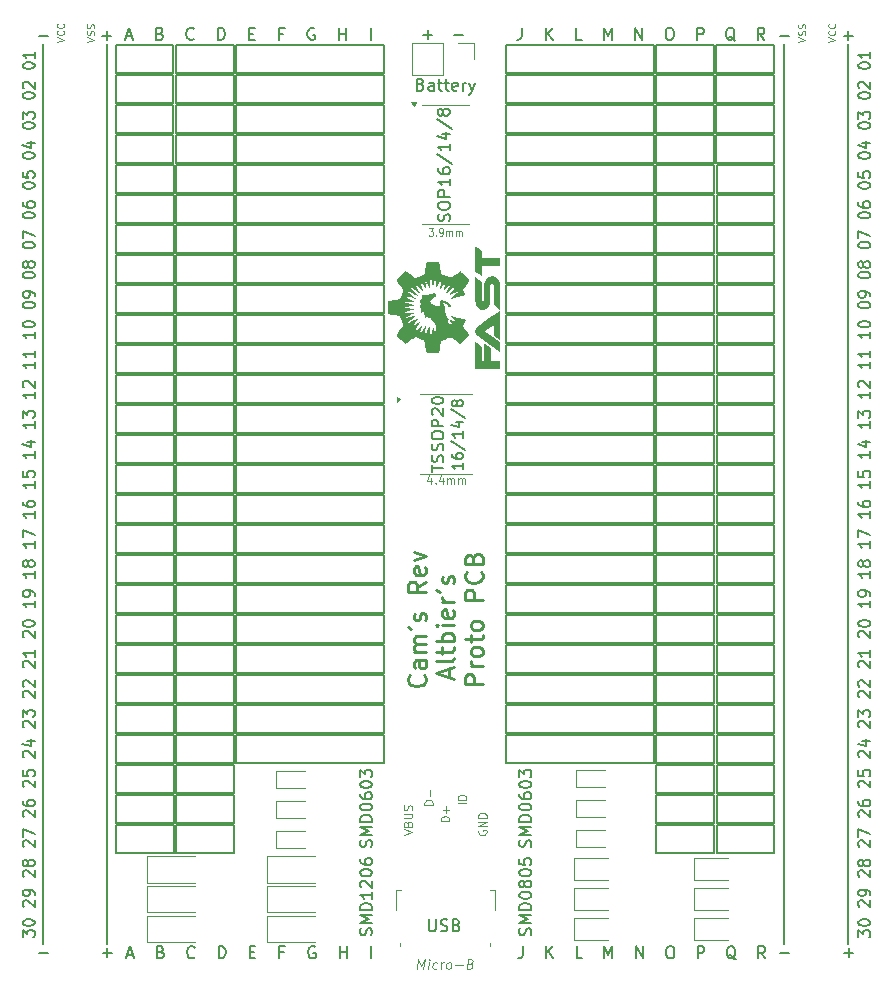
<source format=gto>
G04 #@! TF.GenerationSoftware,KiCad,Pcbnew,9.0.1*
G04 #@! TF.CreationDate,2025-05-06T23:41:27-04:00*
G04 #@! TF.ProjectId,AltbierProto,416c7462-6965-4725-9072-6f746f2e6b69,rev?*
G04 #@! TF.SameCoordinates,Original*
G04 #@! TF.FileFunction,Legend,Top*
G04 #@! TF.FilePolarity,Positive*
%FSLAX46Y46*%
G04 Gerber Fmt 4.6, Leading zero omitted, Abs format (unit mm)*
G04 Created by KiCad (PCBNEW 9.0.1) date 2025-05-06 23:41:27*
%MOMM*%
%LPD*%
G01*
G04 APERTURE LIST*
%ADD10C,0.100000*%
%ADD11C,0.150000*%
%ADD12C,0.120000*%
%ADD13C,0.280000*%
%ADD14C,0.140000*%
%ADD15C,0.000000*%
G04 APERTURE END LIST*
D10*
X140038633Y-118446666D02*
X139338633Y-118446666D01*
X139338633Y-118446666D02*
X139338633Y-118279999D01*
X139338633Y-118279999D02*
X139371966Y-118179999D01*
X139371966Y-118179999D02*
X139438633Y-118113333D01*
X139438633Y-118113333D02*
X139505300Y-118079999D01*
X139505300Y-118079999D02*
X139638633Y-118046666D01*
X139638633Y-118046666D02*
X139738633Y-118046666D01*
X139738633Y-118046666D02*
X139871966Y-118079999D01*
X139871966Y-118079999D02*
X139938633Y-118113333D01*
X139938633Y-118113333D02*
X140005300Y-118179999D01*
X140005300Y-118179999D02*
X140038633Y-118279999D01*
X140038633Y-118279999D02*
X140038633Y-118446666D01*
X139771966Y-117746666D02*
X139771966Y-117213333D01*
X141448633Y-119826666D02*
X140748633Y-119826666D01*
X140748633Y-119826666D02*
X140748633Y-119659999D01*
X140748633Y-119659999D02*
X140781966Y-119559999D01*
X140781966Y-119559999D02*
X140848633Y-119493333D01*
X140848633Y-119493333D02*
X140915300Y-119459999D01*
X140915300Y-119459999D02*
X141048633Y-119426666D01*
X141048633Y-119426666D02*
X141148633Y-119426666D01*
X141148633Y-119426666D02*
X141281966Y-119459999D01*
X141281966Y-119459999D02*
X141348633Y-119493333D01*
X141348633Y-119493333D02*
X141415300Y-119559999D01*
X141415300Y-119559999D02*
X141448633Y-119659999D01*
X141448633Y-119659999D02*
X141448633Y-119826666D01*
X141181966Y-119126666D02*
X141181966Y-118593333D01*
X141448633Y-118859999D02*
X140915300Y-118859999D01*
X142858633Y-118339999D02*
X142158633Y-118339999D01*
X142858633Y-118006666D02*
X142158633Y-118006666D01*
X142158633Y-118006666D02*
X142158633Y-117839999D01*
X142158633Y-117839999D02*
X142191966Y-117739999D01*
X142191966Y-117739999D02*
X142258633Y-117673333D01*
X142258633Y-117673333D02*
X142325300Y-117639999D01*
X142325300Y-117639999D02*
X142458633Y-117606666D01*
X142458633Y-117606666D02*
X142558633Y-117606666D01*
X142558633Y-117606666D02*
X142691966Y-117639999D01*
X142691966Y-117639999D02*
X142758633Y-117673333D01*
X142758633Y-117673333D02*
X142825300Y-117739999D01*
X142825300Y-117739999D02*
X142858633Y-117839999D01*
X142858633Y-117839999D02*
X142858633Y-118006666D01*
X143931966Y-120603332D02*
X143898633Y-120669999D01*
X143898633Y-120669999D02*
X143898633Y-120769999D01*
X143898633Y-120769999D02*
X143931966Y-120869999D01*
X143931966Y-120869999D02*
X143998633Y-120936666D01*
X143998633Y-120936666D02*
X144065300Y-120969999D01*
X144065300Y-120969999D02*
X144198633Y-121003332D01*
X144198633Y-121003332D02*
X144298633Y-121003332D01*
X144298633Y-121003332D02*
X144431966Y-120969999D01*
X144431966Y-120969999D02*
X144498633Y-120936666D01*
X144498633Y-120936666D02*
X144565300Y-120869999D01*
X144565300Y-120869999D02*
X144598633Y-120769999D01*
X144598633Y-120769999D02*
X144598633Y-120703332D01*
X144598633Y-120703332D02*
X144565300Y-120603332D01*
X144565300Y-120603332D02*
X144531966Y-120569999D01*
X144531966Y-120569999D02*
X144298633Y-120569999D01*
X144298633Y-120569999D02*
X144298633Y-120703332D01*
X144598633Y-120269999D02*
X143898633Y-120269999D01*
X143898633Y-120269999D02*
X144598633Y-119869999D01*
X144598633Y-119869999D02*
X143898633Y-119869999D01*
X144598633Y-119536666D02*
X143898633Y-119536666D01*
X143898633Y-119536666D02*
X143898633Y-119369999D01*
X143898633Y-119369999D02*
X143931966Y-119269999D01*
X143931966Y-119269999D02*
X143998633Y-119203333D01*
X143998633Y-119203333D02*
X144065300Y-119169999D01*
X144065300Y-119169999D02*
X144198633Y-119136666D01*
X144198633Y-119136666D02*
X144298633Y-119136666D01*
X144298633Y-119136666D02*
X144431966Y-119169999D01*
X144431966Y-119169999D02*
X144498633Y-119203333D01*
X144498633Y-119203333D02*
X144565300Y-119269999D01*
X144565300Y-119269999D02*
X144598633Y-119369999D01*
X144598633Y-119369999D02*
X144598633Y-119536666D01*
D11*
X148327200Y-129491904D02*
X148374819Y-129349047D01*
X148374819Y-129349047D02*
X148374819Y-129110952D01*
X148374819Y-129110952D02*
X148327200Y-129015714D01*
X148327200Y-129015714D02*
X148279580Y-128968095D01*
X148279580Y-128968095D02*
X148184342Y-128920476D01*
X148184342Y-128920476D02*
X148089104Y-128920476D01*
X148089104Y-128920476D02*
X147993866Y-128968095D01*
X147993866Y-128968095D02*
X147946247Y-129015714D01*
X147946247Y-129015714D02*
X147898628Y-129110952D01*
X147898628Y-129110952D02*
X147851009Y-129301428D01*
X147851009Y-129301428D02*
X147803390Y-129396666D01*
X147803390Y-129396666D02*
X147755771Y-129444285D01*
X147755771Y-129444285D02*
X147660533Y-129491904D01*
X147660533Y-129491904D02*
X147565295Y-129491904D01*
X147565295Y-129491904D02*
X147470057Y-129444285D01*
X147470057Y-129444285D02*
X147422438Y-129396666D01*
X147422438Y-129396666D02*
X147374819Y-129301428D01*
X147374819Y-129301428D02*
X147374819Y-129063333D01*
X147374819Y-129063333D02*
X147422438Y-128920476D01*
X148374819Y-128491904D02*
X147374819Y-128491904D01*
X147374819Y-128491904D02*
X148089104Y-128158571D01*
X148089104Y-128158571D02*
X147374819Y-127825238D01*
X147374819Y-127825238D02*
X148374819Y-127825238D01*
X148374819Y-127349047D02*
X147374819Y-127349047D01*
X147374819Y-127349047D02*
X147374819Y-127110952D01*
X147374819Y-127110952D02*
X147422438Y-126968095D01*
X147422438Y-126968095D02*
X147517676Y-126872857D01*
X147517676Y-126872857D02*
X147612914Y-126825238D01*
X147612914Y-126825238D02*
X147803390Y-126777619D01*
X147803390Y-126777619D02*
X147946247Y-126777619D01*
X147946247Y-126777619D02*
X148136723Y-126825238D01*
X148136723Y-126825238D02*
X148231961Y-126872857D01*
X148231961Y-126872857D02*
X148327200Y-126968095D01*
X148327200Y-126968095D02*
X148374819Y-127110952D01*
X148374819Y-127110952D02*
X148374819Y-127349047D01*
X147374819Y-126158571D02*
X147374819Y-126063333D01*
X147374819Y-126063333D02*
X147422438Y-125968095D01*
X147422438Y-125968095D02*
X147470057Y-125920476D01*
X147470057Y-125920476D02*
X147565295Y-125872857D01*
X147565295Y-125872857D02*
X147755771Y-125825238D01*
X147755771Y-125825238D02*
X147993866Y-125825238D01*
X147993866Y-125825238D02*
X148184342Y-125872857D01*
X148184342Y-125872857D02*
X148279580Y-125920476D01*
X148279580Y-125920476D02*
X148327200Y-125968095D01*
X148327200Y-125968095D02*
X148374819Y-126063333D01*
X148374819Y-126063333D02*
X148374819Y-126158571D01*
X148374819Y-126158571D02*
X148327200Y-126253809D01*
X148327200Y-126253809D02*
X148279580Y-126301428D01*
X148279580Y-126301428D02*
X148184342Y-126349047D01*
X148184342Y-126349047D02*
X147993866Y-126396666D01*
X147993866Y-126396666D02*
X147755771Y-126396666D01*
X147755771Y-126396666D02*
X147565295Y-126349047D01*
X147565295Y-126349047D02*
X147470057Y-126301428D01*
X147470057Y-126301428D02*
X147422438Y-126253809D01*
X147422438Y-126253809D02*
X147374819Y-126158571D01*
X147803390Y-125253809D02*
X147755771Y-125349047D01*
X147755771Y-125349047D02*
X147708152Y-125396666D01*
X147708152Y-125396666D02*
X147612914Y-125444285D01*
X147612914Y-125444285D02*
X147565295Y-125444285D01*
X147565295Y-125444285D02*
X147470057Y-125396666D01*
X147470057Y-125396666D02*
X147422438Y-125349047D01*
X147422438Y-125349047D02*
X147374819Y-125253809D01*
X147374819Y-125253809D02*
X147374819Y-125063333D01*
X147374819Y-125063333D02*
X147422438Y-124968095D01*
X147422438Y-124968095D02*
X147470057Y-124920476D01*
X147470057Y-124920476D02*
X147565295Y-124872857D01*
X147565295Y-124872857D02*
X147612914Y-124872857D01*
X147612914Y-124872857D02*
X147708152Y-124920476D01*
X147708152Y-124920476D02*
X147755771Y-124968095D01*
X147755771Y-124968095D02*
X147803390Y-125063333D01*
X147803390Y-125063333D02*
X147803390Y-125253809D01*
X147803390Y-125253809D02*
X147851009Y-125349047D01*
X147851009Y-125349047D02*
X147898628Y-125396666D01*
X147898628Y-125396666D02*
X147993866Y-125444285D01*
X147993866Y-125444285D02*
X148184342Y-125444285D01*
X148184342Y-125444285D02*
X148279580Y-125396666D01*
X148279580Y-125396666D02*
X148327200Y-125349047D01*
X148327200Y-125349047D02*
X148374819Y-125253809D01*
X148374819Y-125253809D02*
X148374819Y-125063333D01*
X148374819Y-125063333D02*
X148327200Y-124968095D01*
X148327200Y-124968095D02*
X148279580Y-124920476D01*
X148279580Y-124920476D02*
X148184342Y-124872857D01*
X148184342Y-124872857D02*
X147993866Y-124872857D01*
X147993866Y-124872857D02*
X147898628Y-124920476D01*
X147898628Y-124920476D02*
X147851009Y-124968095D01*
X147851009Y-124968095D02*
X147803390Y-125063333D01*
X147374819Y-124253809D02*
X147374819Y-124158571D01*
X147374819Y-124158571D02*
X147422438Y-124063333D01*
X147422438Y-124063333D02*
X147470057Y-124015714D01*
X147470057Y-124015714D02*
X147565295Y-123968095D01*
X147565295Y-123968095D02*
X147755771Y-123920476D01*
X147755771Y-123920476D02*
X147993866Y-123920476D01*
X147993866Y-123920476D02*
X148184342Y-123968095D01*
X148184342Y-123968095D02*
X148279580Y-124015714D01*
X148279580Y-124015714D02*
X148327200Y-124063333D01*
X148327200Y-124063333D02*
X148374819Y-124158571D01*
X148374819Y-124158571D02*
X148374819Y-124253809D01*
X148374819Y-124253809D02*
X148327200Y-124349047D01*
X148327200Y-124349047D02*
X148279580Y-124396666D01*
X148279580Y-124396666D02*
X148184342Y-124444285D01*
X148184342Y-124444285D02*
X147993866Y-124491904D01*
X147993866Y-124491904D02*
X147755771Y-124491904D01*
X147755771Y-124491904D02*
X147565295Y-124444285D01*
X147565295Y-124444285D02*
X147470057Y-124396666D01*
X147470057Y-124396666D02*
X147422438Y-124349047D01*
X147422438Y-124349047D02*
X147374819Y-124253809D01*
X147374819Y-123015714D02*
X147374819Y-123491904D01*
X147374819Y-123491904D02*
X147851009Y-123539523D01*
X147851009Y-123539523D02*
X147803390Y-123491904D01*
X147803390Y-123491904D02*
X147755771Y-123396666D01*
X147755771Y-123396666D02*
X147755771Y-123158571D01*
X147755771Y-123158571D02*
X147803390Y-123063333D01*
X147803390Y-123063333D02*
X147851009Y-123015714D01*
X147851009Y-123015714D02*
X147946247Y-122968095D01*
X147946247Y-122968095D02*
X148184342Y-122968095D01*
X148184342Y-122968095D02*
X148279580Y-123015714D01*
X148279580Y-123015714D02*
X148327200Y-123063333D01*
X148327200Y-123063333D02*
X148374819Y-123158571D01*
X148374819Y-123158571D02*
X148374819Y-123396666D01*
X148374819Y-123396666D02*
X148327200Y-123491904D01*
X148327200Y-123491904D02*
X148279580Y-123539523D01*
X176074819Y-129655601D02*
X176074819Y-129067506D01*
X176074819Y-129067506D02*
X176455771Y-129384173D01*
X176455771Y-129384173D02*
X176455771Y-129248458D01*
X176455771Y-129248458D02*
X176503390Y-129157982D01*
X176503390Y-129157982D02*
X176551009Y-129112744D01*
X176551009Y-129112744D02*
X176646247Y-129067506D01*
X176646247Y-129067506D02*
X176884342Y-129067506D01*
X176884342Y-129067506D02*
X176979580Y-129112744D01*
X176979580Y-129112744D02*
X177027200Y-129157982D01*
X177027200Y-129157982D02*
X177074819Y-129248458D01*
X177074819Y-129248458D02*
X177074819Y-129519887D01*
X177074819Y-129519887D02*
X177027200Y-129610363D01*
X177027200Y-129610363D02*
X176979580Y-129655601D01*
X176074819Y-128479411D02*
X176074819Y-128388934D01*
X176074819Y-128388934D02*
X176122438Y-128298458D01*
X176122438Y-128298458D02*
X176170057Y-128253220D01*
X176170057Y-128253220D02*
X176265295Y-128207982D01*
X176265295Y-128207982D02*
X176455771Y-128162744D01*
X176455771Y-128162744D02*
X176693866Y-128162744D01*
X176693866Y-128162744D02*
X176884342Y-128207982D01*
X176884342Y-128207982D02*
X176979580Y-128253220D01*
X176979580Y-128253220D02*
X177027200Y-128298458D01*
X177027200Y-128298458D02*
X177074819Y-128388934D01*
X177074819Y-128388934D02*
X177074819Y-128479411D01*
X177074819Y-128479411D02*
X177027200Y-128569887D01*
X177027200Y-128569887D02*
X176979580Y-128615125D01*
X176979580Y-128615125D02*
X176884342Y-128660363D01*
X176884342Y-128660363D02*
X176693866Y-128705601D01*
X176693866Y-128705601D02*
X176455771Y-128705601D01*
X176455771Y-128705601D02*
X176265295Y-128660363D01*
X176265295Y-128660363D02*
X176170057Y-128615125D01*
X176170057Y-128615125D02*
X176122438Y-128569887D01*
X176122438Y-128569887D02*
X176074819Y-128479411D01*
X176170057Y-127077029D02*
X176122438Y-127031791D01*
X176122438Y-127031791D02*
X176074819Y-126941315D01*
X176074819Y-126941315D02*
X176074819Y-126715124D01*
X176074819Y-126715124D02*
X176122438Y-126624648D01*
X176122438Y-126624648D02*
X176170057Y-126579410D01*
X176170057Y-126579410D02*
X176265295Y-126534172D01*
X176265295Y-126534172D02*
X176360533Y-126534172D01*
X176360533Y-126534172D02*
X176503390Y-126579410D01*
X176503390Y-126579410D02*
X177074819Y-127122267D01*
X177074819Y-127122267D02*
X177074819Y-126534172D01*
X177074819Y-126081791D02*
X177074819Y-125900839D01*
X177074819Y-125900839D02*
X177027200Y-125810362D01*
X177027200Y-125810362D02*
X176979580Y-125765124D01*
X176979580Y-125765124D02*
X176836723Y-125674648D01*
X176836723Y-125674648D02*
X176646247Y-125629410D01*
X176646247Y-125629410D02*
X176265295Y-125629410D01*
X176265295Y-125629410D02*
X176170057Y-125674648D01*
X176170057Y-125674648D02*
X176122438Y-125719886D01*
X176122438Y-125719886D02*
X176074819Y-125810362D01*
X176074819Y-125810362D02*
X176074819Y-125991315D01*
X176074819Y-125991315D02*
X176122438Y-126081791D01*
X176122438Y-126081791D02*
X176170057Y-126127029D01*
X176170057Y-126127029D02*
X176265295Y-126172267D01*
X176265295Y-126172267D02*
X176503390Y-126172267D01*
X176503390Y-126172267D02*
X176598628Y-126127029D01*
X176598628Y-126127029D02*
X176646247Y-126081791D01*
X176646247Y-126081791D02*
X176693866Y-125991315D01*
X176693866Y-125991315D02*
X176693866Y-125810362D01*
X176693866Y-125810362D02*
X176646247Y-125719886D01*
X176646247Y-125719886D02*
X176598628Y-125674648D01*
X176598628Y-125674648D02*
X176503390Y-125629410D01*
X176170057Y-124543695D02*
X176122438Y-124498457D01*
X176122438Y-124498457D02*
X176074819Y-124407981D01*
X176074819Y-124407981D02*
X176074819Y-124181790D01*
X176074819Y-124181790D02*
X176122438Y-124091314D01*
X176122438Y-124091314D02*
X176170057Y-124046076D01*
X176170057Y-124046076D02*
X176265295Y-124000838D01*
X176265295Y-124000838D02*
X176360533Y-124000838D01*
X176360533Y-124000838D02*
X176503390Y-124046076D01*
X176503390Y-124046076D02*
X177074819Y-124588933D01*
X177074819Y-124588933D02*
X177074819Y-124000838D01*
X176503390Y-123457981D02*
X176455771Y-123548457D01*
X176455771Y-123548457D02*
X176408152Y-123593695D01*
X176408152Y-123593695D02*
X176312914Y-123638933D01*
X176312914Y-123638933D02*
X176265295Y-123638933D01*
X176265295Y-123638933D02*
X176170057Y-123593695D01*
X176170057Y-123593695D02*
X176122438Y-123548457D01*
X176122438Y-123548457D02*
X176074819Y-123457981D01*
X176074819Y-123457981D02*
X176074819Y-123277028D01*
X176074819Y-123277028D02*
X176122438Y-123186552D01*
X176122438Y-123186552D02*
X176170057Y-123141314D01*
X176170057Y-123141314D02*
X176265295Y-123096076D01*
X176265295Y-123096076D02*
X176312914Y-123096076D01*
X176312914Y-123096076D02*
X176408152Y-123141314D01*
X176408152Y-123141314D02*
X176455771Y-123186552D01*
X176455771Y-123186552D02*
X176503390Y-123277028D01*
X176503390Y-123277028D02*
X176503390Y-123457981D01*
X176503390Y-123457981D02*
X176551009Y-123548457D01*
X176551009Y-123548457D02*
X176598628Y-123593695D01*
X176598628Y-123593695D02*
X176693866Y-123638933D01*
X176693866Y-123638933D02*
X176884342Y-123638933D01*
X176884342Y-123638933D02*
X176979580Y-123593695D01*
X176979580Y-123593695D02*
X177027200Y-123548457D01*
X177027200Y-123548457D02*
X177074819Y-123457981D01*
X177074819Y-123457981D02*
X177074819Y-123277028D01*
X177074819Y-123277028D02*
X177027200Y-123186552D01*
X177027200Y-123186552D02*
X176979580Y-123141314D01*
X176979580Y-123141314D02*
X176884342Y-123096076D01*
X176884342Y-123096076D02*
X176693866Y-123096076D01*
X176693866Y-123096076D02*
X176598628Y-123141314D01*
X176598628Y-123141314D02*
X176551009Y-123186552D01*
X176551009Y-123186552D02*
X176503390Y-123277028D01*
X176170057Y-122010361D02*
X176122438Y-121965123D01*
X176122438Y-121965123D02*
X176074819Y-121874647D01*
X176074819Y-121874647D02*
X176074819Y-121648456D01*
X176074819Y-121648456D02*
X176122438Y-121557980D01*
X176122438Y-121557980D02*
X176170057Y-121512742D01*
X176170057Y-121512742D02*
X176265295Y-121467504D01*
X176265295Y-121467504D02*
X176360533Y-121467504D01*
X176360533Y-121467504D02*
X176503390Y-121512742D01*
X176503390Y-121512742D02*
X177074819Y-122055599D01*
X177074819Y-122055599D02*
X177074819Y-121467504D01*
X176074819Y-121150837D02*
X176074819Y-120517504D01*
X176074819Y-120517504D02*
X177074819Y-120924647D01*
X176170057Y-119477027D02*
X176122438Y-119431789D01*
X176122438Y-119431789D02*
X176074819Y-119341313D01*
X176074819Y-119341313D02*
X176074819Y-119115122D01*
X176074819Y-119115122D02*
X176122438Y-119024646D01*
X176122438Y-119024646D02*
X176170057Y-118979408D01*
X176170057Y-118979408D02*
X176265295Y-118934170D01*
X176265295Y-118934170D02*
X176360533Y-118934170D01*
X176360533Y-118934170D02*
X176503390Y-118979408D01*
X176503390Y-118979408D02*
X177074819Y-119522265D01*
X177074819Y-119522265D02*
X177074819Y-118934170D01*
X176074819Y-118119884D02*
X176074819Y-118300837D01*
X176074819Y-118300837D02*
X176122438Y-118391313D01*
X176122438Y-118391313D02*
X176170057Y-118436551D01*
X176170057Y-118436551D02*
X176312914Y-118527027D01*
X176312914Y-118527027D02*
X176503390Y-118572265D01*
X176503390Y-118572265D02*
X176884342Y-118572265D01*
X176884342Y-118572265D02*
X176979580Y-118527027D01*
X176979580Y-118527027D02*
X177027200Y-118481789D01*
X177027200Y-118481789D02*
X177074819Y-118391313D01*
X177074819Y-118391313D02*
X177074819Y-118210360D01*
X177074819Y-118210360D02*
X177027200Y-118119884D01*
X177027200Y-118119884D02*
X176979580Y-118074646D01*
X176979580Y-118074646D02*
X176884342Y-118029408D01*
X176884342Y-118029408D02*
X176646247Y-118029408D01*
X176646247Y-118029408D02*
X176551009Y-118074646D01*
X176551009Y-118074646D02*
X176503390Y-118119884D01*
X176503390Y-118119884D02*
X176455771Y-118210360D01*
X176455771Y-118210360D02*
X176455771Y-118391313D01*
X176455771Y-118391313D02*
X176503390Y-118481789D01*
X176503390Y-118481789D02*
X176551009Y-118527027D01*
X176551009Y-118527027D02*
X176646247Y-118572265D01*
X176170057Y-116943693D02*
X176122438Y-116898455D01*
X176122438Y-116898455D02*
X176074819Y-116807979D01*
X176074819Y-116807979D02*
X176074819Y-116581788D01*
X176074819Y-116581788D02*
X176122438Y-116491312D01*
X176122438Y-116491312D02*
X176170057Y-116446074D01*
X176170057Y-116446074D02*
X176265295Y-116400836D01*
X176265295Y-116400836D02*
X176360533Y-116400836D01*
X176360533Y-116400836D02*
X176503390Y-116446074D01*
X176503390Y-116446074D02*
X177074819Y-116988931D01*
X177074819Y-116988931D02*
X177074819Y-116400836D01*
X176074819Y-115541312D02*
X176074819Y-115993693D01*
X176074819Y-115993693D02*
X176551009Y-116038931D01*
X176551009Y-116038931D02*
X176503390Y-115993693D01*
X176503390Y-115993693D02*
X176455771Y-115903217D01*
X176455771Y-115903217D02*
X176455771Y-115677026D01*
X176455771Y-115677026D02*
X176503390Y-115586550D01*
X176503390Y-115586550D02*
X176551009Y-115541312D01*
X176551009Y-115541312D02*
X176646247Y-115496074D01*
X176646247Y-115496074D02*
X176884342Y-115496074D01*
X176884342Y-115496074D02*
X176979580Y-115541312D01*
X176979580Y-115541312D02*
X177027200Y-115586550D01*
X177027200Y-115586550D02*
X177074819Y-115677026D01*
X177074819Y-115677026D02*
X177074819Y-115903217D01*
X177074819Y-115903217D02*
X177027200Y-115993693D01*
X177027200Y-115993693D02*
X176979580Y-116038931D01*
X176170057Y-114410359D02*
X176122438Y-114365121D01*
X176122438Y-114365121D02*
X176074819Y-114274645D01*
X176074819Y-114274645D02*
X176074819Y-114048454D01*
X176074819Y-114048454D02*
X176122438Y-113957978D01*
X176122438Y-113957978D02*
X176170057Y-113912740D01*
X176170057Y-113912740D02*
X176265295Y-113867502D01*
X176265295Y-113867502D02*
X176360533Y-113867502D01*
X176360533Y-113867502D02*
X176503390Y-113912740D01*
X176503390Y-113912740D02*
X177074819Y-114455597D01*
X177074819Y-114455597D02*
X177074819Y-113867502D01*
X176408152Y-113053216D02*
X177074819Y-113053216D01*
X176027200Y-113279407D02*
X176741485Y-113505597D01*
X176741485Y-113505597D02*
X176741485Y-112917502D01*
X176170057Y-111877025D02*
X176122438Y-111831787D01*
X176122438Y-111831787D02*
X176074819Y-111741311D01*
X176074819Y-111741311D02*
X176074819Y-111515120D01*
X176074819Y-111515120D02*
X176122438Y-111424644D01*
X176122438Y-111424644D02*
X176170057Y-111379406D01*
X176170057Y-111379406D02*
X176265295Y-111334168D01*
X176265295Y-111334168D02*
X176360533Y-111334168D01*
X176360533Y-111334168D02*
X176503390Y-111379406D01*
X176503390Y-111379406D02*
X177074819Y-111922263D01*
X177074819Y-111922263D02*
X177074819Y-111334168D01*
X176074819Y-111017501D02*
X176074819Y-110429406D01*
X176074819Y-110429406D02*
X176455771Y-110746073D01*
X176455771Y-110746073D02*
X176455771Y-110610358D01*
X176455771Y-110610358D02*
X176503390Y-110519882D01*
X176503390Y-110519882D02*
X176551009Y-110474644D01*
X176551009Y-110474644D02*
X176646247Y-110429406D01*
X176646247Y-110429406D02*
X176884342Y-110429406D01*
X176884342Y-110429406D02*
X176979580Y-110474644D01*
X176979580Y-110474644D02*
X177027200Y-110519882D01*
X177027200Y-110519882D02*
X177074819Y-110610358D01*
X177074819Y-110610358D02*
X177074819Y-110881787D01*
X177074819Y-110881787D02*
X177027200Y-110972263D01*
X177027200Y-110972263D02*
X176979580Y-111017501D01*
X176170057Y-109343691D02*
X176122438Y-109298453D01*
X176122438Y-109298453D02*
X176074819Y-109207977D01*
X176074819Y-109207977D02*
X176074819Y-108981786D01*
X176074819Y-108981786D02*
X176122438Y-108891310D01*
X176122438Y-108891310D02*
X176170057Y-108846072D01*
X176170057Y-108846072D02*
X176265295Y-108800834D01*
X176265295Y-108800834D02*
X176360533Y-108800834D01*
X176360533Y-108800834D02*
X176503390Y-108846072D01*
X176503390Y-108846072D02*
X177074819Y-109388929D01*
X177074819Y-109388929D02*
X177074819Y-108800834D01*
X176170057Y-108438929D02*
X176122438Y-108393691D01*
X176122438Y-108393691D02*
X176074819Y-108303215D01*
X176074819Y-108303215D02*
X176074819Y-108077024D01*
X176074819Y-108077024D02*
X176122438Y-107986548D01*
X176122438Y-107986548D02*
X176170057Y-107941310D01*
X176170057Y-107941310D02*
X176265295Y-107896072D01*
X176265295Y-107896072D02*
X176360533Y-107896072D01*
X176360533Y-107896072D02*
X176503390Y-107941310D01*
X176503390Y-107941310D02*
X177074819Y-108484167D01*
X177074819Y-108484167D02*
X177074819Y-107896072D01*
X176170057Y-106810357D02*
X176122438Y-106765119D01*
X176122438Y-106765119D02*
X176074819Y-106674643D01*
X176074819Y-106674643D02*
X176074819Y-106448452D01*
X176074819Y-106448452D02*
X176122438Y-106357976D01*
X176122438Y-106357976D02*
X176170057Y-106312738D01*
X176170057Y-106312738D02*
X176265295Y-106267500D01*
X176265295Y-106267500D02*
X176360533Y-106267500D01*
X176360533Y-106267500D02*
X176503390Y-106312738D01*
X176503390Y-106312738D02*
X177074819Y-106855595D01*
X177074819Y-106855595D02*
X177074819Y-106267500D01*
X177074819Y-105362738D02*
X177074819Y-105905595D01*
X177074819Y-105634167D02*
X176074819Y-105634167D01*
X176074819Y-105634167D02*
X176217676Y-105724643D01*
X176217676Y-105724643D02*
X176312914Y-105815119D01*
X176312914Y-105815119D02*
X176360533Y-105905595D01*
X176170057Y-104277023D02*
X176122438Y-104231785D01*
X176122438Y-104231785D02*
X176074819Y-104141309D01*
X176074819Y-104141309D02*
X176074819Y-103915118D01*
X176074819Y-103915118D02*
X176122438Y-103824642D01*
X176122438Y-103824642D02*
X176170057Y-103779404D01*
X176170057Y-103779404D02*
X176265295Y-103734166D01*
X176265295Y-103734166D02*
X176360533Y-103734166D01*
X176360533Y-103734166D02*
X176503390Y-103779404D01*
X176503390Y-103779404D02*
X177074819Y-104322261D01*
X177074819Y-104322261D02*
X177074819Y-103734166D01*
X176074819Y-103146071D02*
X176074819Y-103055594D01*
X176074819Y-103055594D02*
X176122438Y-102965118D01*
X176122438Y-102965118D02*
X176170057Y-102919880D01*
X176170057Y-102919880D02*
X176265295Y-102874642D01*
X176265295Y-102874642D02*
X176455771Y-102829404D01*
X176455771Y-102829404D02*
X176693866Y-102829404D01*
X176693866Y-102829404D02*
X176884342Y-102874642D01*
X176884342Y-102874642D02*
X176979580Y-102919880D01*
X176979580Y-102919880D02*
X177027200Y-102965118D01*
X177027200Y-102965118D02*
X177074819Y-103055594D01*
X177074819Y-103055594D02*
X177074819Y-103146071D01*
X177074819Y-103146071D02*
X177027200Y-103236547D01*
X177027200Y-103236547D02*
X176979580Y-103281785D01*
X176979580Y-103281785D02*
X176884342Y-103327023D01*
X176884342Y-103327023D02*
X176693866Y-103372261D01*
X176693866Y-103372261D02*
X176455771Y-103372261D01*
X176455771Y-103372261D02*
X176265295Y-103327023D01*
X176265295Y-103327023D02*
X176170057Y-103281785D01*
X176170057Y-103281785D02*
X176122438Y-103236547D01*
X176122438Y-103236547D02*
X176074819Y-103146071D01*
X177074819Y-101200832D02*
X177074819Y-101743689D01*
X177074819Y-101472261D02*
X176074819Y-101472261D01*
X176074819Y-101472261D02*
X176217676Y-101562737D01*
X176217676Y-101562737D02*
X176312914Y-101653213D01*
X176312914Y-101653213D02*
X176360533Y-101743689D01*
X177074819Y-100748451D02*
X177074819Y-100567499D01*
X177074819Y-100567499D02*
X177027200Y-100477022D01*
X177027200Y-100477022D02*
X176979580Y-100431784D01*
X176979580Y-100431784D02*
X176836723Y-100341308D01*
X176836723Y-100341308D02*
X176646247Y-100296070D01*
X176646247Y-100296070D02*
X176265295Y-100296070D01*
X176265295Y-100296070D02*
X176170057Y-100341308D01*
X176170057Y-100341308D02*
X176122438Y-100386546D01*
X176122438Y-100386546D02*
X176074819Y-100477022D01*
X176074819Y-100477022D02*
X176074819Y-100657975D01*
X176074819Y-100657975D02*
X176122438Y-100748451D01*
X176122438Y-100748451D02*
X176170057Y-100793689D01*
X176170057Y-100793689D02*
X176265295Y-100838927D01*
X176265295Y-100838927D02*
X176503390Y-100838927D01*
X176503390Y-100838927D02*
X176598628Y-100793689D01*
X176598628Y-100793689D02*
X176646247Y-100748451D01*
X176646247Y-100748451D02*
X176693866Y-100657975D01*
X176693866Y-100657975D02*
X176693866Y-100477022D01*
X176693866Y-100477022D02*
X176646247Y-100386546D01*
X176646247Y-100386546D02*
X176598628Y-100341308D01*
X176598628Y-100341308D02*
X176503390Y-100296070D01*
X177074819Y-98667498D02*
X177074819Y-99210355D01*
X177074819Y-98938927D02*
X176074819Y-98938927D01*
X176074819Y-98938927D02*
X176217676Y-99029403D01*
X176217676Y-99029403D02*
X176312914Y-99119879D01*
X176312914Y-99119879D02*
X176360533Y-99210355D01*
X176503390Y-98124641D02*
X176455771Y-98215117D01*
X176455771Y-98215117D02*
X176408152Y-98260355D01*
X176408152Y-98260355D02*
X176312914Y-98305593D01*
X176312914Y-98305593D02*
X176265295Y-98305593D01*
X176265295Y-98305593D02*
X176170057Y-98260355D01*
X176170057Y-98260355D02*
X176122438Y-98215117D01*
X176122438Y-98215117D02*
X176074819Y-98124641D01*
X176074819Y-98124641D02*
X176074819Y-97943688D01*
X176074819Y-97943688D02*
X176122438Y-97853212D01*
X176122438Y-97853212D02*
X176170057Y-97807974D01*
X176170057Y-97807974D02*
X176265295Y-97762736D01*
X176265295Y-97762736D02*
X176312914Y-97762736D01*
X176312914Y-97762736D02*
X176408152Y-97807974D01*
X176408152Y-97807974D02*
X176455771Y-97853212D01*
X176455771Y-97853212D02*
X176503390Y-97943688D01*
X176503390Y-97943688D02*
X176503390Y-98124641D01*
X176503390Y-98124641D02*
X176551009Y-98215117D01*
X176551009Y-98215117D02*
X176598628Y-98260355D01*
X176598628Y-98260355D02*
X176693866Y-98305593D01*
X176693866Y-98305593D02*
X176884342Y-98305593D01*
X176884342Y-98305593D02*
X176979580Y-98260355D01*
X176979580Y-98260355D02*
X177027200Y-98215117D01*
X177027200Y-98215117D02*
X177074819Y-98124641D01*
X177074819Y-98124641D02*
X177074819Y-97943688D01*
X177074819Y-97943688D02*
X177027200Y-97853212D01*
X177027200Y-97853212D02*
X176979580Y-97807974D01*
X176979580Y-97807974D02*
X176884342Y-97762736D01*
X176884342Y-97762736D02*
X176693866Y-97762736D01*
X176693866Y-97762736D02*
X176598628Y-97807974D01*
X176598628Y-97807974D02*
X176551009Y-97853212D01*
X176551009Y-97853212D02*
X176503390Y-97943688D01*
X177074819Y-96134164D02*
X177074819Y-96677021D01*
X177074819Y-96405593D02*
X176074819Y-96405593D01*
X176074819Y-96405593D02*
X176217676Y-96496069D01*
X176217676Y-96496069D02*
X176312914Y-96586545D01*
X176312914Y-96586545D02*
X176360533Y-96677021D01*
X176074819Y-95817497D02*
X176074819Y-95184164D01*
X176074819Y-95184164D02*
X177074819Y-95591307D01*
X177074819Y-93600830D02*
X177074819Y-94143687D01*
X177074819Y-93872259D02*
X176074819Y-93872259D01*
X176074819Y-93872259D02*
X176217676Y-93962735D01*
X176217676Y-93962735D02*
X176312914Y-94053211D01*
X176312914Y-94053211D02*
X176360533Y-94143687D01*
X176074819Y-92786544D02*
X176074819Y-92967497D01*
X176074819Y-92967497D02*
X176122438Y-93057973D01*
X176122438Y-93057973D02*
X176170057Y-93103211D01*
X176170057Y-93103211D02*
X176312914Y-93193687D01*
X176312914Y-93193687D02*
X176503390Y-93238925D01*
X176503390Y-93238925D02*
X176884342Y-93238925D01*
X176884342Y-93238925D02*
X176979580Y-93193687D01*
X176979580Y-93193687D02*
X177027200Y-93148449D01*
X177027200Y-93148449D02*
X177074819Y-93057973D01*
X177074819Y-93057973D02*
X177074819Y-92877020D01*
X177074819Y-92877020D02*
X177027200Y-92786544D01*
X177027200Y-92786544D02*
X176979580Y-92741306D01*
X176979580Y-92741306D02*
X176884342Y-92696068D01*
X176884342Y-92696068D02*
X176646247Y-92696068D01*
X176646247Y-92696068D02*
X176551009Y-92741306D01*
X176551009Y-92741306D02*
X176503390Y-92786544D01*
X176503390Y-92786544D02*
X176455771Y-92877020D01*
X176455771Y-92877020D02*
X176455771Y-93057973D01*
X176455771Y-93057973D02*
X176503390Y-93148449D01*
X176503390Y-93148449D02*
X176551009Y-93193687D01*
X176551009Y-93193687D02*
X176646247Y-93238925D01*
X177074819Y-91067496D02*
X177074819Y-91610353D01*
X177074819Y-91338925D02*
X176074819Y-91338925D01*
X176074819Y-91338925D02*
X176217676Y-91429401D01*
X176217676Y-91429401D02*
X176312914Y-91519877D01*
X176312914Y-91519877D02*
X176360533Y-91610353D01*
X176074819Y-90207972D02*
X176074819Y-90660353D01*
X176074819Y-90660353D02*
X176551009Y-90705591D01*
X176551009Y-90705591D02*
X176503390Y-90660353D01*
X176503390Y-90660353D02*
X176455771Y-90569877D01*
X176455771Y-90569877D02*
X176455771Y-90343686D01*
X176455771Y-90343686D02*
X176503390Y-90253210D01*
X176503390Y-90253210D02*
X176551009Y-90207972D01*
X176551009Y-90207972D02*
X176646247Y-90162734D01*
X176646247Y-90162734D02*
X176884342Y-90162734D01*
X176884342Y-90162734D02*
X176979580Y-90207972D01*
X176979580Y-90207972D02*
X177027200Y-90253210D01*
X177027200Y-90253210D02*
X177074819Y-90343686D01*
X177074819Y-90343686D02*
X177074819Y-90569877D01*
X177074819Y-90569877D02*
X177027200Y-90660353D01*
X177027200Y-90660353D02*
X176979580Y-90705591D01*
X177074819Y-88534162D02*
X177074819Y-89077019D01*
X177074819Y-88805591D02*
X176074819Y-88805591D01*
X176074819Y-88805591D02*
X176217676Y-88896067D01*
X176217676Y-88896067D02*
X176312914Y-88986543D01*
X176312914Y-88986543D02*
X176360533Y-89077019D01*
X176408152Y-87719876D02*
X177074819Y-87719876D01*
X176027200Y-87946067D02*
X176741485Y-88172257D01*
X176741485Y-88172257D02*
X176741485Y-87584162D01*
X177074819Y-86000828D02*
X177074819Y-86543685D01*
X177074819Y-86272257D02*
X176074819Y-86272257D01*
X176074819Y-86272257D02*
X176217676Y-86362733D01*
X176217676Y-86362733D02*
X176312914Y-86453209D01*
X176312914Y-86453209D02*
X176360533Y-86543685D01*
X176074819Y-85684161D02*
X176074819Y-85096066D01*
X176074819Y-85096066D02*
X176455771Y-85412733D01*
X176455771Y-85412733D02*
X176455771Y-85277018D01*
X176455771Y-85277018D02*
X176503390Y-85186542D01*
X176503390Y-85186542D02*
X176551009Y-85141304D01*
X176551009Y-85141304D02*
X176646247Y-85096066D01*
X176646247Y-85096066D02*
X176884342Y-85096066D01*
X176884342Y-85096066D02*
X176979580Y-85141304D01*
X176979580Y-85141304D02*
X177027200Y-85186542D01*
X177027200Y-85186542D02*
X177074819Y-85277018D01*
X177074819Y-85277018D02*
X177074819Y-85548447D01*
X177074819Y-85548447D02*
X177027200Y-85638923D01*
X177027200Y-85638923D02*
X176979580Y-85684161D01*
X177074819Y-83467494D02*
X177074819Y-84010351D01*
X177074819Y-83738923D02*
X176074819Y-83738923D01*
X176074819Y-83738923D02*
X176217676Y-83829399D01*
X176217676Y-83829399D02*
X176312914Y-83919875D01*
X176312914Y-83919875D02*
X176360533Y-84010351D01*
X176170057Y-83105589D02*
X176122438Y-83060351D01*
X176122438Y-83060351D02*
X176074819Y-82969875D01*
X176074819Y-82969875D02*
X176074819Y-82743684D01*
X176074819Y-82743684D02*
X176122438Y-82653208D01*
X176122438Y-82653208D02*
X176170057Y-82607970D01*
X176170057Y-82607970D02*
X176265295Y-82562732D01*
X176265295Y-82562732D02*
X176360533Y-82562732D01*
X176360533Y-82562732D02*
X176503390Y-82607970D01*
X176503390Y-82607970D02*
X177074819Y-83150827D01*
X177074819Y-83150827D02*
X177074819Y-82562732D01*
X177074819Y-80934160D02*
X177074819Y-81477017D01*
X177074819Y-81205589D02*
X176074819Y-81205589D01*
X176074819Y-81205589D02*
X176217676Y-81296065D01*
X176217676Y-81296065D02*
X176312914Y-81386541D01*
X176312914Y-81386541D02*
X176360533Y-81477017D01*
X177074819Y-80029398D02*
X177074819Y-80572255D01*
X177074819Y-80300827D02*
X176074819Y-80300827D01*
X176074819Y-80300827D02*
X176217676Y-80391303D01*
X176217676Y-80391303D02*
X176312914Y-80481779D01*
X176312914Y-80481779D02*
X176360533Y-80572255D01*
X177074819Y-78400826D02*
X177074819Y-78943683D01*
X177074819Y-78672255D02*
X176074819Y-78672255D01*
X176074819Y-78672255D02*
X176217676Y-78762731D01*
X176217676Y-78762731D02*
X176312914Y-78853207D01*
X176312914Y-78853207D02*
X176360533Y-78943683D01*
X176074819Y-77812731D02*
X176074819Y-77722254D01*
X176074819Y-77722254D02*
X176122438Y-77631778D01*
X176122438Y-77631778D02*
X176170057Y-77586540D01*
X176170057Y-77586540D02*
X176265295Y-77541302D01*
X176265295Y-77541302D02*
X176455771Y-77496064D01*
X176455771Y-77496064D02*
X176693866Y-77496064D01*
X176693866Y-77496064D02*
X176884342Y-77541302D01*
X176884342Y-77541302D02*
X176979580Y-77586540D01*
X176979580Y-77586540D02*
X177027200Y-77631778D01*
X177027200Y-77631778D02*
X177074819Y-77722254D01*
X177074819Y-77722254D02*
X177074819Y-77812731D01*
X177074819Y-77812731D02*
X177027200Y-77903207D01*
X177027200Y-77903207D02*
X176979580Y-77948445D01*
X176979580Y-77948445D02*
X176884342Y-77993683D01*
X176884342Y-77993683D02*
X176693866Y-78038921D01*
X176693866Y-78038921D02*
X176455771Y-78038921D01*
X176455771Y-78038921D02*
X176265295Y-77993683D01*
X176265295Y-77993683D02*
X176170057Y-77948445D01*
X176170057Y-77948445D02*
X176122438Y-77903207D01*
X176122438Y-77903207D02*
X176074819Y-77812731D01*
X176074819Y-76184159D02*
X176074819Y-76093682D01*
X176074819Y-76093682D02*
X176122438Y-76003206D01*
X176122438Y-76003206D02*
X176170057Y-75957968D01*
X176170057Y-75957968D02*
X176265295Y-75912730D01*
X176265295Y-75912730D02*
X176455771Y-75867492D01*
X176455771Y-75867492D02*
X176693866Y-75867492D01*
X176693866Y-75867492D02*
X176884342Y-75912730D01*
X176884342Y-75912730D02*
X176979580Y-75957968D01*
X176979580Y-75957968D02*
X177027200Y-76003206D01*
X177027200Y-76003206D02*
X177074819Y-76093682D01*
X177074819Y-76093682D02*
X177074819Y-76184159D01*
X177074819Y-76184159D02*
X177027200Y-76274635D01*
X177027200Y-76274635D02*
X176979580Y-76319873D01*
X176979580Y-76319873D02*
X176884342Y-76365111D01*
X176884342Y-76365111D02*
X176693866Y-76410349D01*
X176693866Y-76410349D02*
X176455771Y-76410349D01*
X176455771Y-76410349D02*
X176265295Y-76365111D01*
X176265295Y-76365111D02*
X176170057Y-76319873D01*
X176170057Y-76319873D02*
X176122438Y-76274635D01*
X176122438Y-76274635D02*
X176074819Y-76184159D01*
X177074819Y-75415111D02*
X177074819Y-75234159D01*
X177074819Y-75234159D02*
X177027200Y-75143682D01*
X177027200Y-75143682D02*
X176979580Y-75098444D01*
X176979580Y-75098444D02*
X176836723Y-75007968D01*
X176836723Y-75007968D02*
X176646247Y-74962730D01*
X176646247Y-74962730D02*
X176265295Y-74962730D01*
X176265295Y-74962730D02*
X176170057Y-75007968D01*
X176170057Y-75007968D02*
X176122438Y-75053206D01*
X176122438Y-75053206D02*
X176074819Y-75143682D01*
X176074819Y-75143682D02*
X176074819Y-75324635D01*
X176074819Y-75324635D02*
X176122438Y-75415111D01*
X176122438Y-75415111D02*
X176170057Y-75460349D01*
X176170057Y-75460349D02*
X176265295Y-75505587D01*
X176265295Y-75505587D02*
X176503390Y-75505587D01*
X176503390Y-75505587D02*
X176598628Y-75460349D01*
X176598628Y-75460349D02*
X176646247Y-75415111D01*
X176646247Y-75415111D02*
X176693866Y-75324635D01*
X176693866Y-75324635D02*
X176693866Y-75143682D01*
X176693866Y-75143682D02*
X176646247Y-75053206D01*
X176646247Y-75053206D02*
X176598628Y-75007968D01*
X176598628Y-75007968D02*
X176503390Y-74962730D01*
X176074819Y-73650825D02*
X176074819Y-73560348D01*
X176074819Y-73560348D02*
X176122438Y-73469872D01*
X176122438Y-73469872D02*
X176170057Y-73424634D01*
X176170057Y-73424634D02*
X176265295Y-73379396D01*
X176265295Y-73379396D02*
X176455771Y-73334158D01*
X176455771Y-73334158D02*
X176693866Y-73334158D01*
X176693866Y-73334158D02*
X176884342Y-73379396D01*
X176884342Y-73379396D02*
X176979580Y-73424634D01*
X176979580Y-73424634D02*
X177027200Y-73469872D01*
X177027200Y-73469872D02*
X177074819Y-73560348D01*
X177074819Y-73560348D02*
X177074819Y-73650825D01*
X177074819Y-73650825D02*
X177027200Y-73741301D01*
X177027200Y-73741301D02*
X176979580Y-73786539D01*
X176979580Y-73786539D02*
X176884342Y-73831777D01*
X176884342Y-73831777D02*
X176693866Y-73877015D01*
X176693866Y-73877015D02*
X176455771Y-73877015D01*
X176455771Y-73877015D02*
X176265295Y-73831777D01*
X176265295Y-73831777D02*
X176170057Y-73786539D01*
X176170057Y-73786539D02*
X176122438Y-73741301D01*
X176122438Y-73741301D02*
X176074819Y-73650825D01*
X176503390Y-72791301D02*
X176455771Y-72881777D01*
X176455771Y-72881777D02*
X176408152Y-72927015D01*
X176408152Y-72927015D02*
X176312914Y-72972253D01*
X176312914Y-72972253D02*
X176265295Y-72972253D01*
X176265295Y-72972253D02*
X176170057Y-72927015D01*
X176170057Y-72927015D02*
X176122438Y-72881777D01*
X176122438Y-72881777D02*
X176074819Y-72791301D01*
X176074819Y-72791301D02*
X176074819Y-72610348D01*
X176074819Y-72610348D02*
X176122438Y-72519872D01*
X176122438Y-72519872D02*
X176170057Y-72474634D01*
X176170057Y-72474634D02*
X176265295Y-72429396D01*
X176265295Y-72429396D02*
X176312914Y-72429396D01*
X176312914Y-72429396D02*
X176408152Y-72474634D01*
X176408152Y-72474634D02*
X176455771Y-72519872D01*
X176455771Y-72519872D02*
X176503390Y-72610348D01*
X176503390Y-72610348D02*
X176503390Y-72791301D01*
X176503390Y-72791301D02*
X176551009Y-72881777D01*
X176551009Y-72881777D02*
X176598628Y-72927015D01*
X176598628Y-72927015D02*
X176693866Y-72972253D01*
X176693866Y-72972253D02*
X176884342Y-72972253D01*
X176884342Y-72972253D02*
X176979580Y-72927015D01*
X176979580Y-72927015D02*
X177027200Y-72881777D01*
X177027200Y-72881777D02*
X177074819Y-72791301D01*
X177074819Y-72791301D02*
X177074819Y-72610348D01*
X177074819Y-72610348D02*
X177027200Y-72519872D01*
X177027200Y-72519872D02*
X176979580Y-72474634D01*
X176979580Y-72474634D02*
X176884342Y-72429396D01*
X176884342Y-72429396D02*
X176693866Y-72429396D01*
X176693866Y-72429396D02*
X176598628Y-72474634D01*
X176598628Y-72474634D02*
X176551009Y-72519872D01*
X176551009Y-72519872D02*
X176503390Y-72610348D01*
X176074819Y-71117491D02*
X176074819Y-71027014D01*
X176074819Y-71027014D02*
X176122438Y-70936538D01*
X176122438Y-70936538D02*
X176170057Y-70891300D01*
X176170057Y-70891300D02*
X176265295Y-70846062D01*
X176265295Y-70846062D02*
X176455771Y-70800824D01*
X176455771Y-70800824D02*
X176693866Y-70800824D01*
X176693866Y-70800824D02*
X176884342Y-70846062D01*
X176884342Y-70846062D02*
X176979580Y-70891300D01*
X176979580Y-70891300D02*
X177027200Y-70936538D01*
X177027200Y-70936538D02*
X177074819Y-71027014D01*
X177074819Y-71027014D02*
X177074819Y-71117491D01*
X177074819Y-71117491D02*
X177027200Y-71207967D01*
X177027200Y-71207967D02*
X176979580Y-71253205D01*
X176979580Y-71253205D02*
X176884342Y-71298443D01*
X176884342Y-71298443D02*
X176693866Y-71343681D01*
X176693866Y-71343681D02*
X176455771Y-71343681D01*
X176455771Y-71343681D02*
X176265295Y-71298443D01*
X176265295Y-71298443D02*
X176170057Y-71253205D01*
X176170057Y-71253205D02*
X176122438Y-71207967D01*
X176122438Y-71207967D02*
X176074819Y-71117491D01*
X176074819Y-70484157D02*
X176074819Y-69850824D01*
X176074819Y-69850824D02*
X177074819Y-70257967D01*
X176074819Y-68584157D02*
X176074819Y-68493680D01*
X176074819Y-68493680D02*
X176122438Y-68403204D01*
X176122438Y-68403204D02*
X176170057Y-68357966D01*
X176170057Y-68357966D02*
X176265295Y-68312728D01*
X176265295Y-68312728D02*
X176455771Y-68267490D01*
X176455771Y-68267490D02*
X176693866Y-68267490D01*
X176693866Y-68267490D02*
X176884342Y-68312728D01*
X176884342Y-68312728D02*
X176979580Y-68357966D01*
X176979580Y-68357966D02*
X177027200Y-68403204D01*
X177027200Y-68403204D02*
X177074819Y-68493680D01*
X177074819Y-68493680D02*
X177074819Y-68584157D01*
X177074819Y-68584157D02*
X177027200Y-68674633D01*
X177027200Y-68674633D02*
X176979580Y-68719871D01*
X176979580Y-68719871D02*
X176884342Y-68765109D01*
X176884342Y-68765109D02*
X176693866Y-68810347D01*
X176693866Y-68810347D02*
X176455771Y-68810347D01*
X176455771Y-68810347D02*
X176265295Y-68765109D01*
X176265295Y-68765109D02*
X176170057Y-68719871D01*
X176170057Y-68719871D02*
X176122438Y-68674633D01*
X176122438Y-68674633D02*
X176074819Y-68584157D01*
X176074819Y-67453204D02*
X176074819Y-67634157D01*
X176074819Y-67634157D02*
X176122438Y-67724633D01*
X176122438Y-67724633D02*
X176170057Y-67769871D01*
X176170057Y-67769871D02*
X176312914Y-67860347D01*
X176312914Y-67860347D02*
X176503390Y-67905585D01*
X176503390Y-67905585D02*
X176884342Y-67905585D01*
X176884342Y-67905585D02*
X176979580Y-67860347D01*
X176979580Y-67860347D02*
X177027200Y-67815109D01*
X177027200Y-67815109D02*
X177074819Y-67724633D01*
X177074819Y-67724633D02*
X177074819Y-67543680D01*
X177074819Y-67543680D02*
X177027200Y-67453204D01*
X177027200Y-67453204D02*
X176979580Y-67407966D01*
X176979580Y-67407966D02*
X176884342Y-67362728D01*
X176884342Y-67362728D02*
X176646247Y-67362728D01*
X176646247Y-67362728D02*
X176551009Y-67407966D01*
X176551009Y-67407966D02*
X176503390Y-67453204D01*
X176503390Y-67453204D02*
X176455771Y-67543680D01*
X176455771Y-67543680D02*
X176455771Y-67724633D01*
X176455771Y-67724633D02*
X176503390Y-67815109D01*
X176503390Y-67815109D02*
X176551009Y-67860347D01*
X176551009Y-67860347D02*
X176646247Y-67905585D01*
X176074819Y-66050823D02*
X176074819Y-65960346D01*
X176074819Y-65960346D02*
X176122438Y-65869870D01*
X176122438Y-65869870D02*
X176170057Y-65824632D01*
X176170057Y-65824632D02*
X176265295Y-65779394D01*
X176265295Y-65779394D02*
X176455771Y-65734156D01*
X176455771Y-65734156D02*
X176693866Y-65734156D01*
X176693866Y-65734156D02*
X176884342Y-65779394D01*
X176884342Y-65779394D02*
X176979580Y-65824632D01*
X176979580Y-65824632D02*
X177027200Y-65869870D01*
X177027200Y-65869870D02*
X177074819Y-65960346D01*
X177074819Y-65960346D02*
X177074819Y-66050823D01*
X177074819Y-66050823D02*
X177027200Y-66141299D01*
X177027200Y-66141299D02*
X176979580Y-66186537D01*
X176979580Y-66186537D02*
X176884342Y-66231775D01*
X176884342Y-66231775D02*
X176693866Y-66277013D01*
X176693866Y-66277013D02*
X176455771Y-66277013D01*
X176455771Y-66277013D02*
X176265295Y-66231775D01*
X176265295Y-66231775D02*
X176170057Y-66186537D01*
X176170057Y-66186537D02*
X176122438Y-66141299D01*
X176122438Y-66141299D02*
X176074819Y-66050823D01*
X176074819Y-64874632D02*
X176074819Y-65327013D01*
X176074819Y-65327013D02*
X176551009Y-65372251D01*
X176551009Y-65372251D02*
X176503390Y-65327013D01*
X176503390Y-65327013D02*
X176455771Y-65236537D01*
X176455771Y-65236537D02*
X176455771Y-65010346D01*
X176455771Y-65010346D02*
X176503390Y-64919870D01*
X176503390Y-64919870D02*
X176551009Y-64874632D01*
X176551009Y-64874632D02*
X176646247Y-64829394D01*
X176646247Y-64829394D02*
X176884342Y-64829394D01*
X176884342Y-64829394D02*
X176979580Y-64874632D01*
X176979580Y-64874632D02*
X177027200Y-64919870D01*
X177027200Y-64919870D02*
X177074819Y-65010346D01*
X177074819Y-65010346D02*
X177074819Y-65236537D01*
X177074819Y-65236537D02*
X177027200Y-65327013D01*
X177027200Y-65327013D02*
X176979580Y-65372251D01*
X176074819Y-63517489D02*
X176074819Y-63427012D01*
X176074819Y-63427012D02*
X176122438Y-63336536D01*
X176122438Y-63336536D02*
X176170057Y-63291298D01*
X176170057Y-63291298D02*
X176265295Y-63246060D01*
X176265295Y-63246060D02*
X176455771Y-63200822D01*
X176455771Y-63200822D02*
X176693866Y-63200822D01*
X176693866Y-63200822D02*
X176884342Y-63246060D01*
X176884342Y-63246060D02*
X176979580Y-63291298D01*
X176979580Y-63291298D02*
X177027200Y-63336536D01*
X177027200Y-63336536D02*
X177074819Y-63427012D01*
X177074819Y-63427012D02*
X177074819Y-63517489D01*
X177074819Y-63517489D02*
X177027200Y-63607965D01*
X177027200Y-63607965D02*
X176979580Y-63653203D01*
X176979580Y-63653203D02*
X176884342Y-63698441D01*
X176884342Y-63698441D02*
X176693866Y-63743679D01*
X176693866Y-63743679D02*
X176455771Y-63743679D01*
X176455771Y-63743679D02*
X176265295Y-63698441D01*
X176265295Y-63698441D02*
X176170057Y-63653203D01*
X176170057Y-63653203D02*
X176122438Y-63607965D01*
X176122438Y-63607965D02*
X176074819Y-63517489D01*
X176408152Y-62386536D02*
X177074819Y-62386536D01*
X176027200Y-62612727D02*
X176741485Y-62838917D01*
X176741485Y-62838917D02*
X176741485Y-62250822D01*
X176074819Y-60984155D02*
X176074819Y-60893678D01*
X176074819Y-60893678D02*
X176122438Y-60803202D01*
X176122438Y-60803202D02*
X176170057Y-60757964D01*
X176170057Y-60757964D02*
X176265295Y-60712726D01*
X176265295Y-60712726D02*
X176455771Y-60667488D01*
X176455771Y-60667488D02*
X176693866Y-60667488D01*
X176693866Y-60667488D02*
X176884342Y-60712726D01*
X176884342Y-60712726D02*
X176979580Y-60757964D01*
X176979580Y-60757964D02*
X177027200Y-60803202D01*
X177027200Y-60803202D02*
X177074819Y-60893678D01*
X177074819Y-60893678D02*
X177074819Y-60984155D01*
X177074819Y-60984155D02*
X177027200Y-61074631D01*
X177027200Y-61074631D02*
X176979580Y-61119869D01*
X176979580Y-61119869D02*
X176884342Y-61165107D01*
X176884342Y-61165107D02*
X176693866Y-61210345D01*
X176693866Y-61210345D02*
X176455771Y-61210345D01*
X176455771Y-61210345D02*
X176265295Y-61165107D01*
X176265295Y-61165107D02*
X176170057Y-61119869D01*
X176170057Y-61119869D02*
X176122438Y-61074631D01*
X176122438Y-61074631D02*
X176074819Y-60984155D01*
X176074819Y-60350821D02*
X176074819Y-59762726D01*
X176074819Y-59762726D02*
X176455771Y-60079393D01*
X176455771Y-60079393D02*
X176455771Y-59943678D01*
X176455771Y-59943678D02*
X176503390Y-59853202D01*
X176503390Y-59853202D02*
X176551009Y-59807964D01*
X176551009Y-59807964D02*
X176646247Y-59762726D01*
X176646247Y-59762726D02*
X176884342Y-59762726D01*
X176884342Y-59762726D02*
X176979580Y-59807964D01*
X176979580Y-59807964D02*
X177027200Y-59853202D01*
X177027200Y-59853202D02*
X177074819Y-59943678D01*
X177074819Y-59943678D02*
X177074819Y-60215107D01*
X177074819Y-60215107D02*
X177027200Y-60305583D01*
X177027200Y-60305583D02*
X176979580Y-60350821D01*
X176074819Y-58450821D02*
X176074819Y-58360344D01*
X176074819Y-58360344D02*
X176122438Y-58269868D01*
X176122438Y-58269868D02*
X176170057Y-58224630D01*
X176170057Y-58224630D02*
X176265295Y-58179392D01*
X176265295Y-58179392D02*
X176455771Y-58134154D01*
X176455771Y-58134154D02*
X176693866Y-58134154D01*
X176693866Y-58134154D02*
X176884342Y-58179392D01*
X176884342Y-58179392D02*
X176979580Y-58224630D01*
X176979580Y-58224630D02*
X177027200Y-58269868D01*
X177027200Y-58269868D02*
X177074819Y-58360344D01*
X177074819Y-58360344D02*
X177074819Y-58450821D01*
X177074819Y-58450821D02*
X177027200Y-58541297D01*
X177027200Y-58541297D02*
X176979580Y-58586535D01*
X176979580Y-58586535D02*
X176884342Y-58631773D01*
X176884342Y-58631773D02*
X176693866Y-58677011D01*
X176693866Y-58677011D02*
X176455771Y-58677011D01*
X176455771Y-58677011D02*
X176265295Y-58631773D01*
X176265295Y-58631773D02*
X176170057Y-58586535D01*
X176170057Y-58586535D02*
X176122438Y-58541297D01*
X176122438Y-58541297D02*
X176074819Y-58450821D01*
X176170057Y-57772249D02*
X176122438Y-57727011D01*
X176122438Y-57727011D02*
X176074819Y-57636535D01*
X176074819Y-57636535D02*
X176074819Y-57410344D01*
X176074819Y-57410344D02*
X176122438Y-57319868D01*
X176122438Y-57319868D02*
X176170057Y-57274630D01*
X176170057Y-57274630D02*
X176265295Y-57229392D01*
X176265295Y-57229392D02*
X176360533Y-57229392D01*
X176360533Y-57229392D02*
X176503390Y-57274630D01*
X176503390Y-57274630D02*
X177074819Y-57817487D01*
X177074819Y-57817487D02*
X177074819Y-57229392D01*
X176074819Y-55917487D02*
X176074819Y-55827010D01*
X176074819Y-55827010D02*
X176122438Y-55736534D01*
X176122438Y-55736534D02*
X176170057Y-55691296D01*
X176170057Y-55691296D02*
X176265295Y-55646058D01*
X176265295Y-55646058D02*
X176455771Y-55600820D01*
X176455771Y-55600820D02*
X176693866Y-55600820D01*
X176693866Y-55600820D02*
X176884342Y-55646058D01*
X176884342Y-55646058D02*
X176979580Y-55691296D01*
X176979580Y-55691296D02*
X177027200Y-55736534D01*
X177027200Y-55736534D02*
X177074819Y-55827010D01*
X177074819Y-55827010D02*
X177074819Y-55917487D01*
X177074819Y-55917487D02*
X177027200Y-56007963D01*
X177027200Y-56007963D02*
X176979580Y-56053201D01*
X176979580Y-56053201D02*
X176884342Y-56098439D01*
X176884342Y-56098439D02*
X176693866Y-56143677D01*
X176693866Y-56143677D02*
X176455771Y-56143677D01*
X176455771Y-56143677D02*
X176265295Y-56098439D01*
X176265295Y-56098439D02*
X176170057Y-56053201D01*
X176170057Y-56053201D02*
X176122438Y-56007963D01*
X176122438Y-56007963D02*
X176074819Y-55917487D01*
X177074819Y-54696058D02*
X177074819Y-55238915D01*
X177074819Y-54967487D02*
X176074819Y-54967487D01*
X176074819Y-54967487D02*
X176217676Y-55057963D01*
X176217676Y-55057963D02*
X176312914Y-55148439D01*
X176312914Y-55148439D02*
X176360533Y-55238915D01*
X105324819Y-129655601D02*
X105324819Y-129067506D01*
X105324819Y-129067506D02*
X105705771Y-129384173D01*
X105705771Y-129384173D02*
X105705771Y-129248458D01*
X105705771Y-129248458D02*
X105753390Y-129157982D01*
X105753390Y-129157982D02*
X105801009Y-129112744D01*
X105801009Y-129112744D02*
X105896247Y-129067506D01*
X105896247Y-129067506D02*
X106134342Y-129067506D01*
X106134342Y-129067506D02*
X106229580Y-129112744D01*
X106229580Y-129112744D02*
X106277200Y-129157982D01*
X106277200Y-129157982D02*
X106324819Y-129248458D01*
X106324819Y-129248458D02*
X106324819Y-129519887D01*
X106324819Y-129519887D02*
X106277200Y-129610363D01*
X106277200Y-129610363D02*
X106229580Y-129655601D01*
X105324819Y-128479411D02*
X105324819Y-128388934D01*
X105324819Y-128388934D02*
X105372438Y-128298458D01*
X105372438Y-128298458D02*
X105420057Y-128253220D01*
X105420057Y-128253220D02*
X105515295Y-128207982D01*
X105515295Y-128207982D02*
X105705771Y-128162744D01*
X105705771Y-128162744D02*
X105943866Y-128162744D01*
X105943866Y-128162744D02*
X106134342Y-128207982D01*
X106134342Y-128207982D02*
X106229580Y-128253220D01*
X106229580Y-128253220D02*
X106277200Y-128298458D01*
X106277200Y-128298458D02*
X106324819Y-128388934D01*
X106324819Y-128388934D02*
X106324819Y-128479411D01*
X106324819Y-128479411D02*
X106277200Y-128569887D01*
X106277200Y-128569887D02*
X106229580Y-128615125D01*
X106229580Y-128615125D02*
X106134342Y-128660363D01*
X106134342Y-128660363D02*
X105943866Y-128705601D01*
X105943866Y-128705601D02*
X105705771Y-128705601D01*
X105705771Y-128705601D02*
X105515295Y-128660363D01*
X105515295Y-128660363D02*
X105420057Y-128615125D01*
X105420057Y-128615125D02*
X105372438Y-128569887D01*
X105372438Y-128569887D02*
X105324819Y-128479411D01*
X105420057Y-127077029D02*
X105372438Y-127031791D01*
X105372438Y-127031791D02*
X105324819Y-126941315D01*
X105324819Y-126941315D02*
X105324819Y-126715124D01*
X105324819Y-126715124D02*
X105372438Y-126624648D01*
X105372438Y-126624648D02*
X105420057Y-126579410D01*
X105420057Y-126579410D02*
X105515295Y-126534172D01*
X105515295Y-126534172D02*
X105610533Y-126534172D01*
X105610533Y-126534172D02*
X105753390Y-126579410D01*
X105753390Y-126579410D02*
X106324819Y-127122267D01*
X106324819Y-127122267D02*
X106324819Y-126534172D01*
X106324819Y-126081791D02*
X106324819Y-125900839D01*
X106324819Y-125900839D02*
X106277200Y-125810362D01*
X106277200Y-125810362D02*
X106229580Y-125765124D01*
X106229580Y-125765124D02*
X106086723Y-125674648D01*
X106086723Y-125674648D02*
X105896247Y-125629410D01*
X105896247Y-125629410D02*
X105515295Y-125629410D01*
X105515295Y-125629410D02*
X105420057Y-125674648D01*
X105420057Y-125674648D02*
X105372438Y-125719886D01*
X105372438Y-125719886D02*
X105324819Y-125810362D01*
X105324819Y-125810362D02*
X105324819Y-125991315D01*
X105324819Y-125991315D02*
X105372438Y-126081791D01*
X105372438Y-126081791D02*
X105420057Y-126127029D01*
X105420057Y-126127029D02*
X105515295Y-126172267D01*
X105515295Y-126172267D02*
X105753390Y-126172267D01*
X105753390Y-126172267D02*
X105848628Y-126127029D01*
X105848628Y-126127029D02*
X105896247Y-126081791D01*
X105896247Y-126081791D02*
X105943866Y-125991315D01*
X105943866Y-125991315D02*
X105943866Y-125810362D01*
X105943866Y-125810362D02*
X105896247Y-125719886D01*
X105896247Y-125719886D02*
X105848628Y-125674648D01*
X105848628Y-125674648D02*
X105753390Y-125629410D01*
X105420057Y-124543695D02*
X105372438Y-124498457D01*
X105372438Y-124498457D02*
X105324819Y-124407981D01*
X105324819Y-124407981D02*
X105324819Y-124181790D01*
X105324819Y-124181790D02*
X105372438Y-124091314D01*
X105372438Y-124091314D02*
X105420057Y-124046076D01*
X105420057Y-124046076D02*
X105515295Y-124000838D01*
X105515295Y-124000838D02*
X105610533Y-124000838D01*
X105610533Y-124000838D02*
X105753390Y-124046076D01*
X105753390Y-124046076D02*
X106324819Y-124588933D01*
X106324819Y-124588933D02*
X106324819Y-124000838D01*
X105753390Y-123457981D02*
X105705771Y-123548457D01*
X105705771Y-123548457D02*
X105658152Y-123593695D01*
X105658152Y-123593695D02*
X105562914Y-123638933D01*
X105562914Y-123638933D02*
X105515295Y-123638933D01*
X105515295Y-123638933D02*
X105420057Y-123593695D01*
X105420057Y-123593695D02*
X105372438Y-123548457D01*
X105372438Y-123548457D02*
X105324819Y-123457981D01*
X105324819Y-123457981D02*
X105324819Y-123277028D01*
X105324819Y-123277028D02*
X105372438Y-123186552D01*
X105372438Y-123186552D02*
X105420057Y-123141314D01*
X105420057Y-123141314D02*
X105515295Y-123096076D01*
X105515295Y-123096076D02*
X105562914Y-123096076D01*
X105562914Y-123096076D02*
X105658152Y-123141314D01*
X105658152Y-123141314D02*
X105705771Y-123186552D01*
X105705771Y-123186552D02*
X105753390Y-123277028D01*
X105753390Y-123277028D02*
X105753390Y-123457981D01*
X105753390Y-123457981D02*
X105801009Y-123548457D01*
X105801009Y-123548457D02*
X105848628Y-123593695D01*
X105848628Y-123593695D02*
X105943866Y-123638933D01*
X105943866Y-123638933D02*
X106134342Y-123638933D01*
X106134342Y-123638933D02*
X106229580Y-123593695D01*
X106229580Y-123593695D02*
X106277200Y-123548457D01*
X106277200Y-123548457D02*
X106324819Y-123457981D01*
X106324819Y-123457981D02*
X106324819Y-123277028D01*
X106324819Y-123277028D02*
X106277200Y-123186552D01*
X106277200Y-123186552D02*
X106229580Y-123141314D01*
X106229580Y-123141314D02*
X106134342Y-123096076D01*
X106134342Y-123096076D02*
X105943866Y-123096076D01*
X105943866Y-123096076D02*
X105848628Y-123141314D01*
X105848628Y-123141314D02*
X105801009Y-123186552D01*
X105801009Y-123186552D02*
X105753390Y-123277028D01*
X105420057Y-122010361D02*
X105372438Y-121965123D01*
X105372438Y-121965123D02*
X105324819Y-121874647D01*
X105324819Y-121874647D02*
X105324819Y-121648456D01*
X105324819Y-121648456D02*
X105372438Y-121557980D01*
X105372438Y-121557980D02*
X105420057Y-121512742D01*
X105420057Y-121512742D02*
X105515295Y-121467504D01*
X105515295Y-121467504D02*
X105610533Y-121467504D01*
X105610533Y-121467504D02*
X105753390Y-121512742D01*
X105753390Y-121512742D02*
X106324819Y-122055599D01*
X106324819Y-122055599D02*
X106324819Y-121467504D01*
X105324819Y-121150837D02*
X105324819Y-120517504D01*
X105324819Y-120517504D02*
X106324819Y-120924647D01*
X105420057Y-119477027D02*
X105372438Y-119431789D01*
X105372438Y-119431789D02*
X105324819Y-119341313D01*
X105324819Y-119341313D02*
X105324819Y-119115122D01*
X105324819Y-119115122D02*
X105372438Y-119024646D01*
X105372438Y-119024646D02*
X105420057Y-118979408D01*
X105420057Y-118979408D02*
X105515295Y-118934170D01*
X105515295Y-118934170D02*
X105610533Y-118934170D01*
X105610533Y-118934170D02*
X105753390Y-118979408D01*
X105753390Y-118979408D02*
X106324819Y-119522265D01*
X106324819Y-119522265D02*
X106324819Y-118934170D01*
X105324819Y-118119884D02*
X105324819Y-118300837D01*
X105324819Y-118300837D02*
X105372438Y-118391313D01*
X105372438Y-118391313D02*
X105420057Y-118436551D01*
X105420057Y-118436551D02*
X105562914Y-118527027D01*
X105562914Y-118527027D02*
X105753390Y-118572265D01*
X105753390Y-118572265D02*
X106134342Y-118572265D01*
X106134342Y-118572265D02*
X106229580Y-118527027D01*
X106229580Y-118527027D02*
X106277200Y-118481789D01*
X106277200Y-118481789D02*
X106324819Y-118391313D01*
X106324819Y-118391313D02*
X106324819Y-118210360D01*
X106324819Y-118210360D02*
X106277200Y-118119884D01*
X106277200Y-118119884D02*
X106229580Y-118074646D01*
X106229580Y-118074646D02*
X106134342Y-118029408D01*
X106134342Y-118029408D02*
X105896247Y-118029408D01*
X105896247Y-118029408D02*
X105801009Y-118074646D01*
X105801009Y-118074646D02*
X105753390Y-118119884D01*
X105753390Y-118119884D02*
X105705771Y-118210360D01*
X105705771Y-118210360D02*
X105705771Y-118391313D01*
X105705771Y-118391313D02*
X105753390Y-118481789D01*
X105753390Y-118481789D02*
X105801009Y-118527027D01*
X105801009Y-118527027D02*
X105896247Y-118572265D01*
X105420057Y-116943693D02*
X105372438Y-116898455D01*
X105372438Y-116898455D02*
X105324819Y-116807979D01*
X105324819Y-116807979D02*
X105324819Y-116581788D01*
X105324819Y-116581788D02*
X105372438Y-116491312D01*
X105372438Y-116491312D02*
X105420057Y-116446074D01*
X105420057Y-116446074D02*
X105515295Y-116400836D01*
X105515295Y-116400836D02*
X105610533Y-116400836D01*
X105610533Y-116400836D02*
X105753390Y-116446074D01*
X105753390Y-116446074D02*
X106324819Y-116988931D01*
X106324819Y-116988931D02*
X106324819Y-116400836D01*
X105324819Y-115541312D02*
X105324819Y-115993693D01*
X105324819Y-115993693D02*
X105801009Y-116038931D01*
X105801009Y-116038931D02*
X105753390Y-115993693D01*
X105753390Y-115993693D02*
X105705771Y-115903217D01*
X105705771Y-115903217D02*
X105705771Y-115677026D01*
X105705771Y-115677026D02*
X105753390Y-115586550D01*
X105753390Y-115586550D02*
X105801009Y-115541312D01*
X105801009Y-115541312D02*
X105896247Y-115496074D01*
X105896247Y-115496074D02*
X106134342Y-115496074D01*
X106134342Y-115496074D02*
X106229580Y-115541312D01*
X106229580Y-115541312D02*
X106277200Y-115586550D01*
X106277200Y-115586550D02*
X106324819Y-115677026D01*
X106324819Y-115677026D02*
X106324819Y-115903217D01*
X106324819Y-115903217D02*
X106277200Y-115993693D01*
X106277200Y-115993693D02*
X106229580Y-116038931D01*
X105420057Y-114410359D02*
X105372438Y-114365121D01*
X105372438Y-114365121D02*
X105324819Y-114274645D01*
X105324819Y-114274645D02*
X105324819Y-114048454D01*
X105324819Y-114048454D02*
X105372438Y-113957978D01*
X105372438Y-113957978D02*
X105420057Y-113912740D01*
X105420057Y-113912740D02*
X105515295Y-113867502D01*
X105515295Y-113867502D02*
X105610533Y-113867502D01*
X105610533Y-113867502D02*
X105753390Y-113912740D01*
X105753390Y-113912740D02*
X106324819Y-114455597D01*
X106324819Y-114455597D02*
X106324819Y-113867502D01*
X105658152Y-113053216D02*
X106324819Y-113053216D01*
X105277200Y-113279407D02*
X105991485Y-113505597D01*
X105991485Y-113505597D02*
X105991485Y-112917502D01*
X105420057Y-111877025D02*
X105372438Y-111831787D01*
X105372438Y-111831787D02*
X105324819Y-111741311D01*
X105324819Y-111741311D02*
X105324819Y-111515120D01*
X105324819Y-111515120D02*
X105372438Y-111424644D01*
X105372438Y-111424644D02*
X105420057Y-111379406D01*
X105420057Y-111379406D02*
X105515295Y-111334168D01*
X105515295Y-111334168D02*
X105610533Y-111334168D01*
X105610533Y-111334168D02*
X105753390Y-111379406D01*
X105753390Y-111379406D02*
X106324819Y-111922263D01*
X106324819Y-111922263D02*
X106324819Y-111334168D01*
X105324819Y-111017501D02*
X105324819Y-110429406D01*
X105324819Y-110429406D02*
X105705771Y-110746073D01*
X105705771Y-110746073D02*
X105705771Y-110610358D01*
X105705771Y-110610358D02*
X105753390Y-110519882D01*
X105753390Y-110519882D02*
X105801009Y-110474644D01*
X105801009Y-110474644D02*
X105896247Y-110429406D01*
X105896247Y-110429406D02*
X106134342Y-110429406D01*
X106134342Y-110429406D02*
X106229580Y-110474644D01*
X106229580Y-110474644D02*
X106277200Y-110519882D01*
X106277200Y-110519882D02*
X106324819Y-110610358D01*
X106324819Y-110610358D02*
X106324819Y-110881787D01*
X106324819Y-110881787D02*
X106277200Y-110972263D01*
X106277200Y-110972263D02*
X106229580Y-111017501D01*
X105420057Y-109343691D02*
X105372438Y-109298453D01*
X105372438Y-109298453D02*
X105324819Y-109207977D01*
X105324819Y-109207977D02*
X105324819Y-108981786D01*
X105324819Y-108981786D02*
X105372438Y-108891310D01*
X105372438Y-108891310D02*
X105420057Y-108846072D01*
X105420057Y-108846072D02*
X105515295Y-108800834D01*
X105515295Y-108800834D02*
X105610533Y-108800834D01*
X105610533Y-108800834D02*
X105753390Y-108846072D01*
X105753390Y-108846072D02*
X106324819Y-109388929D01*
X106324819Y-109388929D02*
X106324819Y-108800834D01*
X105420057Y-108438929D02*
X105372438Y-108393691D01*
X105372438Y-108393691D02*
X105324819Y-108303215D01*
X105324819Y-108303215D02*
X105324819Y-108077024D01*
X105324819Y-108077024D02*
X105372438Y-107986548D01*
X105372438Y-107986548D02*
X105420057Y-107941310D01*
X105420057Y-107941310D02*
X105515295Y-107896072D01*
X105515295Y-107896072D02*
X105610533Y-107896072D01*
X105610533Y-107896072D02*
X105753390Y-107941310D01*
X105753390Y-107941310D02*
X106324819Y-108484167D01*
X106324819Y-108484167D02*
X106324819Y-107896072D01*
X105420057Y-106810357D02*
X105372438Y-106765119D01*
X105372438Y-106765119D02*
X105324819Y-106674643D01*
X105324819Y-106674643D02*
X105324819Y-106448452D01*
X105324819Y-106448452D02*
X105372438Y-106357976D01*
X105372438Y-106357976D02*
X105420057Y-106312738D01*
X105420057Y-106312738D02*
X105515295Y-106267500D01*
X105515295Y-106267500D02*
X105610533Y-106267500D01*
X105610533Y-106267500D02*
X105753390Y-106312738D01*
X105753390Y-106312738D02*
X106324819Y-106855595D01*
X106324819Y-106855595D02*
X106324819Y-106267500D01*
X106324819Y-105362738D02*
X106324819Y-105905595D01*
X106324819Y-105634167D02*
X105324819Y-105634167D01*
X105324819Y-105634167D02*
X105467676Y-105724643D01*
X105467676Y-105724643D02*
X105562914Y-105815119D01*
X105562914Y-105815119D02*
X105610533Y-105905595D01*
X105420057Y-104277023D02*
X105372438Y-104231785D01*
X105372438Y-104231785D02*
X105324819Y-104141309D01*
X105324819Y-104141309D02*
X105324819Y-103915118D01*
X105324819Y-103915118D02*
X105372438Y-103824642D01*
X105372438Y-103824642D02*
X105420057Y-103779404D01*
X105420057Y-103779404D02*
X105515295Y-103734166D01*
X105515295Y-103734166D02*
X105610533Y-103734166D01*
X105610533Y-103734166D02*
X105753390Y-103779404D01*
X105753390Y-103779404D02*
X106324819Y-104322261D01*
X106324819Y-104322261D02*
X106324819Y-103734166D01*
X105324819Y-103146071D02*
X105324819Y-103055594D01*
X105324819Y-103055594D02*
X105372438Y-102965118D01*
X105372438Y-102965118D02*
X105420057Y-102919880D01*
X105420057Y-102919880D02*
X105515295Y-102874642D01*
X105515295Y-102874642D02*
X105705771Y-102829404D01*
X105705771Y-102829404D02*
X105943866Y-102829404D01*
X105943866Y-102829404D02*
X106134342Y-102874642D01*
X106134342Y-102874642D02*
X106229580Y-102919880D01*
X106229580Y-102919880D02*
X106277200Y-102965118D01*
X106277200Y-102965118D02*
X106324819Y-103055594D01*
X106324819Y-103055594D02*
X106324819Y-103146071D01*
X106324819Y-103146071D02*
X106277200Y-103236547D01*
X106277200Y-103236547D02*
X106229580Y-103281785D01*
X106229580Y-103281785D02*
X106134342Y-103327023D01*
X106134342Y-103327023D02*
X105943866Y-103372261D01*
X105943866Y-103372261D02*
X105705771Y-103372261D01*
X105705771Y-103372261D02*
X105515295Y-103327023D01*
X105515295Y-103327023D02*
X105420057Y-103281785D01*
X105420057Y-103281785D02*
X105372438Y-103236547D01*
X105372438Y-103236547D02*
X105324819Y-103146071D01*
X106324819Y-101200832D02*
X106324819Y-101743689D01*
X106324819Y-101472261D02*
X105324819Y-101472261D01*
X105324819Y-101472261D02*
X105467676Y-101562737D01*
X105467676Y-101562737D02*
X105562914Y-101653213D01*
X105562914Y-101653213D02*
X105610533Y-101743689D01*
X106324819Y-100748451D02*
X106324819Y-100567499D01*
X106324819Y-100567499D02*
X106277200Y-100477022D01*
X106277200Y-100477022D02*
X106229580Y-100431784D01*
X106229580Y-100431784D02*
X106086723Y-100341308D01*
X106086723Y-100341308D02*
X105896247Y-100296070D01*
X105896247Y-100296070D02*
X105515295Y-100296070D01*
X105515295Y-100296070D02*
X105420057Y-100341308D01*
X105420057Y-100341308D02*
X105372438Y-100386546D01*
X105372438Y-100386546D02*
X105324819Y-100477022D01*
X105324819Y-100477022D02*
X105324819Y-100657975D01*
X105324819Y-100657975D02*
X105372438Y-100748451D01*
X105372438Y-100748451D02*
X105420057Y-100793689D01*
X105420057Y-100793689D02*
X105515295Y-100838927D01*
X105515295Y-100838927D02*
X105753390Y-100838927D01*
X105753390Y-100838927D02*
X105848628Y-100793689D01*
X105848628Y-100793689D02*
X105896247Y-100748451D01*
X105896247Y-100748451D02*
X105943866Y-100657975D01*
X105943866Y-100657975D02*
X105943866Y-100477022D01*
X105943866Y-100477022D02*
X105896247Y-100386546D01*
X105896247Y-100386546D02*
X105848628Y-100341308D01*
X105848628Y-100341308D02*
X105753390Y-100296070D01*
X106324819Y-98667498D02*
X106324819Y-99210355D01*
X106324819Y-98938927D02*
X105324819Y-98938927D01*
X105324819Y-98938927D02*
X105467676Y-99029403D01*
X105467676Y-99029403D02*
X105562914Y-99119879D01*
X105562914Y-99119879D02*
X105610533Y-99210355D01*
X105753390Y-98124641D02*
X105705771Y-98215117D01*
X105705771Y-98215117D02*
X105658152Y-98260355D01*
X105658152Y-98260355D02*
X105562914Y-98305593D01*
X105562914Y-98305593D02*
X105515295Y-98305593D01*
X105515295Y-98305593D02*
X105420057Y-98260355D01*
X105420057Y-98260355D02*
X105372438Y-98215117D01*
X105372438Y-98215117D02*
X105324819Y-98124641D01*
X105324819Y-98124641D02*
X105324819Y-97943688D01*
X105324819Y-97943688D02*
X105372438Y-97853212D01*
X105372438Y-97853212D02*
X105420057Y-97807974D01*
X105420057Y-97807974D02*
X105515295Y-97762736D01*
X105515295Y-97762736D02*
X105562914Y-97762736D01*
X105562914Y-97762736D02*
X105658152Y-97807974D01*
X105658152Y-97807974D02*
X105705771Y-97853212D01*
X105705771Y-97853212D02*
X105753390Y-97943688D01*
X105753390Y-97943688D02*
X105753390Y-98124641D01*
X105753390Y-98124641D02*
X105801009Y-98215117D01*
X105801009Y-98215117D02*
X105848628Y-98260355D01*
X105848628Y-98260355D02*
X105943866Y-98305593D01*
X105943866Y-98305593D02*
X106134342Y-98305593D01*
X106134342Y-98305593D02*
X106229580Y-98260355D01*
X106229580Y-98260355D02*
X106277200Y-98215117D01*
X106277200Y-98215117D02*
X106324819Y-98124641D01*
X106324819Y-98124641D02*
X106324819Y-97943688D01*
X106324819Y-97943688D02*
X106277200Y-97853212D01*
X106277200Y-97853212D02*
X106229580Y-97807974D01*
X106229580Y-97807974D02*
X106134342Y-97762736D01*
X106134342Y-97762736D02*
X105943866Y-97762736D01*
X105943866Y-97762736D02*
X105848628Y-97807974D01*
X105848628Y-97807974D02*
X105801009Y-97853212D01*
X105801009Y-97853212D02*
X105753390Y-97943688D01*
X106324819Y-96134164D02*
X106324819Y-96677021D01*
X106324819Y-96405593D02*
X105324819Y-96405593D01*
X105324819Y-96405593D02*
X105467676Y-96496069D01*
X105467676Y-96496069D02*
X105562914Y-96586545D01*
X105562914Y-96586545D02*
X105610533Y-96677021D01*
X105324819Y-95817497D02*
X105324819Y-95184164D01*
X105324819Y-95184164D02*
X106324819Y-95591307D01*
X106324819Y-93600830D02*
X106324819Y-94143687D01*
X106324819Y-93872259D02*
X105324819Y-93872259D01*
X105324819Y-93872259D02*
X105467676Y-93962735D01*
X105467676Y-93962735D02*
X105562914Y-94053211D01*
X105562914Y-94053211D02*
X105610533Y-94143687D01*
X105324819Y-92786544D02*
X105324819Y-92967497D01*
X105324819Y-92967497D02*
X105372438Y-93057973D01*
X105372438Y-93057973D02*
X105420057Y-93103211D01*
X105420057Y-93103211D02*
X105562914Y-93193687D01*
X105562914Y-93193687D02*
X105753390Y-93238925D01*
X105753390Y-93238925D02*
X106134342Y-93238925D01*
X106134342Y-93238925D02*
X106229580Y-93193687D01*
X106229580Y-93193687D02*
X106277200Y-93148449D01*
X106277200Y-93148449D02*
X106324819Y-93057973D01*
X106324819Y-93057973D02*
X106324819Y-92877020D01*
X106324819Y-92877020D02*
X106277200Y-92786544D01*
X106277200Y-92786544D02*
X106229580Y-92741306D01*
X106229580Y-92741306D02*
X106134342Y-92696068D01*
X106134342Y-92696068D02*
X105896247Y-92696068D01*
X105896247Y-92696068D02*
X105801009Y-92741306D01*
X105801009Y-92741306D02*
X105753390Y-92786544D01*
X105753390Y-92786544D02*
X105705771Y-92877020D01*
X105705771Y-92877020D02*
X105705771Y-93057973D01*
X105705771Y-93057973D02*
X105753390Y-93148449D01*
X105753390Y-93148449D02*
X105801009Y-93193687D01*
X105801009Y-93193687D02*
X105896247Y-93238925D01*
X106324819Y-91067496D02*
X106324819Y-91610353D01*
X106324819Y-91338925D02*
X105324819Y-91338925D01*
X105324819Y-91338925D02*
X105467676Y-91429401D01*
X105467676Y-91429401D02*
X105562914Y-91519877D01*
X105562914Y-91519877D02*
X105610533Y-91610353D01*
X105324819Y-90207972D02*
X105324819Y-90660353D01*
X105324819Y-90660353D02*
X105801009Y-90705591D01*
X105801009Y-90705591D02*
X105753390Y-90660353D01*
X105753390Y-90660353D02*
X105705771Y-90569877D01*
X105705771Y-90569877D02*
X105705771Y-90343686D01*
X105705771Y-90343686D02*
X105753390Y-90253210D01*
X105753390Y-90253210D02*
X105801009Y-90207972D01*
X105801009Y-90207972D02*
X105896247Y-90162734D01*
X105896247Y-90162734D02*
X106134342Y-90162734D01*
X106134342Y-90162734D02*
X106229580Y-90207972D01*
X106229580Y-90207972D02*
X106277200Y-90253210D01*
X106277200Y-90253210D02*
X106324819Y-90343686D01*
X106324819Y-90343686D02*
X106324819Y-90569877D01*
X106324819Y-90569877D02*
X106277200Y-90660353D01*
X106277200Y-90660353D02*
X106229580Y-90705591D01*
X106324819Y-88534162D02*
X106324819Y-89077019D01*
X106324819Y-88805591D02*
X105324819Y-88805591D01*
X105324819Y-88805591D02*
X105467676Y-88896067D01*
X105467676Y-88896067D02*
X105562914Y-88986543D01*
X105562914Y-88986543D02*
X105610533Y-89077019D01*
X105658152Y-87719876D02*
X106324819Y-87719876D01*
X105277200Y-87946067D02*
X105991485Y-88172257D01*
X105991485Y-88172257D02*
X105991485Y-87584162D01*
X106324819Y-86000828D02*
X106324819Y-86543685D01*
X106324819Y-86272257D02*
X105324819Y-86272257D01*
X105324819Y-86272257D02*
X105467676Y-86362733D01*
X105467676Y-86362733D02*
X105562914Y-86453209D01*
X105562914Y-86453209D02*
X105610533Y-86543685D01*
X105324819Y-85684161D02*
X105324819Y-85096066D01*
X105324819Y-85096066D02*
X105705771Y-85412733D01*
X105705771Y-85412733D02*
X105705771Y-85277018D01*
X105705771Y-85277018D02*
X105753390Y-85186542D01*
X105753390Y-85186542D02*
X105801009Y-85141304D01*
X105801009Y-85141304D02*
X105896247Y-85096066D01*
X105896247Y-85096066D02*
X106134342Y-85096066D01*
X106134342Y-85096066D02*
X106229580Y-85141304D01*
X106229580Y-85141304D02*
X106277200Y-85186542D01*
X106277200Y-85186542D02*
X106324819Y-85277018D01*
X106324819Y-85277018D02*
X106324819Y-85548447D01*
X106324819Y-85548447D02*
X106277200Y-85638923D01*
X106277200Y-85638923D02*
X106229580Y-85684161D01*
X106324819Y-83467494D02*
X106324819Y-84010351D01*
X106324819Y-83738923D02*
X105324819Y-83738923D01*
X105324819Y-83738923D02*
X105467676Y-83829399D01*
X105467676Y-83829399D02*
X105562914Y-83919875D01*
X105562914Y-83919875D02*
X105610533Y-84010351D01*
X105420057Y-83105589D02*
X105372438Y-83060351D01*
X105372438Y-83060351D02*
X105324819Y-82969875D01*
X105324819Y-82969875D02*
X105324819Y-82743684D01*
X105324819Y-82743684D02*
X105372438Y-82653208D01*
X105372438Y-82653208D02*
X105420057Y-82607970D01*
X105420057Y-82607970D02*
X105515295Y-82562732D01*
X105515295Y-82562732D02*
X105610533Y-82562732D01*
X105610533Y-82562732D02*
X105753390Y-82607970D01*
X105753390Y-82607970D02*
X106324819Y-83150827D01*
X106324819Y-83150827D02*
X106324819Y-82562732D01*
X106324819Y-80934160D02*
X106324819Y-81477017D01*
X106324819Y-81205589D02*
X105324819Y-81205589D01*
X105324819Y-81205589D02*
X105467676Y-81296065D01*
X105467676Y-81296065D02*
X105562914Y-81386541D01*
X105562914Y-81386541D02*
X105610533Y-81477017D01*
X106324819Y-80029398D02*
X106324819Y-80572255D01*
X106324819Y-80300827D02*
X105324819Y-80300827D01*
X105324819Y-80300827D02*
X105467676Y-80391303D01*
X105467676Y-80391303D02*
X105562914Y-80481779D01*
X105562914Y-80481779D02*
X105610533Y-80572255D01*
X106324819Y-78400826D02*
X106324819Y-78943683D01*
X106324819Y-78672255D02*
X105324819Y-78672255D01*
X105324819Y-78672255D02*
X105467676Y-78762731D01*
X105467676Y-78762731D02*
X105562914Y-78853207D01*
X105562914Y-78853207D02*
X105610533Y-78943683D01*
X105324819Y-77812731D02*
X105324819Y-77722254D01*
X105324819Y-77722254D02*
X105372438Y-77631778D01*
X105372438Y-77631778D02*
X105420057Y-77586540D01*
X105420057Y-77586540D02*
X105515295Y-77541302D01*
X105515295Y-77541302D02*
X105705771Y-77496064D01*
X105705771Y-77496064D02*
X105943866Y-77496064D01*
X105943866Y-77496064D02*
X106134342Y-77541302D01*
X106134342Y-77541302D02*
X106229580Y-77586540D01*
X106229580Y-77586540D02*
X106277200Y-77631778D01*
X106277200Y-77631778D02*
X106324819Y-77722254D01*
X106324819Y-77722254D02*
X106324819Y-77812731D01*
X106324819Y-77812731D02*
X106277200Y-77903207D01*
X106277200Y-77903207D02*
X106229580Y-77948445D01*
X106229580Y-77948445D02*
X106134342Y-77993683D01*
X106134342Y-77993683D02*
X105943866Y-78038921D01*
X105943866Y-78038921D02*
X105705771Y-78038921D01*
X105705771Y-78038921D02*
X105515295Y-77993683D01*
X105515295Y-77993683D02*
X105420057Y-77948445D01*
X105420057Y-77948445D02*
X105372438Y-77903207D01*
X105372438Y-77903207D02*
X105324819Y-77812731D01*
X105324819Y-76184159D02*
X105324819Y-76093682D01*
X105324819Y-76093682D02*
X105372438Y-76003206D01*
X105372438Y-76003206D02*
X105420057Y-75957968D01*
X105420057Y-75957968D02*
X105515295Y-75912730D01*
X105515295Y-75912730D02*
X105705771Y-75867492D01*
X105705771Y-75867492D02*
X105943866Y-75867492D01*
X105943866Y-75867492D02*
X106134342Y-75912730D01*
X106134342Y-75912730D02*
X106229580Y-75957968D01*
X106229580Y-75957968D02*
X106277200Y-76003206D01*
X106277200Y-76003206D02*
X106324819Y-76093682D01*
X106324819Y-76093682D02*
X106324819Y-76184159D01*
X106324819Y-76184159D02*
X106277200Y-76274635D01*
X106277200Y-76274635D02*
X106229580Y-76319873D01*
X106229580Y-76319873D02*
X106134342Y-76365111D01*
X106134342Y-76365111D02*
X105943866Y-76410349D01*
X105943866Y-76410349D02*
X105705771Y-76410349D01*
X105705771Y-76410349D02*
X105515295Y-76365111D01*
X105515295Y-76365111D02*
X105420057Y-76319873D01*
X105420057Y-76319873D02*
X105372438Y-76274635D01*
X105372438Y-76274635D02*
X105324819Y-76184159D01*
X106324819Y-75415111D02*
X106324819Y-75234159D01*
X106324819Y-75234159D02*
X106277200Y-75143682D01*
X106277200Y-75143682D02*
X106229580Y-75098444D01*
X106229580Y-75098444D02*
X106086723Y-75007968D01*
X106086723Y-75007968D02*
X105896247Y-74962730D01*
X105896247Y-74962730D02*
X105515295Y-74962730D01*
X105515295Y-74962730D02*
X105420057Y-75007968D01*
X105420057Y-75007968D02*
X105372438Y-75053206D01*
X105372438Y-75053206D02*
X105324819Y-75143682D01*
X105324819Y-75143682D02*
X105324819Y-75324635D01*
X105324819Y-75324635D02*
X105372438Y-75415111D01*
X105372438Y-75415111D02*
X105420057Y-75460349D01*
X105420057Y-75460349D02*
X105515295Y-75505587D01*
X105515295Y-75505587D02*
X105753390Y-75505587D01*
X105753390Y-75505587D02*
X105848628Y-75460349D01*
X105848628Y-75460349D02*
X105896247Y-75415111D01*
X105896247Y-75415111D02*
X105943866Y-75324635D01*
X105943866Y-75324635D02*
X105943866Y-75143682D01*
X105943866Y-75143682D02*
X105896247Y-75053206D01*
X105896247Y-75053206D02*
X105848628Y-75007968D01*
X105848628Y-75007968D02*
X105753390Y-74962730D01*
X105324819Y-73650825D02*
X105324819Y-73560348D01*
X105324819Y-73560348D02*
X105372438Y-73469872D01*
X105372438Y-73469872D02*
X105420057Y-73424634D01*
X105420057Y-73424634D02*
X105515295Y-73379396D01*
X105515295Y-73379396D02*
X105705771Y-73334158D01*
X105705771Y-73334158D02*
X105943866Y-73334158D01*
X105943866Y-73334158D02*
X106134342Y-73379396D01*
X106134342Y-73379396D02*
X106229580Y-73424634D01*
X106229580Y-73424634D02*
X106277200Y-73469872D01*
X106277200Y-73469872D02*
X106324819Y-73560348D01*
X106324819Y-73560348D02*
X106324819Y-73650825D01*
X106324819Y-73650825D02*
X106277200Y-73741301D01*
X106277200Y-73741301D02*
X106229580Y-73786539D01*
X106229580Y-73786539D02*
X106134342Y-73831777D01*
X106134342Y-73831777D02*
X105943866Y-73877015D01*
X105943866Y-73877015D02*
X105705771Y-73877015D01*
X105705771Y-73877015D02*
X105515295Y-73831777D01*
X105515295Y-73831777D02*
X105420057Y-73786539D01*
X105420057Y-73786539D02*
X105372438Y-73741301D01*
X105372438Y-73741301D02*
X105324819Y-73650825D01*
X105753390Y-72791301D02*
X105705771Y-72881777D01*
X105705771Y-72881777D02*
X105658152Y-72927015D01*
X105658152Y-72927015D02*
X105562914Y-72972253D01*
X105562914Y-72972253D02*
X105515295Y-72972253D01*
X105515295Y-72972253D02*
X105420057Y-72927015D01*
X105420057Y-72927015D02*
X105372438Y-72881777D01*
X105372438Y-72881777D02*
X105324819Y-72791301D01*
X105324819Y-72791301D02*
X105324819Y-72610348D01*
X105324819Y-72610348D02*
X105372438Y-72519872D01*
X105372438Y-72519872D02*
X105420057Y-72474634D01*
X105420057Y-72474634D02*
X105515295Y-72429396D01*
X105515295Y-72429396D02*
X105562914Y-72429396D01*
X105562914Y-72429396D02*
X105658152Y-72474634D01*
X105658152Y-72474634D02*
X105705771Y-72519872D01*
X105705771Y-72519872D02*
X105753390Y-72610348D01*
X105753390Y-72610348D02*
X105753390Y-72791301D01*
X105753390Y-72791301D02*
X105801009Y-72881777D01*
X105801009Y-72881777D02*
X105848628Y-72927015D01*
X105848628Y-72927015D02*
X105943866Y-72972253D01*
X105943866Y-72972253D02*
X106134342Y-72972253D01*
X106134342Y-72972253D02*
X106229580Y-72927015D01*
X106229580Y-72927015D02*
X106277200Y-72881777D01*
X106277200Y-72881777D02*
X106324819Y-72791301D01*
X106324819Y-72791301D02*
X106324819Y-72610348D01*
X106324819Y-72610348D02*
X106277200Y-72519872D01*
X106277200Y-72519872D02*
X106229580Y-72474634D01*
X106229580Y-72474634D02*
X106134342Y-72429396D01*
X106134342Y-72429396D02*
X105943866Y-72429396D01*
X105943866Y-72429396D02*
X105848628Y-72474634D01*
X105848628Y-72474634D02*
X105801009Y-72519872D01*
X105801009Y-72519872D02*
X105753390Y-72610348D01*
X105324819Y-71117491D02*
X105324819Y-71027014D01*
X105324819Y-71027014D02*
X105372438Y-70936538D01*
X105372438Y-70936538D02*
X105420057Y-70891300D01*
X105420057Y-70891300D02*
X105515295Y-70846062D01*
X105515295Y-70846062D02*
X105705771Y-70800824D01*
X105705771Y-70800824D02*
X105943866Y-70800824D01*
X105943866Y-70800824D02*
X106134342Y-70846062D01*
X106134342Y-70846062D02*
X106229580Y-70891300D01*
X106229580Y-70891300D02*
X106277200Y-70936538D01*
X106277200Y-70936538D02*
X106324819Y-71027014D01*
X106324819Y-71027014D02*
X106324819Y-71117491D01*
X106324819Y-71117491D02*
X106277200Y-71207967D01*
X106277200Y-71207967D02*
X106229580Y-71253205D01*
X106229580Y-71253205D02*
X106134342Y-71298443D01*
X106134342Y-71298443D02*
X105943866Y-71343681D01*
X105943866Y-71343681D02*
X105705771Y-71343681D01*
X105705771Y-71343681D02*
X105515295Y-71298443D01*
X105515295Y-71298443D02*
X105420057Y-71253205D01*
X105420057Y-71253205D02*
X105372438Y-71207967D01*
X105372438Y-71207967D02*
X105324819Y-71117491D01*
X105324819Y-70484157D02*
X105324819Y-69850824D01*
X105324819Y-69850824D02*
X106324819Y-70257967D01*
X105324819Y-68584157D02*
X105324819Y-68493680D01*
X105324819Y-68493680D02*
X105372438Y-68403204D01*
X105372438Y-68403204D02*
X105420057Y-68357966D01*
X105420057Y-68357966D02*
X105515295Y-68312728D01*
X105515295Y-68312728D02*
X105705771Y-68267490D01*
X105705771Y-68267490D02*
X105943866Y-68267490D01*
X105943866Y-68267490D02*
X106134342Y-68312728D01*
X106134342Y-68312728D02*
X106229580Y-68357966D01*
X106229580Y-68357966D02*
X106277200Y-68403204D01*
X106277200Y-68403204D02*
X106324819Y-68493680D01*
X106324819Y-68493680D02*
X106324819Y-68584157D01*
X106324819Y-68584157D02*
X106277200Y-68674633D01*
X106277200Y-68674633D02*
X106229580Y-68719871D01*
X106229580Y-68719871D02*
X106134342Y-68765109D01*
X106134342Y-68765109D02*
X105943866Y-68810347D01*
X105943866Y-68810347D02*
X105705771Y-68810347D01*
X105705771Y-68810347D02*
X105515295Y-68765109D01*
X105515295Y-68765109D02*
X105420057Y-68719871D01*
X105420057Y-68719871D02*
X105372438Y-68674633D01*
X105372438Y-68674633D02*
X105324819Y-68584157D01*
X105324819Y-67453204D02*
X105324819Y-67634157D01*
X105324819Y-67634157D02*
X105372438Y-67724633D01*
X105372438Y-67724633D02*
X105420057Y-67769871D01*
X105420057Y-67769871D02*
X105562914Y-67860347D01*
X105562914Y-67860347D02*
X105753390Y-67905585D01*
X105753390Y-67905585D02*
X106134342Y-67905585D01*
X106134342Y-67905585D02*
X106229580Y-67860347D01*
X106229580Y-67860347D02*
X106277200Y-67815109D01*
X106277200Y-67815109D02*
X106324819Y-67724633D01*
X106324819Y-67724633D02*
X106324819Y-67543680D01*
X106324819Y-67543680D02*
X106277200Y-67453204D01*
X106277200Y-67453204D02*
X106229580Y-67407966D01*
X106229580Y-67407966D02*
X106134342Y-67362728D01*
X106134342Y-67362728D02*
X105896247Y-67362728D01*
X105896247Y-67362728D02*
X105801009Y-67407966D01*
X105801009Y-67407966D02*
X105753390Y-67453204D01*
X105753390Y-67453204D02*
X105705771Y-67543680D01*
X105705771Y-67543680D02*
X105705771Y-67724633D01*
X105705771Y-67724633D02*
X105753390Y-67815109D01*
X105753390Y-67815109D02*
X105801009Y-67860347D01*
X105801009Y-67860347D02*
X105896247Y-67905585D01*
X105324819Y-66050823D02*
X105324819Y-65960346D01*
X105324819Y-65960346D02*
X105372438Y-65869870D01*
X105372438Y-65869870D02*
X105420057Y-65824632D01*
X105420057Y-65824632D02*
X105515295Y-65779394D01*
X105515295Y-65779394D02*
X105705771Y-65734156D01*
X105705771Y-65734156D02*
X105943866Y-65734156D01*
X105943866Y-65734156D02*
X106134342Y-65779394D01*
X106134342Y-65779394D02*
X106229580Y-65824632D01*
X106229580Y-65824632D02*
X106277200Y-65869870D01*
X106277200Y-65869870D02*
X106324819Y-65960346D01*
X106324819Y-65960346D02*
X106324819Y-66050823D01*
X106324819Y-66050823D02*
X106277200Y-66141299D01*
X106277200Y-66141299D02*
X106229580Y-66186537D01*
X106229580Y-66186537D02*
X106134342Y-66231775D01*
X106134342Y-66231775D02*
X105943866Y-66277013D01*
X105943866Y-66277013D02*
X105705771Y-66277013D01*
X105705771Y-66277013D02*
X105515295Y-66231775D01*
X105515295Y-66231775D02*
X105420057Y-66186537D01*
X105420057Y-66186537D02*
X105372438Y-66141299D01*
X105372438Y-66141299D02*
X105324819Y-66050823D01*
X105324819Y-64874632D02*
X105324819Y-65327013D01*
X105324819Y-65327013D02*
X105801009Y-65372251D01*
X105801009Y-65372251D02*
X105753390Y-65327013D01*
X105753390Y-65327013D02*
X105705771Y-65236537D01*
X105705771Y-65236537D02*
X105705771Y-65010346D01*
X105705771Y-65010346D02*
X105753390Y-64919870D01*
X105753390Y-64919870D02*
X105801009Y-64874632D01*
X105801009Y-64874632D02*
X105896247Y-64829394D01*
X105896247Y-64829394D02*
X106134342Y-64829394D01*
X106134342Y-64829394D02*
X106229580Y-64874632D01*
X106229580Y-64874632D02*
X106277200Y-64919870D01*
X106277200Y-64919870D02*
X106324819Y-65010346D01*
X106324819Y-65010346D02*
X106324819Y-65236537D01*
X106324819Y-65236537D02*
X106277200Y-65327013D01*
X106277200Y-65327013D02*
X106229580Y-65372251D01*
X105324819Y-63517489D02*
X105324819Y-63427012D01*
X105324819Y-63427012D02*
X105372438Y-63336536D01*
X105372438Y-63336536D02*
X105420057Y-63291298D01*
X105420057Y-63291298D02*
X105515295Y-63246060D01*
X105515295Y-63246060D02*
X105705771Y-63200822D01*
X105705771Y-63200822D02*
X105943866Y-63200822D01*
X105943866Y-63200822D02*
X106134342Y-63246060D01*
X106134342Y-63246060D02*
X106229580Y-63291298D01*
X106229580Y-63291298D02*
X106277200Y-63336536D01*
X106277200Y-63336536D02*
X106324819Y-63427012D01*
X106324819Y-63427012D02*
X106324819Y-63517489D01*
X106324819Y-63517489D02*
X106277200Y-63607965D01*
X106277200Y-63607965D02*
X106229580Y-63653203D01*
X106229580Y-63653203D02*
X106134342Y-63698441D01*
X106134342Y-63698441D02*
X105943866Y-63743679D01*
X105943866Y-63743679D02*
X105705771Y-63743679D01*
X105705771Y-63743679D02*
X105515295Y-63698441D01*
X105515295Y-63698441D02*
X105420057Y-63653203D01*
X105420057Y-63653203D02*
X105372438Y-63607965D01*
X105372438Y-63607965D02*
X105324819Y-63517489D01*
X105658152Y-62386536D02*
X106324819Y-62386536D01*
X105277200Y-62612727D02*
X105991485Y-62838917D01*
X105991485Y-62838917D02*
X105991485Y-62250822D01*
X105324819Y-60984155D02*
X105324819Y-60893678D01*
X105324819Y-60893678D02*
X105372438Y-60803202D01*
X105372438Y-60803202D02*
X105420057Y-60757964D01*
X105420057Y-60757964D02*
X105515295Y-60712726D01*
X105515295Y-60712726D02*
X105705771Y-60667488D01*
X105705771Y-60667488D02*
X105943866Y-60667488D01*
X105943866Y-60667488D02*
X106134342Y-60712726D01*
X106134342Y-60712726D02*
X106229580Y-60757964D01*
X106229580Y-60757964D02*
X106277200Y-60803202D01*
X106277200Y-60803202D02*
X106324819Y-60893678D01*
X106324819Y-60893678D02*
X106324819Y-60984155D01*
X106324819Y-60984155D02*
X106277200Y-61074631D01*
X106277200Y-61074631D02*
X106229580Y-61119869D01*
X106229580Y-61119869D02*
X106134342Y-61165107D01*
X106134342Y-61165107D02*
X105943866Y-61210345D01*
X105943866Y-61210345D02*
X105705771Y-61210345D01*
X105705771Y-61210345D02*
X105515295Y-61165107D01*
X105515295Y-61165107D02*
X105420057Y-61119869D01*
X105420057Y-61119869D02*
X105372438Y-61074631D01*
X105372438Y-61074631D02*
X105324819Y-60984155D01*
X105324819Y-60350821D02*
X105324819Y-59762726D01*
X105324819Y-59762726D02*
X105705771Y-60079393D01*
X105705771Y-60079393D02*
X105705771Y-59943678D01*
X105705771Y-59943678D02*
X105753390Y-59853202D01*
X105753390Y-59853202D02*
X105801009Y-59807964D01*
X105801009Y-59807964D02*
X105896247Y-59762726D01*
X105896247Y-59762726D02*
X106134342Y-59762726D01*
X106134342Y-59762726D02*
X106229580Y-59807964D01*
X106229580Y-59807964D02*
X106277200Y-59853202D01*
X106277200Y-59853202D02*
X106324819Y-59943678D01*
X106324819Y-59943678D02*
X106324819Y-60215107D01*
X106324819Y-60215107D02*
X106277200Y-60305583D01*
X106277200Y-60305583D02*
X106229580Y-60350821D01*
X105324819Y-58450821D02*
X105324819Y-58360344D01*
X105324819Y-58360344D02*
X105372438Y-58269868D01*
X105372438Y-58269868D02*
X105420057Y-58224630D01*
X105420057Y-58224630D02*
X105515295Y-58179392D01*
X105515295Y-58179392D02*
X105705771Y-58134154D01*
X105705771Y-58134154D02*
X105943866Y-58134154D01*
X105943866Y-58134154D02*
X106134342Y-58179392D01*
X106134342Y-58179392D02*
X106229580Y-58224630D01*
X106229580Y-58224630D02*
X106277200Y-58269868D01*
X106277200Y-58269868D02*
X106324819Y-58360344D01*
X106324819Y-58360344D02*
X106324819Y-58450821D01*
X106324819Y-58450821D02*
X106277200Y-58541297D01*
X106277200Y-58541297D02*
X106229580Y-58586535D01*
X106229580Y-58586535D02*
X106134342Y-58631773D01*
X106134342Y-58631773D02*
X105943866Y-58677011D01*
X105943866Y-58677011D02*
X105705771Y-58677011D01*
X105705771Y-58677011D02*
X105515295Y-58631773D01*
X105515295Y-58631773D02*
X105420057Y-58586535D01*
X105420057Y-58586535D02*
X105372438Y-58541297D01*
X105372438Y-58541297D02*
X105324819Y-58450821D01*
X105420057Y-57772249D02*
X105372438Y-57727011D01*
X105372438Y-57727011D02*
X105324819Y-57636535D01*
X105324819Y-57636535D02*
X105324819Y-57410344D01*
X105324819Y-57410344D02*
X105372438Y-57319868D01*
X105372438Y-57319868D02*
X105420057Y-57274630D01*
X105420057Y-57274630D02*
X105515295Y-57229392D01*
X105515295Y-57229392D02*
X105610533Y-57229392D01*
X105610533Y-57229392D02*
X105753390Y-57274630D01*
X105753390Y-57274630D02*
X106324819Y-57817487D01*
X106324819Y-57817487D02*
X106324819Y-57229392D01*
X105324819Y-55917487D02*
X105324819Y-55827010D01*
X105324819Y-55827010D02*
X105372438Y-55736534D01*
X105372438Y-55736534D02*
X105420057Y-55691296D01*
X105420057Y-55691296D02*
X105515295Y-55646058D01*
X105515295Y-55646058D02*
X105705771Y-55600820D01*
X105705771Y-55600820D02*
X105943866Y-55600820D01*
X105943866Y-55600820D02*
X106134342Y-55646058D01*
X106134342Y-55646058D02*
X106229580Y-55691296D01*
X106229580Y-55691296D02*
X106277200Y-55736534D01*
X106277200Y-55736534D02*
X106324819Y-55827010D01*
X106324819Y-55827010D02*
X106324819Y-55917487D01*
X106324819Y-55917487D02*
X106277200Y-56007963D01*
X106277200Y-56007963D02*
X106229580Y-56053201D01*
X106229580Y-56053201D02*
X106134342Y-56098439D01*
X106134342Y-56098439D02*
X105943866Y-56143677D01*
X105943866Y-56143677D02*
X105705771Y-56143677D01*
X105705771Y-56143677D02*
X105515295Y-56098439D01*
X105515295Y-56098439D02*
X105420057Y-56053201D01*
X105420057Y-56053201D02*
X105372438Y-56007963D01*
X105372438Y-56007963D02*
X105324819Y-55917487D01*
X106324819Y-54696058D02*
X106324819Y-55238915D01*
X106324819Y-54967487D02*
X105324819Y-54967487D01*
X105324819Y-54967487D02*
X105467676Y-55057963D01*
X105467676Y-55057963D02*
X105562914Y-55148439D01*
X105562914Y-55148439D02*
X105610533Y-55238915D01*
X148327200Y-122021904D02*
X148374819Y-121879047D01*
X148374819Y-121879047D02*
X148374819Y-121640952D01*
X148374819Y-121640952D02*
X148327200Y-121545714D01*
X148327200Y-121545714D02*
X148279580Y-121498095D01*
X148279580Y-121498095D02*
X148184342Y-121450476D01*
X148184342Y-121450476D02*
X148089104Y-121450476D01*
X148089104Y-121450476D02*
X147993866Y-121498095D01*
X147993866Y-121498095D02*
X147946247Y-121545714D01*
X147946247Y-121545714D02*
X147898628Y-121640952D01*
X147898628Y-121640952D02*
X147851009Y-121831428D01*
X147851009Y-121831428D02*
X147803390Y-121926666D01*
X147803390Y-121926666D02*
X147755771Y-121974285D01*
X147755771Y-121974285D02*
X147660533Y-122021904D01*
X147660533Y-122021904D02*
X147565295Y-122021904D01*
X147565295Y-122021904D02*
X147470057Y-121974285D01*
X147470057Y-121974285D02*
X147422438Y-121926666D01*
X147422438Y-121926666D02*
X147374819Y-121831428D01*
X147374819Y-121831428D02*
X147374819Y-121593333D01*
X147374819Y-121593333D02*
X147422438Y-121450476D01*
X148374819Y-121021904D02*
X147374819Y-121021904D01*
X147374819Y-121021904D02*
X148089104Y-120688571D01*
X148089104Y-120688571D02*
X147374819Y-120355238D01*
X147374819Y-120355238D02*
X148374819Y-120355238D01*
X148374819Y-119879047D02*
X147374819Y-119879047D01*
X147374819Y-119879047D02*
X147374819Y-119640952D01*
X147374819Y-119640952D02*
X147422438Y-119498095D01*
X147422438Y-119498095D02*
X147517676Y-119402857D01*
X147517676Y-119402857D02*
X147612914Y-119355238D01*
X147612914Y-119355238D02*
X147803390Y-119307619D01*
X147803390Y-119307619D02*
X147946247Y-119307619D01*
X147946247Y-119307619D02*
X148136723Y-119355238D01*
X148136723Y-119355238D02*
X148231961Y-119402857D01*
X148231961Y-119402857D02*
X148327200Y-119498095D01*
X148327200Y-119498095D02*
X148374819Y-119640952D01*
X148374819Y-119640952D02*
X148374819Y-119879047D01*
X147374819Y-118688571D02*
X147374819Y-118593333D01*
X147374819Y-118593333D02*
X147422438Y-118498095D01*
X147422438Y-118498095D02*
X147470057Y-118450476D01*
X147470057Y-118450476D02*
X147565295Y-118402857D01*
X147565295Y-118402857D02*
X147755771Y-118355238D01*
X147755771Y-118355238D02*
X147993866Y-118355238D01*
X147993866Y-118355238D02*
X148184342Y-118402857D01*
X148184342Y-118402857D02*
X148279580Y-118450476D01*
X148279580Y-118450476D02*
X148327200Y-118498095D01*
X148327200Y-118498095D02*
X148374819Y-118593333D01*
X148374819Y-118593333D02*
X148374819Y-118688571D01*
X148374819Y-118688571D02*
X148327200Y-118783809D01*
X148327200Y-118783809D02*
X148279580Y-118831428D01*
X148279580Y-118831428D02*
X148184342Y-118879047D01*
X148184342Y-118879047D02*
X147993866Y-118926666D01*
X147993866Y-118926666D02*
X147755771Y-118926666D01*
X147755771Y-118926666D02*
X147565295Y-118879047D01*
X147565295Y-118879047D02*
X147470057Y-118831428D01*
X147470057Y-118831428D02*
X147422438Y-118783809D01*
X147422438Y-118783809D02*
X147374819Y-118688571D01*
X147374819Y-117498095D02*
X147374819Y-117688571D01*
X147374819Y-117688571D02*
X147422438Y-117783809D01*
X147422438Y-117783809D02*
X147470057Y-117831428D01*
X147470057Y-117831428D02*
X147612914Y-117926666D01*
X147612914Y-117926666D02*
X147803390Y-117974285D01*
X147803390Y-117974285D02*
X148184342Y-117974285D01*
X148184342Y-117974285D02*
X148279580Y-117926666D01*
X148279580Y-117926666D02*
X148327200Y-117879047D01*
X148327200Y-117879047D02*
X148374819Y-117783809D01*
X148374819Y-117783809D02*
X148374819Y-117593333D01*
X148374819Y-117593333D02*
X148327200Y-117498095D01*
X148327200Y-117498095D02*
X148279580Y-117450476D01*
X148279580Y-117450476D02*
X148184342Y-117402857D01*
X148184342Y-117402857D02*
X147946247Y-117402857D01*
X147946247Y-117402857D02*
X147851009Y-117450476D01*
X147851009Y-117450476D02*
X147803390Y-117498095D01*
X147803390Y-117498095D02*
X147755771Y-117593333D01*
X147755771Y-117593333D02*
X147755771Y-117783809D01*
X147755771Y-117783809D02*
X147803390Y-117879047D01*
X147803390Y-117879047D02*
X147851009Y-117926666D01*
X147851009Y-117926666D02*
X147946247Y-117974285D01*
X147374819Y-116783809D02*
X147374819Y-116688571D01*
X147374819Y-116688571D02*
X147422438Y-116593333D01*
X147422438Y-116593333D02*
X147470057Y-116545714D01*
X147470057Y-116545714D02*
X147565295Y-116498095D01*
X147565295Y-116498095D02*
X147755771Y-116450476D01*
X147755771Y-116450476D02*
X147993866Y-116450476D01*
X147993866Y-116450476D02*
X148184342Y-116498095D01*
X148184342Y-116498095D02*
X148279580Y-116545714D01*
X148279580Y-116545714D02*
X148327200Y-116593333D01*
X148327200Y-116593333D02*
X148374819Y-116688571D01*
X148374819Y-116688571D02*
X148374819Y-116783809D01*
X148374819Y-116783809D02*
X148327200Y-116879047D01*
X148327200Y-116879047D02*
X148279580Y-116926666D01*
X148279580Y-116926666D02*
X148184342Y-116974285D01*
X148184342Y-116974285D02*
X147993866Y-117021904D01*
X147993866Y-117021904D02*
X147755771Y-117021904D01*
X147755771Y-117021904D02*
X147565295Y-116974285D01*
X147565295Y-116974285D02*
X147470057Y-116926666D01*
X147470057Y-116926666D02*
X147422438Y-116879047D01*
X147422438Y-116879047D02*
X147374819Y-116783809D01*
X147374819Y-116117142D02*
X147374819Y-115498095D01*
X147374819Y-115498095D02*
X147755771Y-115831428D01*
X147755771Y-115831428D02*
X147755771Y-115688571D01*
X147755771Y-115688571D02*
X147803390Y-115593333D01*
X147803390Y-115593333D02*
X147851009Y-115545714D01*
X147851009Y-115545714D02*
X147946247Y-115498095D01*
X147946247Y-115498095D02*
X148184342Y-115498095D01*
X148184342Y-115498095D02*
X148279580Y-115545714D01*
X148279580Y-115545714D02*
X148327200Y-115593333D01*
X148327200Y-115593333D02*
X148374819Y-115688571D01*
X148374819Y-115688571D02*
X148374819Y-115974285D01*
X148374819Y-115974285D02*
X148327200Y-116069523D01*
X148327200Y-116069523D02*
X148279580Y-116117142D01*
X114076779Y-53389104D02*
X114572017Y-53389104D01*
X113977731Y-53674819D02*
X114324398Y-52674819D01*
X114324398Y-52674819D02*
X114671064Y-53674819D01*
X116949160Y-53151009D02*
X117097732Y-53198628D01*
X117097732Y-53198628D02*
X117147255Y-53246247D01*
X117147255Y-53246247D02*
X117196779Y-53341485D01*
X117196779Y-53341485D02*
X117196779Y-53484342D01*
X117196779Y-53484342D02*
X117147255Y-53579580D01*
X117147255Y-53579580D02*
X117097732Y-53627200D01*
X117097732Y-53627200D02*
X116998684Y-53674819D01*
X116998684Y-53674819D02*
X116602494Y-53674819D01*
X116602494Y-53674819D02*
X116602494Y-52674819D01*
X116602494Y-52674819D02*
X116949160Y-52674819D01*
X116949160Y-52674819D02*
X117048208Y-52722438D01*
X117048208Y-52722438D02*
X117097732Y-52770057D01*
X117097732Y-52770057D02*
X117147255Y-52865295D01*
X117147255Y-52865295D02*
X117147255Y-52960533D01*
X117147255Y-52960533D02*
X117097732Y-53055771D01*
X117097732Y-53055771D02*
X117048208Y-53103390D01*
X117048208Y-53103390D02*
X116949160Y-53151009D01*
X116949160Y-53151009D02*
X116602494Y-53151009D01*
X119821541Y-53579580D02*
X119772017Y-53627200D01*
X119772017Y-53627200D02*
X119623446Y-53674819D01*
X119623446Y-53674819D02*
X119524398Y-53674819D01*
X119524398Y-53674819D02*
X119375827Y-53627200D01*
X119375827Y-53627200D02*
X119276779Y-53531961D01*
X119276779Y-53531961D02*
X119227256Y-53436723D01*
X119227256Y-53436723D02*
X119177732Y-53246247D01*
X119177732Y-53246247D02*
X119177732Y-53103390D01*
X119177732Y-53103390D02*
X119227256Y-52912914D01*
X119227256Y-52912914D02*
X119276779Y-52817676D01*
X119276779Y-52817676D02*
X119375827Y-52722438D01*
X119375827Y-52722438D02*
X119524398Y-52674819D01*
X119524398Y-52674819D02*
X119623446Y-52674819D01*
X119623446Y-52674819D02*
X119772017Y-52722438D01*
X119772017Y-52722438D02*
X119821541Y-52770057D01*
X121852018Y-53674819D02*
X121852018Y-52674819D01*
X121852018Y-52674819D02*
X122099637Y-52674819D01*
X122099637Y-52674819D02*
X122248208Y-52722438D01*
X122248208Y-52722438D02*
X122347256Y-52817676D01*
X122347256Y-52817676D02*
X122396779Y-52912914D01*
X122396779Y-52912914D02*
X122446303Y-53103390D01*
X122446303Y-53103390D02*
X122446303Y-53246247D01*
X122446303Y-53246247D02*
X122396779Y-53436723D01*
X122396779Y-53436723D02*
X122347256Y-53531961D01*
X122347256Y-53531961D02*
X122248208Y-53627200D01*
X122248208Y-53627200D02*
X122099637Y-53674819D01*
X122099637Y-53674819D02*
X121852018Y-53674819D01*
X124476780Y-53151009D02*
X124823446Y-53151009D01*
X124972018Y-53674819D02*
X124476780Y-53674819D01*
X124476780Y-53674819D02*
X124476780Y-52674819D01*
X124476780Y-52674819D02*
X124972018Y-52674819D01*
X127349160Y-53151009D02*
X127002494Y-53151009D01*
X127002494Y-53674819D02*
X127002494Y-52674819D01*
X127002494Y-52674819D02*
X127497732Y-52674819D01*
X130023446Y-52722438D02*
X129924399Y-52674819D01*
X129924399Y-52674819D02*
X129775827Y-52674819D01*
X129775827Y-52674819D02*
X129627256Y-52722438D01*
X129627256Y-52722438D02*
X129528208Y-52817676D01*
X129528208Y-52817676D02*
X129478685Y-52912914D01*
X129478685Y-52912914D02*
X129429161Y-53103390D01*
X129429161Y-53103390D02*
X129429161Y-53246247D01*
X129429161Y-53246247D02*
X129478685Y-53436723D01*
X129478685Y-53436723D02*
X129528208Y-53531961D01*
X129528208Y-53531961D02*
X129627256Y-53627200D01*
X129627256Y-53627200D02*
X129775827Y-53674819D01*
X129775827Y-53674819D02*
X129874875Y-53674819D01*
X129874875Y-53674819D02*
X130023446Y-53627200D01*
X130023446Y-53627200D02*
X130072970Y-53579580D01*
X130072970Y-53579580D02*
X130072970Y-53246247D01*
X130072970Y-53246247D02*
X129874875Y-53246247D01*
X132103447Y-53674819D02*
X132103447Y-52674819D01*
X132103447Y-53151009D02*
X132697732Y-53151009D01*
X132697732Y-53674819D02*
X132697732Y-52674819D01*
X134777733Y-53674819D02*
X134777733Y-52674819D01*
X147587731Y-52674819D02*
X147587731Y-53389104D01*
X147587731Y-53389104D02*
X147539636Y-53531961D01*
X147539636Y-53531961D02*
X147443445Y-53627200D01*
X147443445Y-53627200D02*
X147299160Y-53674819D01*
X147299160Y-53674819D02*
X147202969Y-53674819D01*
X149607732Y-53674819D02*
X149607732Y-52674819D01*
X150184875Y-53674819D02*
X149752017Y-53103390D01*
X150184875Y-52674819D02*
X149607732Y-53246247D01*
X152637732Y-53674819D02*
X152156780Y-53674819D01*
X152156780Y-53674819D02*
X152156780Y-52674819D01*
X154513447Y-53674819D02*
X154513447Y-52674819D01*
X154513447Y-52674819D02*
X154850113Y-53389104D01*
X154850113Y-53389104D02*
X155186780Y-52674819D01*
X155186780Y-52674819D02*
X155186780Y-53674819D01*
X157206781Y-53674819D02*
X157206781Y-52674819D01*
X157206781Y-52674819D02*
X157783924Y-53674819D01*
X157783924Y-53674819D02*
X157783924Y-52674819D01*
X159996305Y-52674819D02*
X160188686Y-52674819D01*
X160188686Y-52674819D02*
X160284876Y-52722438D01*
X160284876Y-52722438D02*
X160381067Y-52817676D01*
X160381067Y-52817676D02*
X160429162Y-53008152D01*
X160429162Y-53008152D02*
X160429162Y-53341485D01*
X160429162Y-53341485D02*
X160381067Y-53531961D01*
X160381067Y-53531961D02*
X160284876Y-53627200D01*
X160284876Y-53627200D02*
X160188686Y-53674819D01*
X160188686Y-53674819D02*
X159996305Y-53674819D01*
X159996305Y-53674819D02*
X159900114Y-53627200D01*
X159900114Y-53627200D02*
X159803924Y-53531961D01*
X159803924Y-53531961D02*
X159755828Y-53341485D01*
X159755828Y-53341485D02*
X159755828Y-53008152D01*
X159755828Y-53008152D02*
X159803924Y-52817676D01*
X159803924Y-52817676D02*
X159900114Y-52722438D01*
X159900114Y-52722438D02*
X159996305Y-52674819D01*
X162401067Y-53674819D02*
X162401067Y-52674819D01*
X162401067Y-52674819D02*
X162785829Y-52674819D01*
X162785829Y-52674819D02*
X162882019Y-52722438D01*
X162882019Y-52722438D02*
X162930114Y-52770057D01*
X162930114Y-52770057D02*
X162978210Y-52865295D01*
X162978210Y-52865295D02*
X162978210Y-53008152D01*
X162978210Y-53008152D02*
X162930114Y-53103390D01*
X162930114Y-53103390D02*
X162882019Y-53151009D01*
X162882019Y-53151009D02*
X162785829Y-53198628D01*
X162785829Y-53198628D02*
X162401067Y-53198628D01*
X165623448Y-53770057D02*
X165527258Y-53722438D01*
X165527258Y-53722438D02*
X165431067Y-53627200D01*
X165431067Y-53627200D02*
X165286781Y-53484342D01*
X165286781Y-53484342D02*
X165190591Y-53436723D01*
X165190591Y-53436723D02*
X165094400Y-53436723D01*
X165142496Y-53674819D02*
X165046305Y-53627200D01*
X165046305Y-53627200D02*
X164950115Y-53531961D01*
X164950115Y-53531961D02*
X164902019Y-53341485D01*
X164902019Y-53341485D02*
X164902019Y-53008152D01*
X164902019Y-53008152D02*
X164950115Y-52817676D01*
X164950115Y-52817676D02*
X165046305Y-52722438D01*
X165046305Y-52722438D02*
X165142496Y-52674819D01*
X165142496Y-52674819D02*
X165334877Y-52674819D01*
X165334877Y-52674819D02*
X165431067Y-52722438D01*
X165431067Y-52722438D02*
X165527258Y-52817676D01*
X165527258Y-52817676D02*
X165575353Y-53008152D01*
X165575353Y-53008152D02*
X165575353Y-53341485D01*
X165575353Y-53341485D02*
X165527258Y-53531961D01*
X165527258Y-53531961D02*
X165431067Y-53627200D01*
X165431067Y-53627200D02*
X165334877Y-53674819D01*
X165334877Y-53674819D02*
X165142496Y-53674819D01*
X168124401Y-53674819D02*
X167787734Y-53198628D01*
X167547258Y-53674819D02*
X167547258Y-52674819D01*
X167547258Y-52674819D02*
X167932020Y-52674819D01*
X167932020Y-52674819D02*
X168028210Y-52722438D01*
X168028210Y-52722438D02*
X168076305Y-52770057D01*
X168076305Y-52770057D02*
X168124401Y-52865295D01*
X168124401Y-52865295D02*
X168124401Y-53008152D01*
X168124401Y-53008152D02*
X168076305Y-53103390D01*
X168076305Y-53103390D02*
X168028210Y-53151009D01*
X168028210Y-53151009D02*
X167932020Y-53198628D01*
X167932020Y-53198628D02*
X167547258Y-53198628D01*
D12*
X110761331Y-53863910D02*
X111361331Y-53663910D01*
X111361331Y-53663910D02*
X110761331Y-53463910D01*
X111332760Y-53292481D02*
X111361331Y-53206767D01*
X111361331Y-53206767D02*
X111361331Y-53063909D01*
X111361331Y-53063909D02*
X111332760Y-53006767D01*
X111332760Y-53006767D02*
X111304188Y-52978195D01*
X111304188Y-52978195D02*
X111247045Y-52949624D01*
X111247045Y-52949624D02*
X111189902Y-52949624D01*
X111189902Y-52949624D02*
X111132760Y-52978195D01*
X111132760Y-52978195D02*
X111104188Y-53006767D01*
X111104188Y-53006767D02*
X111075617Y-53063909D01*
X111075617Y-53063909D02*
X111047045Y-53178195D01*
X111047045Y-53178195D02*
X111018474Y-53235338D01*
X111018474Y-53235338D02*
X110989902Y-53263909D01*
X110989902Y-53263909D02*
X110932760Y-53292481D01*
X110932760Y-53292481D02*
X110875617Y-53292481D01*
X110875617Y-53292481D02*
X110818474Y-53263909D01*
X110818474Y-53263909D02*
X110789902Y-53235338D01*
X110789902Y-53235338D02*
X110761331Y-53178195D01*
X110761331Y-53178195D02*
X110761331Y-53035338D01*
X110761331Y-53035338D02*
X110789902Y-52949624D01*
X111332760Y-52721052D02*
X111361331Y-52635338D01*
X111361331Y-52635338D02*
X111361331Y-52492480D01*
X111361331Y-52492480D02*
X111332760Y-52435338D01*
X111332760Y-52435338D02*
X111304188Y-52406766D01*
X111304188Y-52406766D02*
X111247045Y-52378195D01*
X111247045Y-52378195D02*
X111189902Y-52378195D01*
X111189902Y-52378195D02*
X111132760Y-52406766D01*
X111132760Y-52406766D02*
X111104188Y-52435338D01*
X111104188Y-52435338D02*
X111075617Y-52492480D01*
X111075617Y-52492480D02*
X111047045Y-52606766D01*
X111047045Y-52606766D02*
X111018474Y-52663909D01*
X111018474Y-52663909D02*
X110989902Y-52692480D01*
X110989902Y-52692480D02*
X110932760Y-52721052D01*
X110932760Y-52721052D02*
X110875617Y-52721052D01*
X110875617Y-52721052D02*
X110818474Y-52692480D01*
X110818474Y-52692480D02*
X110789902Y-52663909D01*
X110789902Y-52663909D02*
X110761331Y-52606766D01*
X110761331Y-52606766D02*
X110761331Y-52463909D01*
X110761331Y-52463909D02*
X110789902Y-52378195D01*
X108231331Y-53863910D02*
X108831331Y-53663910D01*
X108831331Y-53663910D02*
X108231331Y-53463910D01*
X108774188Y-52921052D02*
X108802760Y-52949624D01*
X108802760Y-52949624D02*
X108831331Y-53035338D01*
X108831331Y-53035338D02*
X108831331Y-53092481D01*
X108831331Y-53092481D02*
X108802760Y-53178195D01*
X108802760Y-53178195D02*
X108745617Y-53235338D01*
X108745617Y-53235338D02*
X108688474Y-53263909D01*
X108688474Y-53263909D02*
X108574188Y-53292481D01*
X108574188Y-53292481D02*
X108488474Y-53292481D01*
X108488474Y-53292481D02*
X108374188Y-53263909D01*
X108374188Y-53263909D02*
X108317045Y-53235338D01*
X108317045Y-53235338D02*
X108259902Y-53178195D01*
X108259902Y-53178195D02*
X108231331Y-53092481D01*
X108231331Y-53092481D02*
X108231331Y-53035338D01*
X108231331Y-53035338D02*
X108259902Y-52949624D01*
X108259902Y-52949624D02*
X108288474Y-52921052D01*
X108774188Y-52321052D02*
X108802760Y-52349624D01*
X108802760Y-52349624D02*
X108831331Y-52435338D01*
X108831331Y-52435338D02*
X108831331Y-52492481D01*
X108831331Y-52492481D02*
X108802760Y-52578195D01*
X108802760Y-52578195D02*
X108745617Y-52635338D01*
X108745617Y-52635338D02*
X108688474Y-52663909D01*
X108688474Y-52663909D02*
X108574188Y-52692481D01*
X108574188Y-52692481D02*
X108488474Y-52692481D01*
X108488474Y-52692481D02*
X108374188Y-52663909D01*
X108374188Y-52663909D02*
X108317045Y-52635338D01*
X108317045Y-52635338D02*
X108259902Y-52578195D01*
X108259902Y-52578195D02*
X108231331Y-52492481D01*
X108231331Y-52492481D02*
X108231331Y-52435338D01*
X108231331Y-52435338D02*
X108259902Y-52349624D01*
X108259902Y-52349624D02*
X108288474Y-52321052D01*
X173521331Y-53863910D02*
X174121331Y-53663910D01*
X174121331Y-53663910D02*
X173521331Y-53463910D01*
X174064188Y-52921052D02*
X174092760Y-52949624D01*
X174092760Y-52949624D02*
X174121331Y-53035338D01*
X174121331Y-53035338D02*
X174121331Y-53092481D01*
X174121331Y-53092481D02*
X174092760Y-53178195D01*
X174092760Y-53178195D02*
X174035617Y-53235338D01*
X174035617Y-53235338D02*
X173978474Y-53263909D01*
X173978474Y-53263909D02*
X173864188Y-53292481D01*
X173864188Y-53292481D02*
X173778474Y-53292481D01*
X173778474Y-53292481D02*
X173664188Y-53263909D01*
X173664188Y-53263909D02*
X173607045Y-53235338D01*
X173607045Y-53235338D02*
X173549902Y-53178195D01*
X173549902Y-53178195D02*
X173521331Y-53092481D01*
X173521331Y-53092481D02*
X173521331Y-53035338D01*
X173521331Y-53035338D02*
X173549902Y-52949624D01*
X173549902Y-52949624D02*
X173578474Y-52921052D01*
X174064188Y-52321052D02*
X174092760Y-52349624D01*
X174092760Y-52349624D02*
X174121331Y-52435338D01*
X174121331Y-52435338D02*
X174121331Y-52492481D01*
X174121331Y-52492481D02*
X174092760Y-52578195D01*
X174092760Y-52578195D02*
X174035617Y-52635338D01*
X174035617Y-52635338D02*
X173978474Y-52663909D01*
X173978474Y-52663909D02*
X173864188Y-52692481D01*
X173864188Y-52692481D02*
X173778474Y-52692481D01*
X173778474Y-52692481D02*
X173664188Y-52663909D01*
X173664188Y-52663909D02*
X173607045Y-52635338D01*
X173607045Y-52635338D02*
X173549902Y-52578195D01*
X173549902Y-52578195D02*
X173521331Y-52492481D01*
X173521331Y-52492481D02*
X173521331Y-52435338D01*
X173521331Y-52435338D02*
X173549902Y-52349624D01*
X173549902Y-52349624D02*
X173578474Y-52321052D01*
X170991331Y-53863910D02*
X171591331Y-53663910D01*
X171591331Y-53663910D02*
X170991331Y-53463910D01*
X171562760Y-53292481D02*
X171591331Y-53206767D01*
X171591331Y-53206767D02*
X171591331Y-53063909D01*
X171591331Y-53063909D02*
X171562760Y-53006767D01*
X171562760Y-53006767D02*
X171534188Y-52978195D01*
X171534188Y-52978195D02*
X171477045Y-52949624D01*
X171477045Y-52949624D02*
X171419902Y-52949624D01*
X171419902Y-52949624D02*
X171362760Y-52978195D01*
X171362760Y-52978195D02*
X171334188Y-53006767D01*
X171334188Y-53006767D02*
X171305617Y-53063909D01*
X171305617Y-53063909D02*
X171277045Y-53178195D01*
X171277045Y-53178195D02*
X171248474Y-53235338D01*
X171248474Y-53235338D02*
X171219902Y-53263909D01*
X171219902Y-53263909D02*
X171162760Y-53292481D01*
X171162760Y-53292481D02*
X171105617Y-53292481D01*
X171105617Y-53292481D02*
X171048474Y-53263909D01*
X171048474Y-53263909D02*
X171019902Y-53235338D01*
X171019902Y-53235338D02*
X170991331Y-53178195D01*
X170991331Y-53178195D02*
X170991331Y-53035338D01*
X170991331Y-53035338D02*
X171019902Y-52949624D01*
X171562760Y-52721052D02*
X171591331Y-52635338D01*
X171591331Y-52635338D02*
X171591331Y-52492480D01*
X171591331Y-52492480D02*
X171562760Y-52435338D01*
X171562760Y-52435338D02*
X171534188Y-52406766D01*
X171534188Y-52406766D02*
X171477045Y-52378195D01*
X171477045Y-52378195D02*
X171419902Y-52378195D01*
X171419902Y-52378195D02*
X171362760Y-52406766D01*
X171362760Y-52406766D02*
X171334188Y-52435338D01*
X171334188Y-52435338D02*
X171305617Y-52492480D01*
X171305617Y-52492480D02*
X171277045Y-52606766D01*
X171277045Y-52606766D02*
X171248474Y-52663909D01*
X171248474Y-52663909D02*
X171219902Y-52692480D01*
X171219902Y-52692480D02*
X171162760Y-52721052D01*
X171162760Y-52721052D02*
X171105617Y-52721052D01*
X171105617Y-52721052D02*
X171048474Y-52692480D01*
X171048474Y-52692480D02*
X171019902Y-52663909D01*
X171019902Y-52663909D02*
X170991331Y-52606766D01*
X170991331Y-52606766D02*
X170991331Y-52463909D01*
X170991331Y-52463909D02*
X171019902Y-52378195D01*
D11*
X114136779Y-131159104D02*
X114632017Y-131159104D01*
X114037731Y-131444819D02*
X114384398Y-130444819D01*
X114384398Y-130444819D02*
X114731064Y-131444819D01*
X117009160Y-130921009D02*
X117157732Y-130968628D01*
X117157732Y-130968628D02*
X117207255Y-131016247D01*
X117207255Y-131016247D02*
X117256779Y-131111485D01*
X117256779Y-131111485D02*
X117256779Y-131254342D01*
X117256779Y-131254342D02*
X117207255Y-131349580D01*
X117207255Y-131349580D02*
X117157732Y-131397200D01*
X117157732Y-131397200D02*
X117058684Y-131444819D01*
X117058684Y-131444819D02*
X116662494Y-131444819D01*
X116662494Y-131444819D02*
X116662494Y-130444819D01*
X116662494Y-130444819D02*
X117009160Y-130444819D01*
X117009160Y-130444819D02*
X117108208Y-130492438D01*
X117108208Y-130492438D02*
X117157732Y-130540057D01*
X117157732Y-130540057D02*
X117207255Y-130635295D01*
X117207255Y-130635295D02*
X117207255Y-130730533D01*
X117207255Y-130730533D02*
X117157732Y-130825771D01*
X117157732Y-130825771D02*
X117108208Y-130873390D01*
X117108208Y-130873390D02*
X117009160Y-130921009D01*
X117009160Y-130921009D02*
X116662494Y-130921009D01*
X119881541Y-131349580D02*
X119832017Y-131397200D01*
X119832017Y-131397200D02*
X119683446Y-131444819D01*
X119683446Y-131444819D02*
X119584398Y-131444819D01*
X119584398Y-131444819D02*
X119435827Y-131397200D01*
X119435827Y-131397200D02*
X119336779Y-131301961D01*
X119336779Y-131301961D02*
X119287256Y-131206723D01*
X119287256Y-131206723D02*
X119237732Y-131016247D01*
X119237732Y-131016247D02*
X119237732Y-130873390D01*
X119237732Y-130873390D02*
X119287256Y-130682914D01*
X119287256Y-130682914D02*
X119336779Y-130587676D01*
X119336779Y-130587676D02*
X119435827Y-130492438D01*
X119435827Y-130492438D02*
X119584398Y-130444819D01*
X119584398Y-130444819D02*
X119683446Y-130444819D01*
X119683446Y-130444819D02*
X119832017Y-130492438D01*
X119832017Y-130492438D02*
X119881541Y-130540057D01*
X121912018Y-131444819D02*
X121912018Y-130444819D01*
X121912018Y-130444819D02*
X122159637Y-130444819D01*
X122159637Y-130444819D02*
X122308208Y-130492438D01*
X122308208Y-130492438D02*
X122407256Y-130587676D01*
X122407256Y-130587676D02*
X122456779Y-130682914D01*
X122456779Y-130682914D02*
X122506303Y-130873390D01*
X122506303Y-130873390D02*
X122506303Y-131016247D01*
X122506303Y-131016247D02*
X122456779Y-131206723D01*
X122456779Y-131206723D02*
X122407256Y-131301961D01*
X122407256Y-131301961D02*
X122308208Y-131397200D01*
X122308208Y-131397200D02*
X122159637Y-131444819D01*
X122159637Y-131444819D02*
X121912018Y-131444819D01*
X124536780Y-130921009D02*
X124883446Y-130921009D01*
X125032018Y-131444819D02*
X124536780Y-131444819D01*
X124536780Y-131444819D02*
X124536780Y-130444819D01*
X124536780Y-130444819D02*
X125032018Y-130444819D01*
X127409160Y-130921009D02*
X127062494Y-130921009D01*
X127062494Y-131444819D02*
X127062494Y-130444819D01*
X127062494Y-130444819D02*
X127557732Y-130444819D01*
X130083446Y-130492438D02*
X129984399Y-130444819D01*
X129984399Y-130444819D02*
X129835827Y-130444819D01*
X129835827Y-130444819D02*
X129687256Y-130492438D01*
X129687256Y-130492438D02*
X129588208Y-130587676D01*
X129588208Y-130587676D02*
X129538685Y-130682914D01*
X129538685Y-130682914D02*
X129489161Y-130873390D01*
X129489161Y-130873390D02*
X129489161Y-131016247D01*
X129489161Y-131016247D02*
X129538685Y-131206723D01*
X129538685Y-131206723D02*
X129588208Y-131301961D01*
X129588208Y-131301961D02*
X129687256Y-131397200D01*
X129687256Y-131397200D02*
X129835827Y-131444819D01*
X129835827Y-131444819D02*
X129934875Y-131444819D01*
X129934875Y-131444819D02*
X130083446Y-131397200D01*
X130083446Y-131397200D02*
X130132970Y-131349580D01*
X130132970Y-131349580D02*
X130132970Y-131016247D01*
X130132970Y-131016247D02*
X129934875Y-131016247D01*
X132163447Y-131444819D02*
X132163447Y-130444819D01*
X132163447Y-130921009D02*
X132757732Y-130921009D01*
X132757732Y-131444819D02*
X132757732Y-130444819D01*
X134837733Y-131444819D02*
X134837733Y-130444819D01*
X147647731Y-130444819D02*
X147647731Y-131159104D01*
X147647731Y-131159104D02*
X147599636Y-131301961D01*
X147599636Y-131301961D02*
X147503445Y-131397200D01*
X147503445Y-131397200D02*
X147359160Y-131444819D01*
X147359160Y-131444819D02*
X147262969Y-131444819D01*
X149667732Y-131444819D02*
X149667732Y-130444819D01*
X150244875Y-131444819D02*
X149812017Y-130873390D01*
X150244875Y-130444819D02*
X149667732Y-131016247D01*
X152697732Y-131444819D02*
X152216780Y-131444819D01*
X152216780Y-131444819D02*
X152216780Y-130444819D01*
X154573447Y-131444819D02*
X154573447Y-130444819D01*
X154573447Y-130444819D02*
X154910113Y-131159104D01*
X154910113Y-131159104D02*
X155246780Y-130444819D01*
X155246780Y-130444819D02*
X155246780Y-131444819D01*
X157266781Y-131444819D02*
X157266781Y-130444819D01*
X157266781Y-130444819D02*
X157843924Y-131444819D01*
X157843924Y-131444819D02*
X157843924Y-130444819D01*
X160056305Y-130444819D02*
X160248686Y-130444819D01*
X160248686Y-130444819D02*
X160344876Y-130492438D01*
X160344876Y-130492438D02*
X160441067Y-130587676D01*
X160441067Y-130587676D02*
X160489162Y-130778152D01*
X160489162Y-130778152D02*
X160489162Y-131111485D01*
X160489162Y-131111485D02*
X160441067Y-131301961D01*
X160441067Y-131301961D02*
X160344876Y-131397200D01*
X160344876Y-131397200D02*
X160248686Y-131444819D01*
X160248686Y-131444819D02*
X160056305Y-131444819D01*
X160056305Y-131444819D02*
X159960114Y-131397200D01*
X159960114Y-131397200D02*
X159863924Y-131301961D01*
X159863924Y-131301961D02*
X159815828Y-131111485D01*
X159815828Y-131111485D02*
X159815828Y-130778152D01*
X159815828Y-130778152D02*
X159863924Y-130587676D01*
X159863924Y-130587676D02*
X159960114Y-130492438D01*
X159960114Y-130492438D02*
X160056305Y-130444819D01*
X162461067Y-131444819D02*
X162461067Y-130444819D01*
X162461067Y-130444819D02*
X162845829Y-130444819D01*
X162845829Y-130444819D02*
X162942019Y-130492438D01*
X162942019Y-130492438D02*
X162990114Y-130540057D01*
X162990114Y-130540057D02*
X163038210Y-130635295D01*
X163038210Y-130635295D02*
X163038210Y-130778152D01*
X163038210Y-130778152D02*
X162990114Y-130873390D01*
X162990114Y-130873390D02*
X162942019Y-130921009D01*
X162942019Y-130921009D02*
X162845829Y-130968628D01*
X162845829Y-130968628D02*
X162461067Y-130968628D01*
X165683448Y-131540057D02*
X165587258Y-131492438D01*
X165587258Y-131492438D02*
X165491067Y-131397200D01*
X165491067Y-131397200D02*
X165346781Y-131254342D01*
X165346781Y-131254342D02*
X165250591Y-131206723D01*
X165250591Y-131206723D02*
X165154400Y-131206723D01*
X165202496Y-131444819D02*
X165106305Y-131397200D01*
X165106305Y-131397200D02*
X165010115Y-131301961D01*
X165010115Y-131301961D02*
X164962019Y-131111485D01*
X164962019Y-131111485D02*
X164962019Y-130778152D01*
X164962019Y-130778152D02*
X165010115Y-130587676D01*
X165010115Y-130587676D02*
X165106305Y-130492438D01*
X165106305Y-130492438D02*
X165202496Y-130444819D01*
X165202496Y-130444819D02*
X165394877Y-130444819D01*
X165394877Y-130444819D02*
X165491067Y-130492438D01*
X165491067Y-130492438D02*
X165587258Y-130587676D01*
X165587258Y-130587676D02*
X165635353Y-130778152D01*
X165635353Y-130778152D02*
X165635353Y-131111485D01*
X165635353Y-131111485D02*
X165587258Y-131301961D01*
X165587258Y-131301961D02*
X165491067Y-131397200D01*
X165491067Y-131397200D02*
X165394877Y-131444819D01*
X165394877Y-131444819D02*
X165202496Y-131444819D01*
X168184401Y-131444819D02*
X167847734Y-130968628D01*
X167607258Y-131444819D02*
X167607258Y-130444819D01*
X167607258Y-130444819D02*
X167992020Y-130444819D01*
X167992020Y-130444819D02*
X168088210Y-130492438D01*
X168088210Y-130492438D02*
X168136305Y-130540057D01*
X168136305Y-130540057D02*
X168184401Y-130635295D01*
X168184401Y-130635295D02*
X168184401Y-130778152D01*
X168184401Y-130778152D02*
X168136305Y-130873390D01*
X168136305Y-130873390D02*
X168088210Y-130921009D01*
X168088210Y-130921009D02*
X167992020Y-130968628D01*
X167992020Y-130968628D02*
X167607258Y-130968628D01*
X134847200Y-122021904D02*
X134894819Y-121879047D01*
X134894819Y-121879047D02*
X134894819Y-121640952D01*
X134894819Y-121640952D02*
X134847200Y-121545714D01*
X134847200Y-121545714D02*
X134799580Y-121498095D01*
X134799580Y-121498095D02*
X134704342Y-121450476D01*
X134704342Y-121450476D02*
X134609104Y-121450476D01*
X134609104Y-121450476D02*
X134513866Y-121498095D01*
X134513866Y-121498095D02*
X134466247Y-121545714D01*
X134466247Y-121545714D02*
X134418628Y-121640952D01*
X134418628Y-121640952D02*
X134371009Y-121831428D01*
X134371009Y-121831428D02*
X134323390Y-121926666D01*
X134323390Y-121926666D02*
X134275771Y-121974285D01*
X134275771Y-121974285D02*
X134180533Y-122021904D01*
X134180533Y-122021904D02*
X134085295Y-122021904D01*
X134085295Y-122021904D02*
X133990057Y-121974285D01*
X133990057Y-121974285D02*
X133942438Y-121926666D01*
X133942438Y-121926666D02*
X133894819Y-121831428D01*
X133894819Y-121831428D02*
X133894819Y-121593333D01*
X133894819Y-121593333D02*
X133942438Y-121450476D01*
X134894819Y-121021904D02*
X133894819Y-121021904D01*
X133894819Y-121021904D02*
X134609104Y-120688571D01*
X134609104Y-120688571D02*
X133894819Y-120355238D01*
X133894819Y-120355238D02*
X134894819Y-120355238D01*
X134894819Y-119879047D02*
X133894819Y-119879047D01*
X133894819Y-119879047D02*
X133894819Y-119640952D01*
X133894819Y-119640952D02*
X133942438Y-119498095D01*
X133942438Y-119498095D02*
X134037676Y-119402857D01*
X134037676Y-119402857D02*
X134132914Y-119355238D01*
X134132914Y-119355238D02*
X134323390Y-119307619D01*
X134323390Y-119307619D02*
X134466247Y-119307619D01*
X134466247Y-119307619D02*
X134656723Y-119355238D01*
X134656723Y-119355238D02*
X134751961Y-119402857D01*
X134751961Y-119402857D02*
X134847200Y-119498095D01*
X134847200Y-119498095D02*
X134894819Y-119640952D01*
X134894819Y-119640952D02*
X134894819Y-119879047D01*
X133894819Y-118688571D02*
X133894819Y-118593333D01*
X133894819Y-118593333D02*
X133942438Y-118498095D01*
X133942438Y-118498095D02*
X133990057Y-118450476D01*
X133990057Y-118450476D02*
X134085295Y-118402857D01*
X134085295Y-118402857D02*
X134275771Y-118355238D01*
X134275771Y-118355238D02*
X134513866Y-118355238D01*
X134513866Y-118355238D02*
X134704342Y-118402857D01*
X134704342Y-118402857D02*
X134799580Y-118450476D01*
X134799580Y-118450476D02*
X134847200Y-118498095D01*
X134847200Y-118498095D02*
X134894819Y-118593333D01*
X134894819Y-118593333D02*
X134894819Y-118688571D01*
X134894819Y-118688571D02*
X134847200Y-118783809D01*
X134847200Y-118783809D02*
X134799580Y-118831428D01*
X134799580Y-118831428D02*
X134704342Y-118879047D01*
X134704342Y-118879047D02*
X134513866Y-118926666D01*
X134513866Y-118926666D02*
X134275771Y-118926666D01*
X134275771Y-118926666D02*
X134085295Y-118879047D01*
X134085295Y-118879047D02*
X133990057Y-118831428D01*
X133990057Y-118831428D02*
X133942438Y-118783809D01*
X133942438Y-118783809D02*
X133894819Y-118688571D01*
X133894819Y-117498095D02*
X133894819Y-117688571D01*
X133894819Y-117688571D02*
X133942438Y-117783809D01*
X133942438Y-117783809D02*
X133990057Y-117831428D01*
X133990057Y-117831428D02*
X134132914Y-117926666D01*
X134132914Y-117926666D02*
X134323390Y-117974285D01*
X134323390Y-117974285D02*
X134704342Y-117974285D01*
X134704342Y-117974285D02*
X134799580Y-117926666D01*
X134799580Y-117926666D02*
X134847200Y-117879047D01*
X134847200Y-117879047D02*
X134894819Y-117783809D01*
X134894819Y-117783809D02*
X134894819Y-117593333D01*
X134894819Y-117593333D02*
X134847200Y-117498095D01*
X134847200Y-117498095D02*
X134799580Y-117450476D01*
X134799580Y-117450476D02*
X134704342Y-117402857D01*
X134704342Y-117402857D02*
X134466247Y-117402857D01*
X134466247Y-117402857D02*
X134371009Y-117450476D01*
X134371009Y-117450476D02*
X134323390Y-117498095D01*
X134323390Y-117498095D02*
X134275771Y-117593333D01*
X134275771Y-117593333D02*
X134275771Y-117783809D01*
X134275771Y-117783809D02*
X134323390Y-117879047D01*
X134323390Y-117879047D02*
X134371009Y-117926666D01*
X134371009Y-117926666D02*
X134466247Y-117974285D01*
X133894819Y-116783809D02*
X133894819Y-116688571D01*
X133894819Y-116688571D02*
X133942438Y-116593333D01*
X133942438Y-116593333D02*
X133990057Y-116545714D01*
X133990057Y-116545714D02*
X134085295Y-116498095D01*
X134085295Y-116498095D02*
X134275771Y-116450476D01*
X134275771Y-116450476D02*
X134513866Y-116450476D01*
X134513866Y-116450476D02*
X134704342Y-116498095D01*
X134704342Y-116498095D02*
X134799580Y-116545714D01*
X134799580Y-116545714D02*
X134847200Y-116593333D01*
X134847200Y-116593333D02*
X134894819Y-116688571D01*
X134894819Y-116688571D02*
X134894819Y-116783809D01*
X134894819Y-116783809D02*
X134847200Y-116879047D01*
X134847200Y-116879047D02*
X134799580Y-116926666D01*
X134799580Y-116926666D02*
X134704342Y-116974285D01*
X134704342Y-116974285D02*
X134513866Y-117021904D01*
X134513866Y-117021904D02*
X134275771Y-117021904D01*
X134275771Y-117021904D02*
X134085295Y-116974285D01*
X134085295Y-116974285D02*
X133990057Y-116926666D01*
X133990057Y-116926666D02*
X133942438Y-116879047D01*
X133942438Y-116879047D02*
X133894819Y-116783809D01*
X133894819Y-116117142D02*
X133894819Y-115498095D01*
X133894819Y-115498095D02*
X134275771Y-115831428D01*
X134275771Y-115831428D02*
X134275771Y-115688571D01*
X134275771Y-115688571D02*
X134323390Y-115593333D01*
X134323390Y-115593333D02*
X134371009Y-115545714D01*
X134371009Y-115545714D02*
X134466247Y-115498095D01*
X134466247Y-115498095D02*
X134704342Y-115498095D01*
X134704342Y-115498095D02*
X134799580Y-115545714D01*
X134799580Y-115545714D02*
X134847200Y-115593333D01*
X134847200Y-115593333D02*
X134894819Y-115688571D01*
X134894819Y-115688571D02*
X134894819Y-115974285D01*
X134894819Y-115974285D02*
X134847200Y-116069523D01*
X134847200Y-116069523D02*
X134799580Y-116117142D01*
X134847200Y-129491904D02*
X134894819Y-129349047D01*
X134894819Y-129349047D02*
X134894819Y-129110952D01*
X134894819Y-129110952D02*
X134847200Y-129015714D01*
X134847200Y-129015714D02*
X134799580Y-128968095D01*
X134799580Y-128968095D02*
X134704342Y-128920476D01*
X134704342Y-128920476D02*
X134609104Y-128920476D01*
X134609104Y-128920476D02*
X134513866Y-128968095D01*
X134513866Y-128968095D02*
X134466247Y-129015714D01*
X134466247Y-129015714D02*
X134418628Y-129110952D01*
X134418628Y-129110952D02*
X134371009Y-129301428D01*
X134371009Y-129301428D02*
X134323390Y-129396666D01*
X134323390Y-129396666D02*
X134275771Y-129444285D01*
X134275771Y-129444285D02*
X134180533Y-129491904D01*
X134180533Y-129491904D02*
X134085295Y-129491904D01*
X134085295Y-129491904D02*
X133990057Y-129444285D01*
X133990057Y-129444285D02*
X133942438Y-129396666D01*
X133942438Y-129396666D02*
X133894819Y-129301428D01*
X133894819Y-129301428D02*
X133894819Y-129063333D01*
X133894819Y-129063333D02*
X133942438Y-128920476D01*
X134894819Y-128491904D02*
X133894819Y-128491904D01*
X133894819Y-128491904D02*
X134609104Y-128158571D01*
X134609104Y-128158571D02*
X133894819Y-127825238D01*
X133894819Y-127825238D02*
X134894819Y-127825238D01*
X134894819Y-127349047D02*
X133894819Y-127349047D01*
X133894819Y-127349047D02*
X133894819Y-127110952D01*
X133894819Y-127110952D02*
X133942438Y-126968095D01*
X133942438Y-126968095D02*
X134037676Y-126872857D01*
X134037676Y-126872857D02*
X134132914Y-126825238D01*
X134132914Y-126825238D02*
X134323390Y-126777619D01*
X134323390Y-126777619D02*
X134466247Y-126777619D01*
X134466247Y-126777619D02*
X134656723Y-126825238D01*
X134656723Y-126825238D02*
X134751961Y-126872857D01*
X134751961Y-126872857D02*
X134847200Y-126968095D01*
X134847200Y-126968095D02*
X134894819Y-127110952D01*
X134894819Y-127110952D02*
X134894819Y-127349047D01*
X134894819Y-125825238D02*
X134894819Y-126396666D01*
X134894819Y-126110952D02*
X133894819Y-126110952D01*
X133894819Y-126110952D02*
X134037676Y-126206190D01*
X134037676Y-126206190D02*
X134132914Y-126301428D01*
X134132914Y-126301428D02*
X134180533Y-126396666D01*
X133990057Y-125444285D02*
X133942438Y-125396666D01*
X133942438Y-125396666D02*
X133894819Y-125301428D01*
X133894819Y-125301428D02*
X133894819Y-125063333D01*
X133894819Y-125063333D02*
X133942438Y-124968095D01*
X133942438Y-124968095D02*
X133990057Y-124920476D01*
X133990057Y-124920476D02*
X134085295Y-124872857D01*
X134085295Y-124872857D02*
X134180533Y-124872857D01*
X134180533Y-124872857D02*
X134323390Y-124920476D01*
X134323390Y-124920476D02*
X134894819Y-125491904D01*
X134894819Y-125491904D02*
X134894819Y-124872857D01*
X133894819Y-124253809D02*
X133894819Y-124158571D01*
X133894819Y-124158571D02*
X133942438Y-124063333D01*
X133942438Y-124063333D02*
X133990057Y-124015714D01*
X133990057Y-124015714D02*
X134085295Y-123968095D01*
X134085295Y-123968095D02*
X134275771Y-123920476D01*
X134275771Y-123920476D02*
X134513866Y-123920476D01*
X134513866Y-123920476D02*
X134704342Y-123968095D01*
X134704342Y-123968095D02*
X134799580Y-124015714D01*
X134799580Y-124015714D02*
X134847200Y-124063333D01*
X134847200Y-124063333D02*
X134894819Y-124158571D01*
X134894819Y-124158571D02*
X134894819Y-124253809D01*
X134894819Y-124253809D02*
X134847200Y-124349047D01*
X134847200Y-124349047D02*
X134799580Y-124396666D01*
X134799580Y-124396666D02*
X134704342Y-124444285D01*
X134704342Y-124444285D02*
X134513866Y-124491904D01*
X134513866Y-124491904D02*
X134275771Y-124491904D01*
X134275771Y-124491904D02*
X134085295Y-124444285D01*
X134085295Y-124444285D02*
X133990057Y-124396666D01*
X133990057Y-124396666D02*
X133942438Y-124349047D01*
X133942438Y-124349047D02*
X133894819Y-124253809D01*
X133894819Y-123063333D02*
X133894819Y-123253809D01*
X133894819Y-123253809D02*
X133942438Y-123349047D01*
X133942438Y-123349047D02*
X133990057Y-123396666D01*
X133990057Y-123396666D02*
X134132914Y-123491904D01*
X134132914Y-123491904D02*
X134323390Y-123539523D01*
X134323390Y-123539523D02*
X134704342Y-123539523D01*
X134704342Y-123539523D02*
X134799580Y-123491904D01*
X134799580Y-123491904D02*
X134847200Y-123444285D01*
X134847200Y-123444285D02*
X134894819Y-123349047D01*
X134894819Y-123349047D02*
X134894819Y-123158571D01*
X134894819Y-123158571D02*
X134847200Y-123063333D01*
X134847200Y-123063333D02*
X134799580Y-123015714D01*
X134799580Y-123015714D02*
X134704342Y-122968095D01*
X134704342Y-122968095D02*
X134466247Y-122968095D01*
X134466247Y-122968095D02*
X134371009Y-123015714D01*
X134371009Y-123015714D02*
X134323390Y-123063333D01*
X134323390Y-123063333D02*
X134275771Y-123158571D01*
X134275771Y-123158571D02*
X134275771Y-123349047D01*
X134275771Y-123349047D02*
X134323390Y-123444285D01*
X134323390Y-123444285D02*
X134371009Y-123491904D01*
X134371009Y-123491904D02*
X134466247Y-123539523D01*
D10*
X137578633Y-120993333D02*
X138278633Y-120760000D01*
X138278633Y-120760000D02*
X137578633Y-120526666D01*
X137911966Y-120060000D02*
X137945300Y-119960000D01*
X137945300Y-119960000D02*
X137978633Y-119926666D01*
X137978633Y-119926666D02*
X138045300Y-119893333D01*
X138045300Y-119893333D02*
X138145300Y-119893333D01*
X138145300Y-119893333D02*
X138211966Y-119926666D01*
X138211966Y-119926666D02*
X138245300Y-119960000D01*
X138245300Y-119960000D02*
X138278633Y-120026666D01*
X138278633Y-120026666D02*
X138278633Y-120293333D01*
X138278633Y-120293333D02*
X137578633Y-120293333D01*
X137578633Y-120293333D02*
X137578633Y-120060000D01*
X137578633Y-120060000D02*
X137611966Y-119993333D01*
X137611966Y-119993333D02*
X137645300Y-119960000D01*
X137645300Y-119960000D02*
X137711966Y-119926666D01*
X137711966Y-119926666D02*
X137778633Y-119926666D01*
X137778633Y-119926666D02*
X137845300Y-119960000D01*
X137845300Y-119960000D02*
X137878633Y-119993333D01*
X137878633Y-119993333D02*
X137911966Y-120060000D01*
X137911966Y-120060000D02*
X137911966Y-120293333D01*
X137578633Y-119593333D02*
X138145300Y-119593333D01*
X138145300Y-119593333D02*
X138211966Y-119560000D01*
X138211966Y-119560000D02*
X138245300Y-119526666D01*
X138245300Y-119526666D02*
X138278633Y-119460000D01*
X138278633Y-119460000D02*
X138278633Y-119326666D01*
X138278633Y-119326666D02*
X138245300Y-119260000D01*
X138245300Y-119260000D02*
X138211966Y-119226666D01*
X138211966Y-119226666D02*
X138145300Y-119193333D01*
X138145300Y-119193333D02*
X137578633Y-119193333D01*
X138245300Y-118893333D02*
X138278633Y-118793333D01*
X138278633Y-118793333D02*
X138278633Y-118626667D01*
X138278633Y-118626667D02*
X138245300Y-118560000D01*
X138245300Y-118560000D02*
X138211966Y-118526667D01*
X138211966Y-118526667D02*
X138145300Y-118493333D01*
X138145300Y-118493333D02*
X138078633Y-118493333D01*
X138078633Y-118493333D02*
X138011966Y-118526667D01*
X138011966Y-118526667D02*
X137978633Y-118560000D01*
X137978633Y-118560000D02*
X137945300Y-118626667D01*
X137945300Y-118626667D02*
X137911966Y-118760000D01*
X137911966Y-118760000D02*
X137878633Y-118826667D01*
X137878633Y-118826667D02*
X137845300Y-118860000D01*
X137845300Y-118860000D02*
X137778633Y-118893333D01*
X137778633Y-118893333D02*
X137711966Y-118893333D01*
X137711966Y-118893333D02*
X137645300Y-118860000D01*
X137645300Y-118860000D02*
X137611966Y-118826667D01*
X137611966Y-118826667D02*
X137578633Y-118760000D01*
X137578633Y-118760000D02*
X137578633Y-118593333D01*
X137578633Y-118593333D02*
X137611966Y-118493333D01*
X138720476Y-132334895D02*
X138820476Y-131534895D01*
X138820476Y-131534895D02*
X139015714Y-132106323D01*
X139015714Y-132106323D02*
X139353809Y-131534895D01*
X139353809Y-131534895D02*
X139253809Y-132334895D01*
X139634762Y-132334895D02*
X139701428Y-131801561D01*
X139734762Y-131534895D02*
X139691905Y-131572990D01*
X139691905Y-131572990D02*
X139725238Y-131611085D01*
X139725238Y-131611085D02*
X139768095Y-131572990D01*
X139768095Y-131572990D02*
X139734762Y-131534895D01*
X139734762Y-131534895D02*
X139725238Y-131611085D01*
X140363333Y-132296800D02*
X140282380Y-132334895D01*
X140282380Y-132334895D02*
X140130000Y-132334895D01*
X140130000Y-132334895D02*
X140058571Y-132296800D01*
X140058571Y-132296800D02*
X140025238Y-132258704D01*
X140025238Y-132258704D02*
X139996666Y-132182514D01*
X139996666Y-132182514D02*
X140025238Y-131953942D01*
X140025238Y-131953942D02*
X140072857Y-131877752D01*
X140072857Y-131877752D02*
X140115714Y-131839657D01*
X140115714Y-131839657D02*
X140196666Y-131801561D01*
X140196666Y-131801561D02*
X140349047Y-131801561D01*
X140349047Y-131801561D02*
X140420476Y-131839657D01*
X140701428Y-132334895D02*
X140768094Y-131801561D01*
X140749047Y-131953942D02*
X140796666Y-131877752D01*
X140796666Y-131877752D02*
X140839523Y-131839657D01*
X140839523Y-131839657D02*
X140920475Y-131801561D01*
X140920475Y-131801561D02*
X140996666Y-131801561D01*
X141310952Y-132334895D02*
X141239523Y-132296800D01*
X141239523Y-132296800D02*
X141206190Y-132258704D01*
X141206190Y-132258704D02*
X141177618Y-132182514D01*
X141177618Y-132182514D02*
X141206190Y-131953942D01*
X141206190Y-131953942D02*
X141253809Y-131877752D01*
X141253809Y-131877752D02*
X141296666Y-131839657D01*
X141296666Y-131839657D02*
X141377618Y-131801561D01*
X141377618Y-131801561D02*
X141491904Y-131801561D01*
X141491904Y-131801561D02*
X141563332Y-131839657D01*
X141563332Y-131839657D02*
X141596666Y-131877752D01*
X141596666Y-131877752D02*
X141625237Y-131953942D01*
X141625237Y-131953942D02*
X141596666Y-132182514D01*
X141596666Y-132182514D02*
X141549047Y-132258704D01*
X141549047Y-132258704D02*
X141506190Y-132296800D01*
X141506190Y-132296800D02*
X141425237Y-132334895D01*
X141425237Y-132334895D02*
X141310952Y-132334895D01*
X141958571Y-132030133D02*
X142568095Y-132030133D01*
X143229999Y-131915847D02*
X143339523Y-131953942D01*
X143339523Y-131953942D02*
X143372857Y-131992038D01*
X143372857Y-131992038D02*
X143401428Y-132068228D01*
X143401428Y-132068228D02*
X143387142Y-132182514D01*
X143387142Y-132182514D02*
X143339523Y-132258704D01*
X143339523Y-132258704D02*
X143296666Y-132296800D01*
X143296666Y-132296800D02*
X143215714Y-132334895D01*
X143215714Y-132334895D02*
X142910952Y-132334895D01*
X142910952Y-132334895D02*
X143010952Y-131534895D01*
X143010952Y-131534895D02*
X143277618Y-131534895D01*
X143277618Y-131534895D02*
X143349047Y-131572990D01*
X143349047Y-131572990D02*
X143382380Y-131611085D01*
X143382380Y-131611085D02*
X143410952Y-131687276D01*
X143410952Y-131687276D02*
X143401428Y-131763466D01*
X143401428Y-131763466D02*
X143353809Y-131839657D01*
X143353809Y-131839657D02*
X143310952Y-131877752D01*
X143310952Y-131877752D02*
X143229999Y-131915847D01*
X143229999Y-131915847D02*
X142963333Y-131915847D01*
D13*
X139291595Y-107484285D02*
X139363024Y-107555713D01*
X139363024Y-107555713D02*
X139434452Y-107769999D01*
X139434452Y-107769999D02*
X139434452Y-107912856D01*
X139434452Y-107912856D02*
X139363024Y-108127142D01*
X139363024Y-108127142D02*
X139220166Y-108269999D01*
X139220166Y-108269999D02*
X139077309Y-108341428D01*
X139077309Y-108341428D02*
X138791595Y-108412856D01*
X138791595Y-108412856D02*
X138577309Y-108412856D01*
X138577309Y-108412856D02*
X138291595Y-108341428D01*
X138291595Y-108341428D02*
X138148738Y-108269999D01*
X138148738Y-108269999D02*
X138005881Y-108127142D01*
X138005881Y-108127142D02*
X137934452Y-107912856D01*
X137934452Y-107912856D02*
X137934452Y-107769999D01*
X137934452Y-107769999D02*
X138005881Y-107555713D01*
X138005881Y-107555713D02*
X138077309Y-107484285D01*
X139434452Y-106198571D02*
X138648738Y-106198571D01*
X138648738Y-106198571D02*
X138505881Y-106269999D01*
X138505881Y-106269999D02*
X138434452Y-106412856D01*
X138434452Y-106412856D02*
X138434452Y-106698571D01*
X138434452Y-106698571D02*
X138505881Y-106841428D01*
X139363024Y-106198571D02*
X139434452Y-106341428D01*
X139434452Y-106341428D02*
X139434452Y-106698571D01*
X139434452Y-106698571D02*
X139363024Y-106841428D01*
X139363024Y-106841428D02*
X139220166Y-106912856D01*
X139220166Y-106912856D02*
X139077309Y-106912856D01*
X139077309Y-106912856D02*
X138934452Y-106841428D01*
X138934452Y-106841428D02*
X138863024Y-106698571D01*
X138863024Y-106698571D02*
X138863024Y-106341428D01*
X138863024Y-106341428D02*
X138791595Y-106198571D01*
X139434452Y-105484285D02*
X138434452Y-105484285D01*
X138577309Y-105484285D02*
X138505881Y-105412856D01*
X138505881Y-105412856D02*
X138434452Y-105269999D01*
X138434452Y-105269999D02*
X138434452Y-105055713D01*
X138434452Y-105055713D02*
X138505881Y-104912856D01*
X138505881Y-104912856D02*
X138648738Y-104841428D01*
X138648738Y-104841428D02*
X139434452Y-104841428D01*
X138648738Y-104841428D02*
X138505881Y-104769999D01*
X138505881Y-104769999D02*
X138434452Y-104627142D01*
X138434452Y-104627142D02*
X138434452Y-104412856D01*
X138434452Y-104412856D02*
X138505881Y-104269999D01*
X138505881Y-104269999D02*
X138648738Y-104198570D01*
X138648738Y-104198570D02*
X139434452Y-104198570D01*
X137934452Y-103412856D02*
X138220166Y-103555713D01*
X139363024Y-102841427D02*
X139434452Y-102698570D01*
X139434452Y-102698570D02*
X139434452Y-102412856D01*
X139434452Y-102412856D02*
X139363024Y-102269999D01*
X139363024Y-102269999D02*
X139220166Y-102198570D01*
X139220166Y-102198570D02*
X139148738Y-102198570D01*
X139148738Y-102198570D02*
X139005881Y-102269999D01*
X139005881Y-102269999D02*
X138934452Y-102412856D01*
X138934452Y-102412856D02*
X138934452Y-102627142D01*
X138934452Y-102627142D02*
X138863024Y-102769999D01*
X138863024Y-102769999D02*
X138720166Y-102841427D01*
X138720166Y-102841427D02*
X138648738Y-102841427D01*
X138648738Y-102841427D02*
X138505881Y-102769999D01*
X138505881Y-102769999D02*
X138434452Y-102627142D01*
X138434452Y-102627142D02*
X138434452Y-102412856D01*
X138434452Y-102412856D02*
X138505881Y-102269999D01*
X139434452Y-99555713D02*
X138720166Y-100055713D01*
X139434452Y-100412856D02*
X137934452Y-100412856D01*
X137934452Y-100412856D02*
X137934452Y-99841427D01*
X137934452Y-99841427D02*
X138005881Y-99698570D01*
X138005881Y-99698570D02*
X138077309Y-99627141D01*
X138077309Y-99627141D02*
X138220166Y-99555713D01*
X138220166Y-99555713D02*
X138434452Y-99555713D01*
X138434452Y-99555713D02*
X138577309Y-99627141D01*
X138577309Y-99627141D02*
X138648738Y-99698570D01*
X138648738Y-99698570D02*
X138720166Y-99841427D01*
X138720166Y-99841427D02*
X138720166Y-100412856D01*
X139363024Y-98341427D02*
X139434452Y-98484284D01*
X139434452Y-98484284D02*
X139434452Y-98769999D01*
X139434452Y-98769999D02*
X139363024Y-98912856D01*
X139363024Y-98912856D02*
X139220166Y-98984284D01*
X139220166Y-98984284D02*
X138648738Y-98984284D01*
X138648738Y-98984284D02*
X138505881Y-98912856D01*
X138505881Y-98912856D02*
X138434452Y-98769999D01*
X138434452Y-98769999D02*
X138434452Y-98484284D01*
X138434452Y-98484284D02*
X138505881Y-98341427D01*
X138505881Y-98341427D02*
X138648738Y-98269999D01*
X138648738Y-98269999D02*
X138791595Y-98269999D01*
X138791595Y-98269999D02*
X138934452Y-98984284D01*
X138434452Y-97769999D02*
X139434452Y-97412856D01*
X139434452Y-97412856D02*
X138434452Y-97055713D01*
X141420797Y-107627142D02*
X141420797Y-106912857D01*
X141849368Y-107769999D02*
X140349368Y-107269999D01*
X140349368Y-107269999D02*
X141849368Y-106769999D01*
X141849368Y-106055714D02*
X141777940Y-106198571D01*
X141777940Y-106198571D02*
X141635082Y-106270000D01*
X141635082Y-106270000D02*
X140349368Y-106270000D01*
X140849368Y-105698571D02*
X140849368Y-105127143D01*
X140349368Y-105484286D02*
X141635082Y-105484286D01*
X141635082Y-105484286D02*
X141777940Y-105412857D01*
X141777940Y-105412857D02*
X141849368Y-105270000D01*
X141849368Y-105270000D02*
X141849368Y-105127143D01*
X141849368Y-104627143D02*
X140349368Y-104627143D01*
X140920797Y-104627143D02*
X140849368Y-104484286D01*
X140849368Y-104484286D02*
X140849368Y-104198571D01*
X140849368Y-104198571D02*
X140920797Y-104055714D01*
X140920797Y-104055714D02*
X140992225Y-103984286D01*
X140992225Y-103984286D02*
X141135082Y-103912857D01*
X141135082Y-103912857D02*
X141563654Y-103912857D01*
X141563654Y-103912857D02*
X141706511Y-103984286D01*
X141706511Y-103984286D02*
X141777940Y-104055714D01*
X141777940Y-104055714D02*
X141849368Y-104198571D01*
X141849368Y-104198571D02*
X141849368Y-104484286D01*
X141849368Y-104484286D02*
X141777940Y-104627143D01*
X141849368Y-103270000D02*
X140849368Y-103270000D01*
X140349368Y-103270000D02*
X140420797Y-103341428D01*
X140420797Y-103341428D02*
X140492225Y-103270000D01*
X140492225Y-103270000D02*
X140420797Y-103198571D01*
X140420797Y-103198571D02*
X140349368Y-103270000D01*
X140349368Y-103270000D02*
X140492225Y-103270000D01*
X141777940Y-101984285D02*
X141849368Y-102127142D01*
X141849368Y-102127142D02*
X141849368Y-102412857D01*
X141849368Y-102412857D02*
X141777940Y-102555714D01*
X141777940Y-102555714D02*
X141635082Y-102627142D01*
X141635082Y-102627142D02*
X141063654Y-102627142D01*
X141063654Y-102627142D02*
X140920797Y-102555714D01*
X140920797Y-102555714D02*
X140849368Y-102412857D01*
X140849368Y-102412857D02*
X140849368Y-102127142D01*
X140849368Y-102127142D02*
X140920797Y-101984285D01*
X140920797Y-101984285D02*
X141063654Y-101912857D01*
X141063654Y-101912857D02*
X141206511Y-101912857D01*
X141206511Y-101912857D02*
X141349368Y-102627142D01*
X141849368Y-101270000D02*
X140849368Y-101270000D01*
X141135082Y-101270000D02*
X140992225Y-101198571D01*
X140992225Y-101198571D02*
X140920797Y-101127143D01*
X140920797Y-101127143D02*
X140849368Y-100984285D01*
X140849368Y-100984285D02*
X140849368Y-100841428D01*
X140349368Y-100270000D02*
X140635082Y-100412857D01*
X141777940Y-99698571D02*
X141849368Y-99555714D01*
X141849368Y-99555714D02*
X141849368Y-99270000D01*
X141849368Y-99270000D02*
X141777940Y-99127143D01*
X141777940Y-99127143D02*
X141635082Y-99055714D01*
X141635082Y-99055714D02*
X141563654Y-99055714D01*
X141563654Y-99055714D02*
X141420797Y-99127143D01*
X141420797Y-99127143D02*
X141349368Y-99270000D01*
X141349368Y-99270000D02*
X141349368Y-99484286D01*
X141349368Y-99484286D02*
X141277940Y-99627143D01*
X141277940Y-99627143D02*
X141135082Y-99698571D01*
X141135082Y-99698571D02*
X141063654Y-99698571D01*
X141063654Y-99698571D02*
X140920797Y-99627143D01*
X140920797Y-99627143D02*
X140849368Y-99484286D01*
X140849368Y-99484286D02*
X140849368Y-99270000D01*
X140849368Y-99270000D02*
X140920797Y-99127143D01*
X144264284Y-108234285D02*
X142764284Y-108234285D01*
X142764284Y-108234285D02*
X142764284Y-107662856D01*
X142764284Y-107662856D02*
X142835713Y-107519999D01*
X142835713Y-107519999D02*
X142907141Y-107448570D01*
X142907141Y-107448570D02*
X143049998Y-107377142D01*
X143049998Y-107377142D02*
X143264284Y-107377142D01*
X143264284Y-107377142D02*
X143407141Y-107448570D01*
X143407141Y-107448570D02*
X143478570Y-107519999D01*
X143478570Y-107519999D02*
X143549998Y-107662856D01*
X143549998Y-107662856D02*
X143549998Y-108234285D01*
X144264284Y-106734285D02*
X143264284Y-106734285D01*
X143549998Y-106734285D02*
X143407141Y-106662856D01*
X143407141Y-106662856D02*
X143335713Y-106591428D01*
X143335713Y-106591428D02*
X143264284Y-106448570D01*
X143264284Y-106448570D02*
X143264284Y-106305713D01*
X144264284Y-105591428D02*
X144192856Y-105734285D01*
X144192856Y-105734285D02*
X144121427Y-105805714D01*
X144121427Y-105805714D02*
X143978570Y-105877142D01*
X143978570Y-105877142D02*
X143549998Y-105877142D01*
X143549998Y-105877142D02*
X143407141Y-105805714D01*
X143407141Y-105805714D02*
X143335713Y-105734285D01*
X143335713Y-105734285D02*
X143264284Y-105591428D01*
X143264284Y-105591428D02*
X143264284Y-105377142D01*
X143264284Y-105377142D02*
X143335713Y-105234285D01*
X143335713Y-105234285D02*
X143407141Y-105162857D01*
X143407141Y-105162857D02*
X143549998Y-105091428D01*
X143549998Y-105091428D02*
X143978570Y-105091428D01*
X143978570Y-105091428D02*
X144121427Y-105162857D01*
X144121427Y-105162857D02*
X144192856Y-105234285D01*
X144192856Y-105234285D02*
X144264284Y-105377142D01*
X144264284Y-105377142D02*
X144264284Y-105591428D01*
X143264284Y-104662856D02*
X143264284Y-104091428D01*
X142764284Y-104448571D02*
X144049998Y-104448571D01*
X144049998Y-104448571D02*
X144192856Y-104377142D01*
X144192856Y-104377142D02*
X144264284Y-104234285D01*
X144264284Y-104234285D02*
X144264284Y-104091428D01*
X144264284Y-103377142D02*
X144192856Y-103519999D01*
X144192856Y-103519999D02*
X144121427Y-103591428D01*
X144121427Y-103591428D02*
X143978570Y-103662856D01*
X143978570Y-103662856D02*
X143549998Y-103662856D01*
X143549998Y-103662856D02*
X143407141Y-103591428D01*
X143407141Y-103591428D02*
X143335713Y-103519999D01*
X143335713Y-103519999D02*
X143264284Y-103377142D01*
X143264284Y-103377142D02*
X143264284Y-103162856D01*
X143264284Y-103162856D02*
X143335713Y-103019999D01*
X143335713Y-103019999D02*
X143407141Y-102948571D01*
X143407141Y-102948571D02*
X143549998Y-102877142D01*
X143549998Y-102877142D02*
X143978570Y-102877142D01*
X143978570Y-102877142D02*
X144121427Y-102948571D01*
X144121427Y-102948571D02*
X144192856Y-103019999D01*
X144192856Y-103019999D02*
X144264284Y-103162856D01*
X144264284Y-103162856D02*
X144264284Y-103377142D01*
X144264284Y-101091428D02*
X142764284Y-101091428D01*
X142764284Y-101091428D02*
X142764284Y-100519999D01*
X142764284Y-100519999D02*
X142835713Y-100377142D01*
X142835713Y-100377142D02*
X142907141Y-100305713D01*
X142907141Y-100305713D02*
X143049998Y-100234285D01*
X143049998Y-100234285D02*
X143264284Y-100234285D01*
X143264284Y-100234285D02*
X143407141Y-100305713D01*
X143407141Y-100305713D02*
X143478570Y-100377142D01*
X143478570Y-100377142D02*
X143549998Y-100519999D01*
X143549998Y-100519999D02*
X143549998Y-101091428D01*
X144121427Y-98734285D02*
X144192856Y-98805713D01*
X144192856Y-98805713D02*
X144264284Y-99019999D01*
X144264284Y-99019999D02*
X144264284Y-99162856D01*
X144264284Y-99162856D02*
X144192856Y-99377142D01*
X144192856Y-99377142D02*
X144049998Y-99519999D01*
X144049998Y-99519999D02*
X143907141Y-99591428D01*
X143907141Y-99591428D02*
X143621427Y-99662856D01*
X143621427Y-99662856D02*
X143407141Y-99662856D01*
X143407141Y-99662856D02*
X143121427Y-99591428D01*
X143121427Y-99591428D02*
X142978570Y-99519999D01*
X142978570Y-99519999D02*
X142835713Y-99377142D01*
X142835713Y-99377142D02*
X142764284Y-99162856D01*
X142764284Y-99162856D02*
X142764284Y-99019999D01*
X142764284Y-99019999D02*
X142835713Y-98805713D01*
X142835713Y-98805713D02*
X142907141Y-98734285D01*
X143478570Y-97591428D02*
X143549998Y-97377142D01*
X143549998Y-97377142D02*
X143621427Y-97305713D01*
X143621427Y-97305713D02*
X143764284Y-97234285D01*
X143764284Y-97234285D02*
X143978570Y-97234285D01*
X143978570Y-97234285D02*
X144121427Y-97305713D01*
X144121427Y-97305713D02*
X144192856Y-97377142D01*
X144192856Y-97377142D02*
X144264284Y-97519999D01*
X144264284Y-97519999D02*
X144264284Y-98091428D01*
X144264284Y-98091428D02*
X142764284Y-98091428D01*
X142764284Y-98091428D02*
X142764284Y-97591428D01*
X142764284Y-97591428D02*
X142835713Y-97448571D01*
X142835713Y-97448571D02*
X142907141Y-97377142D01*
X142907141Y-97377142D02*
X143049998Y-97305713D01*
X143049998Y-97305713D02*
X143192856Y-97305713D01*
X143192856Y-97305713D02*
X143335713Y-97377142D01*
X143335713Y-97377142D02*
X143407141Y-97448571D01*
X143407141Y-97448571D02*
X143478570Y-97591428D01*
X143478570Y-97591428D02*
X143478570Y-98091428D01*
D11*
X141869048Y-53263866D02*
X142630953Y-53263866D01*
X139219048Y-53253866D02*
X139980953Y-53253866D01*
X139600000Y-53634819D02*
X139600000Y-52872914D01*
X141457200Y-69006904D02*
X141504819Y-68864047D01*
X141504819Y-68864047D02*
X141504819Y-68625952D01*
X141504819Y-68625952D02*
X141457200Y-68530714D01*
X141457200Y-68530714D02*
X141409580Y-68483095D01*
X141409580Y-68483095D02*
X141314342Y-68435476D01*
X141314342Y-68435476D02*
X141219104Y-68435476D01*
X141219104Y-68435476D02*
X141123866Y-68483095D01*
X141123866Y-68483095D02*
X141076247Y-68530714D01*
X141076247Y-68530714D02*
X141028628Y-68625952D01*
X141028628Y-68625952D02*
X140981009Y-68816428D01*
X140981009Y-68816428D02*
X140933390Y-68911666D01*
X140933390Y-68911666D02*
X140885771Y-68959285D01*
X140885771Y-68959285D02*
X140790533Y-69006904D01*
X140790533Y-69006904D02*
X140695295Y-69006904D01*
X140695295Y-69006904D02*
X140600057Y-68959285D01*
X140600057Y-68959285D02*
X140552438Y-68911666D01*
X140552438Y-68911666D02*
X140504819Y-68816428D01*
X140504819Y-68816428D02*
X140504819Y-68578333D01*
X140504819Y-68578333D02*
X140552438Y-68435476D01*
X140504819Y-67816428D02*
X140504819Y-67625952D01*
X140504819Y-67625952D02*
X140552438Y-67530714D01*
X140552438Y-67530714D02*
X140647676Y-67435476D01*
X140647676Y-67435476D02*
X140838152Y-67387857D01*
X140838152Y-67387857D02*
X141171485Y-67387857D01*
X141171485Y-67387857D02*
X141361961Y-67435476D01*
X141361961Y-67435476D02*
X141457200Y-67530714D01*
X141457200Y-67530714D02*
X141504819Y-67625952D01*
X141504819Y-67625952D02*
X141504819Y-67816428D01*
X141504819Y-67816428D02*
X141457200Y-67911666D01*
X141457200Y-67911666D02*
X141361961Y-68006904D01*
X141361961Y-68006904D02*
X141171485Y-68054523D01*
X141171485Y-68054523D02*
X140838152Y-68054523D01*
X140838152Y-68054523D02*
X140647676Y-68006904D01*
X140647676Y-68006904D02*
X140552438Y-67911666D01*
X140552438Y-67911666D02*
X140504819Y-67816428D01*
X141504819Y-66959285D02*
X140504819Y-66959285D01*
X140504819Y-66959285D02*
X140504819Y-66578333D01*
X140504819Y-66578333D02*
X140552438Y-66483095D01*
X140552438Y-66483095D02*
X140600057Y-66435476D01*
X140600057Y-66435476D02*
X140695295Y-66387857D01*
X140695295Y-66387857D02*
X140838152Y-66387857D01*
X140838152Y-66387857D02*
X140933390Y-66435476D01*
X140933390Y-66435476D02*
X140981009Y-66483095D01*
X140981009Y-66483095D02*
X141028628Y-66578333D01*
X141028628Y-66578333D02*
X141028628Y-66959285D01*
X141504819Y-65435476D02*
X141504819Y-66006904D01*
X141504819Y-65721190D02*
X140504819Y-65721190D01*
X140504819Y-65721190D02*
X140647676Y-65816428D01*
X140647676Y-65816428D02*
X140742914Y-65911666D01*
X140742914Y-65911666D02*
X140790533Y-66006904D01*
X140504819Y-64578333D02*
X140504819Y-64768809D01*
X140504819Y-64768809D02*
X140552438Y-64864047D01*
X140552438Y-64864047D02*
X140600057Y-64911666D01*
X140600057Y-64911666D02*
X140742914Y-65006904D01*
X140742914Y-65006904D02*
X140933390Y-65054523D01*
X140933390Y-65054523D02*
X141314342Y-65054523D01*
X141314342Y-65054523D02*
X141409580Y-65006904D01*
X141409580Y-65006904D02*
X141457200Y-64959285D01*
X141457200Y-64959285D02*
X141504819Y-64864047D01*
X141504819Y-64864047D02*
X141504819Y-64673571D01*
X141504819Y-64673571D02*
X141457200Y-64578333D01*
X141457200Y-64578333D02*
X141409580Y-64530714D01*
X141409580Y-64530714D02*
X141314342Y-64483095D01*
X141314342Y-64483095D02*
X141076247Y-64483095D01*
X141076247Y-64483095D02*
X140981009Y-64530714D01*
X140981009Y-64530714D02*
X140933390Y-64578333D01*
X140933390Y-64578333D02*
X140885771Y-64673571D01*
X140885771Y-64673571D02*
X140885771Y-64864047D01*
X140885771Y-64864047D02*
X140933390Y-64959285D01*
X140933390Y-64959285D02*
X140981009Y-65006904D01*
X140981009Y-65006904D02*
X141076247Y-65054523D01*
D10*
X139691428Y-69598633D02*
X140062856Y-69598633D01*
X140062856Y-69598633D02*
X139862856Y-69865300D01*
X139862856Y-69865300D02*
X139948571Y-69865300D01*
X139948571Y-69865300D02*
X140005714Y-69898633D01*
X140005714Y-69898633D02*
X140034285Y-69931966D01*
X140034285Y-69931966D02*
X140062856Y-69998633D01*
X140062856Y-69998633D02*
X140062856Y-70165300D01*
X140062856Y-70165300D02*
X140034285Y-70231966D01*
X140034285Y-70231966D02*
X140005714Y-70265300D01*
X140005714Y-70265300D02*
X139948571Y-70298633D01*
X139948571Y-70298633D02*
X139777142Y-70298633D01*
X139777142Y-70298633D02*
X139719999Y-70265300D01*
X139719999Y-70265300D02*
X139691428Y-70231966D01*
X140320000Y-70231966D02*
X140348571Y-70265300D01*
X140348571Y-70265300D02*
X140320000Y-70298633D01*
X140320000Y-70298633D02*
X140291428Y-70265300D01*
X140291428Y-70265300D02*
X140320000Y-70231966D01*
X140320000Y-70231966D02*
X140320000Y-70298633D01*
X140634285Y-70298633D02*
X140748571Y-70298633D01*
X140748571Y-70298633D02*
X140805714Y-70265300D01*
X140805714Y-70265300D02*
X140834285Y-70231966D01*
X140834285Y-70231966D02*
X140891428Y-70131966D01*
X140891428Y-70131966D02*
X140919999Y-69998633D01*
X140919999Y-69998633D02*
X140919999Y-69731966D01*
X140919999Y-69731966D02*
X140891428Y-69665300D01*
X140891428Y-69665300D02*
X140862857Y-69631966D01*
X140862857Y-69631966D02*
X140805714Y-69598633D01*
X140805714Y-69598633D02*
X140691428Y-69598633D01*
X140691428Y-69598633D02*
X140634285Y-69631966D01*
X140634285Y-69631966D02*
X140605714Y-69665300D01*
X140605714Y-69665300D02*
X140577142Y-69731966D01*
X140577142Y-69731966D02*
X140577142Y-69898633D01*
X140577142Y-69898633D02*
X140605714Y-69965300D01*
X140605714Y-69965300D02*
X140634285Y-69998633D01*
X140634285Y-69998633D02*
X140691428Y-70031966D01*
X140691428Y-70031966D02*
X140805714Y-70031966D01*
X140805714Y-70031966D02*
X140862857Y-69998633D01*
X140862857Y-69998633D02*
X140891428Y-69965300D01*
X140891428Y-69965300D02*
X140919999Y-69898633D01*
X141177143Y-70298633D02*
X141177143Y-69831966D01*
X141177143Y-69898633D02*
X141205714Y-69865300D01*
X141205714Y-69865300D02*
X141262857Y-69831966D01*
X141262857Y-69831966D02*
X141348571Y-69831966D01*
X141348571Y-69831966D02*
X141405714Y-69865300D01*
X141405714Y-69865300D02*
X141434286Y-69931966D01*
X141434286Y-69931966D02*
X141434286Y-70298633D01*
X141434286Y-69931966D02*
X141462857Y-69865300D01*
X141462857Y-69865300D02*
X141520000Y-69831966D01*
X141520000Y-69831966D02*
X141605714Y-69831966D01*
X141605714Y-69831966D02*
X141662857Y-69865300D01*
X141662857Y-69865300D02*
X141691428Y-69931966D01*
X141691428Y-69931966D02*
X141691428Y-70298633D01*
X141977143Y-70298633D02*
X141977143Y-69831966D01*
X141977143Y-69898633D02*
X142005714Y-69865300D01*
X142005714Y-69865300D02*
X142062857Y-69831966D01*
X142062857Y-69831966D02*
X142148571Y-69831966D01*
X142148571Y-69831966D02*
X142205714Y-69865300D01*
X142205714Y-69865300D02*
X142234286Y-69931966D01*
X142234286Y-69931966D02*
X142234286Y-70298633D01*
X142234286Y-69931966D02*
X142262857Y-69865300D01*
X142262857Y-69865300D02*
X142320000Y-69831966D01*
X142320000Y-69831966D02*
X142405714Y-69831966D01*
X142405714Y-69831966D02*
X142462857Y-69865300D01*
X142462857Y-69865300D02*
X142491428Y-69931966D01*
X142491428Y-69931966D02*
X142491428Y-70298633D01*
D11*
X140417200Y-63333809D02*
X141702914Y-64190951D01*
X141464819Y-62476666D02*
X141464819Y-63048094D01*
X141464819Y-62762380D02*
X140464819Y-62762380D01*
X140464819Y-62762380D02*
X140607676Y-62857618D01*
X140607676Y-62857618D02*
X140702914Y-62952856D01*
X140702914Y-62952856D02*
X140750533Y-63048094D01*
X140798152Y-61619523D02*
X141464819Y-61619523D01*
X140417200Y-61857618D02*
X141131485Y-62095713D01*
X141131485Y-62095713D02*
X141131485Y-61476666D01*
X140417200Y-60381428D02*
X141702914Y-61238570D01*
X140893390Y-59905237D02*
X140845771Y-60000475D01*
X140845771Y-60000475D02*
X140798152Y-60048094D01*
X140798152Y-60048094D02*
X140702914Y-60095713D01*
X140702914Y-60095713D02*
X140655295Y-60095713D01*
X140655295Y-60095713D02*
X140560057Y-60048094D01*
X140560057Y-60048094D02*
X140512438Y-60000475D01*
X140512438Y-60000475D02*
X140464819Y-59905237D01*
X140464819Y-59905237D02*
X140464819Y-59714761D01*
X140464819Y-59714761D02*
X140512438Y-59619523D01*
X140512438Y-59619523D02*
X140560057Y-59571904D01*
X140560057Y-59571904D02*
X140655295Y-59524285D01*
X140655295Y-59524285D02*
X140702914Y-59524285D01*
X140702914Y-59524285D02*
X140798152Y-59571904D01*
X140798152Y-59571904D02*
X140845771Y-59619523D01*
X140845771Y-59619523D02*
X140893390Y-59714761D01*
X140893390Y-59714761D02*
X140893390Y-59905237D01*
X140893390Y-59905237D02*
X140941009Y-60000475D01*
X140941009Y-60000475D02*
X140988628Y-60048094D01*
X140988628Y-60048094D02*
X141083866Y-60095713D01*
X141083866Y-60095713D02*
X141274342Y-60095713D01*
X141274342Y-60095713D02*
X141369580Y-60048094D01*
X141369580Y-60048094D02*
X141417200Y-60000475D01*
X141417200Y-60000475D02*
X141464819Y-59905237D01*
X141464819Y-59905237D02*
X141464819Y-59714761D01*
X141464819Y-59714761D02*
X141417200Y-59619523D01*
X141417200Y-59619523D02*
X141369580Y-59571904D01*
X141369580Y-59571904D02*
X141274342Y-59524285D01*
X141274342Y-59524285D02*
X141083866Y-59524285D01*
X141083866Y-59524285D02*
X140988628Y-59571904D01*
X140988628Y-59571904D02*
X140941009Y-59619523D01*
X140941009Y-59619523D02*
X140893390Y-59714761D01*
X139944819Y-90264285D02*
X139944819Y-89692857D01*
X140944819Y-89978571D02*
X139944819Y-89978571D01*
X140897200Y-89407142D02*
X140944819Y-89264285D01*
X140944819Y-89264285D02*
X140944819Y-89026190D01*
X140944819Y-89026190D02*
X140897200Y-88930952D01*
X140897200Y-88930952D02*
X140849580Y-88883333D01*
X140849580Y-88883333D02*
X140754342Y-88835714D01*
X140754342Y-88835714D02*
X140659104Y-88835714D01*
X140659104Y-88835714D02*
X140563866Y-88883333D01*
X140563866Y-88883333D02*
X140516247Y-88930952D01*
X140516247Y-88930952D02*
X140468628Y-89026190D01*
X140468628Y-89026190D02*
X140421009Y-89216666D01*
X140421009Y-89216666D02*
X140373390Y-89311904D01*
X140373390Y-89311904D02*
X140325771Y-89359523D01*
X140325771Y-89359523D02*
X140230533Y-89407142D01*
X140230533Y-89407142D02*
X140135295Y-89407142D01*
X140135295Y-89407142D02*
X140040057Y-89359523D01*
X140040057Y-89359523D02*
X139992438Y-89311904D01*
X139992438Y-89311904D02*
X139944819Y-89216666D01*
X139944819Y-89216666D02*
X139944819Y-88978571D01*
X139944819Y-88978571D02*
X139992438Y-88835714D01*
X140897200Y-88454761D02*
X140944819Y-88311904D01*
X140944819Y-88311904D02*
X140944819Y-88073809D01*
X140944819Y-88073809D02*
X140897200Y-87978571D01*
X140897200Y-87978571D02*
X140849580Y-87930952D01*
X140849580Y-87930952D02*
X140754342Y-87883333D01*
X140754342Y-87883333D02*
X140659104Y-87883333D01*
X140659104Y-87883333D02*
X140563866Y-87930952D01*
X140563866Y-87930952D02*
X140516247Y-87978571D01*
X140516247Y-87978571D02*
X140468628Y-88073809D01*
X140468628Y-88073809D02*
X140421009Y-88264285D01*
X140421009Y-88264285D02*
X140373390Y-88359523D01*
X140373390Y-88359523D02*
X140325771Y-88407142D01*
X140325771Y-88407142D02*
X140230533Y-88454761D01*
X140230533Y-88454761D02*
X140135295Y-88454761D01*
X140135295Y-88454761D02*
X140040057Y-88407142D01*
X140040057Y-88407142D02*
X139992438Y-88359523D01*
X139992438Y-88359523D02*
X139944819Y-88264285D01*
X139944819Y-88264285D02*
X139944819Y-88026190D01*
X139944819Y-88026190D02*
X139992438Y-87883333D01*
X139944819Y-87264285D02*
X139944819Y-87073809D01*
X139944819Y-87073809D02*
X139992438Y-86978571D01*
X139992438Y-86978571D02*
X140087676Y-86883333D01*
X140087676Y-86883333D02*
X140278152Y-86835714D01*
X140278152Y-86835714D02*
X140611485Y-86835714D01*
X140611485Y-86835714D02*
X140801961Y-86883333D01*
X140801961Y-86883333D02*
X140897200Y-86978571D01*
X140897200Y-86978571D02*
X140944819Y-87073809D01*
X140944819Y-87073809D02*
X140944819Y-87264285D01*
X140944819Y-87264285D02*
X140897200Y-87359523D01*
X140897200Y-87359523D02*
X140801961Y-87454761D01*
X140801961Y-87454761D02*
X140611485Y-87502380D01*
X140611485Y-87502380D02*
X140278152Y-87502380D01*
X140278152Y-87502380D02*
X140087676Y-87454761D01*
X140087676Y-87454761D02*
X139992438Y-87359523D01*
X139992438Y-87359523D02*
X139944819Y-87264285D01*
X140944819Y-86407142D02*
X139944819Y-86407142D01*
X139944819Y-86407142D02*
X139944819Y-86026190D01*
X139944819Y-86026190D02*
X139992438Y-85930952D01*
X139992438Y-85930952D02*
X140040057Y-85883333D01*
X140040057Y-85883333D02*
X140135295Y-85835714D01*
X140135295Y-85835714D02*
X140278152Y-85835714D01*
X140278152Y-85835714D02*
X140373390Y-85883333D01*
X140373390Y-85883333D02*
X140421009Y-85930952D01*
X140421009Y-85930952D02*
X140468628Y-86026190D01*
X140468628Y-86026190D02*
X140468628Y-86407142D01*
X140040057Y-85454761D02*
X139992438Y-85407142D01*
X139992438Y-85407142D02*
X139944819Y-85311904D01*
X139944819Y-85311904D02*
X139944819Y-85073809D01*
X139944819Y-85073809D02*
X139992438Y-84978571D01*
X139992438Y-84978571D02*
X140040057Y-84930952D01*
X140040057Y-84930952D02*
X140135295Y-84883333D01*
X140135295Y-84883333D02*
X140230533Y-84883333D01*
X140230533Y-84883333D02*
X140373390Y-84930952D01*
X140373390Y-84930952D02*
X140944819Y-85502380D01*
X140944819Y-85502380D02*
X140944819Y-84883333D01*
X139944819Y-84264285D02*
X139944819Y-84169047D01*
X139944819Y-84169047D02*
X139992438Y-84073809D01*
X139992438Y-84073809D02*
X140040057Y-84026190D01*
X140040057Y-84026190D02*
X140135295Y-83978571D01*
X140135295Y-83978571D02*
X140325771Y-83930952D01*
X140325771Y-83930952D02*
X140563866Y-83930952D01*
X140563866Y-83930952D02*
X140754342Y-83978571D01*
X140754342Y-83978571D02*
X140849580Y-84026190D01*
X140849580Y-84026190D02*
X140897200Y-84073809D01*
X140897200Y-84073809D02*
X140944819Y-84169047D01*
X140944819Y-84169047D02*
X140944819Y-84264285D01*
X140944819Y-84264285D02*
X140897200Y-84359523D01*
X140897200Y-84359523D02*
X140849580Y-84407142D01*
X140849580Y-84407142D02*
X140754342Y-84454761D01*
X140754342Y-84454761D02*
X140563866Y-84502380D01*
X140563866Y-84502380D02*
X140325771Y-84502380D01*
X140325771Y-84502380D02*
X140135295Y-84454761D01*
X140135295Y-84454761D02*
X140040057Y-84407142D01*
X140040057Y-84407142D02*
X139992438Y-84359523D01*
X139992438Y-84359523D02*
X139944819Y-84264285D01*
D10*
X139910000Y-90811966D02*
X139910000Y-91278633D01*
X139743334Y-90545300D02*
X139576667Y-91045300D01*
X139576667Y-91045300D02*
X140010000Y-91045300D01*
X140276667Y-91211966D02*
X140310001Y-91245300D01*
X140310001Y-91245300D02*
X140276667Y-91278633D01*
X140276667Y-91278633D02*
X140243334Y-91245300D01*
X140243334Y-91245300D02*
X140276667Y-91211966D01*
X140276667Y-91211966D02*
X140276667Y-91278633D01*
X140910000Y-90811966D02*
X140910000Y-91278633D01*
X140743334Y-90545300D02*
X140576667Y-91045300D01*
X140576667Y-91045300D02*
X141010000Y-91045300D01*
X141276667Y-91278633D02*
X141276667Y-90811966D01*
X141276667Y-90878633D02*
X141310001Y-90845300D01*
X141310001Y-90845300D02*
X141376667Y-90811966D01*
X141376667Y-90811966D02*
X141476667Y-90811966D01*
X141476667Y-90811966D02*
X141543334Y-90845300D01*
X141543334Y-90845300D02*
X141576667Y-90911966D01*
X141576667Y-90911966D02*
X141576667Y-91278633D01*
X141576667Y-90911966D02*
X141610001Y-90845300D01*
X141610001Y-90845300D02*
X141676667Y-90811966D01*
X141676667Y-90811966D02*
X141776667Y-90811966D01*
X141776667Y-90811966D02*
X141843334Y-90845300D01*
X141843334Y-90845300D02*
X141876667Y-90911966D01*
X141876667Y-90911966D02*
X141876667Y-91278633D01*
X142210000Y-91278633D02*
X142210000Y-90811966D01*
X142210000Y-90878633D02*
X142243334Y-90845300D01*
X142243334Y-90845300D02*
X142310000Y-90811966D01*
X142310000Y-90811966D02*
X142410000Y-90811966D01*
X142410000Y-90811966D02*
X142476667Y-90845300D01*
X142476667Y-90845300D02*
X142510000Y-90911966D01*
X142510000Y-90911966D02*
X142510000Y-91278633D01*
X142510000Y-90911966D02*
X142543334Y-90845300D01*
X142543334Y-90845300D02*
X142610000Y-90811966D01*
X142610000Y-90811966D02*
X142710000Y-90811966D01*
X142710000Y-90811966D02*
X142776667Y-90845300D01*
X142776667Y-90845300D02*
X142810000Y-90911966D01*
X142810000Y-90911966D02*
X142810000Y-91278633D01*
D14*
X142569077Y-89499999D02*
X142569077Y-90014285D01*
X142569077Y-89757142D02*
X141669077Y-89757142D01*
X141669077Y-89757142D02*
X141797648Y-89842856D01*
X141797648Y-89842856D02*
X141883362Y-89928571D01*
X141883362Y-89928571D02*
X141926220Y-90014285D01*
X141669077Y-88728571D02*
X141669077Y-88899999D01*
X141669077Y-88899999D02*
X141711934Y-88985713D01*
X141711934Y-88985713D02*
X141754791Y-89028571D01*
X141754791Y-89028571D02*
X141883362Y-89114285D01*
X141883362Y-89114285D02*
X142054791Y-89157142D01*
X142054791Y-89157142D02*
X142397648Y-89157142D01*
X142397648Y-89157142D02*
X142483362Y-89114285D01*
X142483362Y-89114285D02*
X142526220Y-89071428D01*
X142526220Y-89071428D02*
X142569077Y-88985713D01*
X142569077Y-88985713D02*
X142569077Y-88814285D01*
X142569077Y-88814285D02*
X142526220Y-88728571D01*
X142526220Y-88728571D02*
X142483362Y-88685713D01*
X142483362Y-88685713D02*
X142397648Y-88642856D01*
X142397648Y-88642856D02*
X142183362Y-88642856D01*
X142183362Y-88642856D02*
X142097648Y-88685713D01*
X142097648Y-88685713D02*
X142054791Y-88728571D01*
X142054791Y-88728571D02*
X142011934Y-88814285D01*
X142011934Y-88814285D02*
X142011934Y-88985713D01*
X142011934Y-88985713D02*
X142054791Y-89071428D01*
X142054791Y-89071428D02*
X142097648Y-89114285D01*
X142097648Y-89114285D02*
X142183362Y-89157142D01*
X141626220Y-87614285D02*
X142783362Y-88385713D01*
X142569077Y-86842856D02*
X142569077Y-87357142D01*
X142569077Y-87099999D02*
X141669077Y-87099999D01*
X141669077Y-87099999D02*
X141797648Y-87185713D01*
X141797648Y-87185713D02*
X141883362Y-87271428D01*
X141883362Y-87271428D02*
X141926220Y-87357142D01*
X141969077Y-86071428D02*
X142569077Y-86071428D01*
X141626220Y-86285713D02*
X142269077Y-86499999D01*
X142269077Y-86499999D02*
X142269077Y-85942856D01*
X141626220Y-84957142D02*
X142783362Y-85728570D01*
X142054791Y-84528570D02*
X142011934Y-84614285D01*
X142011934Y-84614285D02*
X141969077Y-84657142D01*
X141969077Y-84657142D02*
X141883362Y-84699999D01*
X141883362Y-84699999D02*
X141840505Y-84699999D01*
X141840505Y-84699999D02*
X141754791Y-84657142D01*
X141754791Y-84657142D02*
X141711934Y-84614285D01*
X141711934Y-84614285D02*
X141669077Y-84528570D01*
X141669077Y-84528570D02*
X141669077Y-84357142D01*
X141669077Y-84357142D02*
X141711934Y-84271428D01*
X141711934Y-84271428D02*
X141754791Y-84228570D01*
X141754791Y-84228570D02*
X141840505Y-84185713D01*
X141840505Y-84185713D02*
X141883362Y-84185713D01*
X141883362Y-84185713D02*
X141969077Y-84228570D01*
X141969077Y-84228570D02*
X142011934Y-84271428D01*
X142011934Y-84271428D02*
X142054791Y-84357142D01*
X142054791Y-84357142D02*
X142054791Y-84528570D01*
X142054791Y-84528570D02*
X142097648Y-84614285D01*
X142097648Y-84614285D02*
X142140505Y-84657142D01*
X142140505Y-84657142D02*
X142226220Y-84699999D01*
X142226220Y-84699999D02*
X142397648Y-84699999D01*
X142397648Y-84699999D02*
X142483362Y-84657142D01*
X142483362Y-84657142D02*
X142526220Y-84614285D01*
X142526220Y-84614285D02*
X142569077Y-84528570D01*
X142569077Y-84528570D02*
X142569077Y-84357142D01*
X142569077Y-84357142D02*
X142526220Y-84271428D01*
X142526220Y-84271428D02*
X142483362Y-84228570D01*
X142483362Y-84228570D02*
X142397648Y-84185713D01*
X142397648Y-84185713D02*
X142226220Y-84185713D01*
X142226220Y-84185713D02*
X142140505Y-84228570D01*
X142140505Y-84228570D02*
X142097648Y-84271428D01*
X142097648Y-84271428D02*
X142054791Y-84357142D01*
D11*
X106679048Y-53333866D02*
X107440953Y-53333866D01*
X112089048Y-130973866D02*
X112850953Y-130973866D01*
X112470000Y-131354819D02*
X112470000Y-130592914D01*
X106669048Y-130973866D02*
X107430953Y-130973866D01*
X112069048Y-53323866D02*
X112830953Y-53323866D01*
X112450000Y-53704819D02*
X112450000Y-52942914D01*
X174869048Y-130973866D02*
X175630953Y-130973866D01*
X175250000Y-131354819D02*
X175250000Y-130592914D01*
X169459048Y-53333866D02*
X170220953Y-53333866D01*
X169449048Y-130973866D02*
X170210953Y-130973866D01*
X174849048Y-53323866D02*
X175610953Y-53323866D01*
X175230000Y-53704819D02*
X175230000Y-52942914D01*
X139018570Y-57461009D02*
X139161427Y-57508628D01*
X139161427Y-57508628D02*
X139209046Y-57556247D01*
X139209046Y-57556247D02*
X139256665Y-57651485D01*
X139256665Y-57651485D02*
X139256665Y-57794342D01*
X139256665Y-57794342D02*
X139209046Y-57889580D01*
X139209046Y-57889580D02*
X139161427Y-57937200D01*
X139161427Y-57937200D02*
X139066189Y-57984819D01*
X139066189Y-57984819D02*
X138685237Y-57984819D01*
X138685237Y-57984819D02*
X138685237Y-56984819D01*
X138685237Y-56984819D02*
X139018570Y-56984819D01*
X139018570Y-56984819D02*
X139113808Y-57032438D01*
X139113808Y-57032438D02*
X139161427Y-57080057D01*
X139161427Y-57080057D02*
X139209046Y-57175295D01*
X139209046Y-57175295D02*
X139209046Y-57270533D01*
X139209046Y-57270533D02*
X139161427Y-57365771D01*
X139161427Y-57365771D02*
X139113808Y-57413390D01*
X139113808Y-57413390D02*
X139018570Y-57461009D01*
X139018570Y-57461009D02*
X138685237Y-57461009D01*
X140113808Y-57984819D02*
X140113808Y-57461009D01*
X140113808Y-57461009D02*
X140066189Y-57365771D01*
X140066189Y-57365771D02*
X139970951Y-57318152D01*
X139970951Y-57318152D02*
X139780475Y-57318152D01*
X139780475Y-57318152D02*
X139685237Y-57365771D01*
X140113808Y-57937200D02*
X140018570Y-57984819D01*
X140018570Y-57984819D02*
X139780475Y-57984819D01*
X139780475Y-57984819D02*
X139685237Y-57937200D01*
X139685237Y-57937200D02*
X139637618Y-57841961D01*
X139637618Y-57841961D02*
X139637618Y-57746723D01*
X139637618Y-57746723D02*
X139685237Y-57651485D01*
X139685237Y-57651485D02*
X139780475Y-57603866D01*
X139780475Y-57603866D02*
X140018570Y-57603866D01*
X140018570Y-57603866D02*
X140113808Y-57556247D01*
X140447142Y-57318152D02*
X140828094Y-57318152D01*
X140589999Y-56984819D02*
X140589999Y-57841961D01*
X140589999Y-57841961D02*
X140637618Y-57937200D01*
X140637618Y-57937200D02*
X140732856Y-57984819D01*
X140732856Y-57984819D02*
X140828094Y-57984819D01*
X141018571Y-57318152D02*
X141399523Y-57318152D01*
X141161428Y-56984819D02*
X141161428Y-57841961D01*
X141161428Y-57841961D02*
X141209047Y-57937200D01*
X141209047Y-57937200D02*
X141304285Y-57984819D01*
X141304285Y-57984819D02*
X141399523Y-57984819D01*
X142113809Y-57937200D02*
X142018571Y-57984819D01*
X142018571Y-57984819D02*
X141828095Y-57984819D01*
X141828095Y-57984819D02*
X141732857Y-57937200D01*
X141732857Y-57937200D02*
X141685238Y-57841961D01*
X141685238Y-57841961D02*
X141685238Y-57461009D01*
X141685238Y-57461009D02*
X141732857Y-57365771D01*
X141732857Y-57365771D02*
X141828095Y-57318152D01*
X141828095Y-57318152D02*
X142018571Y-57318152D01*
X142018571Y-57318152D02*
X142113809Y-57365771D01*
X142113809Y-57365771D02*
X142161428Y-57461009D01*
X142161428Y-57461009D02*
X142161428Y-57556247D01*
X142161428Y-57556247D02*
X141685238Y-57651485D01*
X142590000Y-57984819D02*
X142590000Y-57318152D01*
X142590000Y-57508628D02*
X142637619Y-57413390D01*
X142637619Y-57413390D02*
X142685238Y-57365771D01*
X142685238Y-57365771D02*
X142780476Y-57318152D01*
X142780476Y-57318152D02*
X142875714Y-57318152D01*
X143113810Y-57318152D02*
X143351905Y-57984819D01*
X143590000Y-57318152D02*
X143351905Y-57984819D01*
X143351905Y-57984819D02*
X143256667Y-58222914D01*
X143256667Y-58222914D02*
X143209048Y-58270533D01*
X143209048Y-58270533D02*
X143113810Y-58318152D01*
X139716779Y-128154819D02*
X139716779Y-128964342D01*
X139716779Y-128964342D02*
X139764398Y-129059580D01*
X139764398Y-129059580D02*
X139812017Y-129107200D01*
X139812017Y-129107200D02*
X139907255Y-129154819D01*
X139907255Y-129154819D02*
X140097731Y-129154819D01*
X140097731Y-129154819D02*
X140192969Y-129107200D01*
X140192969Y-129107200D02*
X140240588Y-129059580D01*
X140240588Y-129059580D02*
X140288207Y-128964342D01*
X140288207Y-128964342D02*
X140288207Y-128154819D01*
X140716779Y-129107200D02*
X140859636Y-129154819D01*
X140859636Y-129154819D02*
X141097731Y-129154819D01*
X141097731Y-129154819D02*
X141192969Y-129107200D01*
X141192969Y-129107200D02*
X141240588Y-129059580D01*
X141240588Y-129059580D02*
X141288207Y-128964342D01*
X141288207Y-128964342D02*
X141288207Y-128869104D01*
X141288207Y-128869104D02*
X141240588Y-128773866D01*
X141240588Y-128773866D02*
X141192969Y-128726247D01*
X141192969Y-128726247D02*
X141097731Y-128678628D01*
X141097731Y-128678628D02*
X140907255Y-128631009D01*
X140907255Y-128631009D02*
X140812017Y-128583390D01*
X140812017Y-128583390D02*
X140764398Y-128535771D01*
X140764398Y-128535771D02*
X140716779Y-128440533D01*
X140716779Y-128440533D02*
X140716779Y-128345295D01*
X140716779Y-128345295D02*
X140764398Y-128250057D01*
X140764398Y-128250057D02*
X140812017Y-128202438D01*
X140812017Y-128202438D02*
X140907255Y-128154819D01*
X140907255Y-128154819D02*
X141145350Y-128154819D01*
X141145350Y-128154819D02*
X141288207Y-128202438D01*
X142050112Y-128631009D02*
X142192969Y-128678628D01*
X142192969Y-128678628D02*
X142240588Y-128726247D01*
X142240588Y-128726247D02*
X142288207Y-128821485D01*
X142288207Y-128821485D02*
X142288207Y-128964342D01*
X142288207Y-128964342D02*
X142240588Y-129059580D01*
X142240588Y-129059580D02*
X142192969Y-129107200D01*
X142192969Y-129107200D02*
X142097731Y-129154819D01*
X142097731Y-129154819D02*
X141716779Y-129154819D01*
X141716779Y-129154819D02*
X141716779Y-128154819D01*
X141716779Y-128154819D02*
X142050112Y-128154819D01*
X142050112Y-128154819D02*
X142145350Y-128202438D01*
X142145350Y-128202438D02*
X142192969Y-128250057D01*
X142192969Y-128250057D02*
X142240588Y-128345295D01*
X142240588Y-128345295D02*
X142240588Y-128440533D01*
X142240588Y-128440533D02*
X142192969Y-128535771D01*
X142192969Y-128535771D02*
X142145350Y-128583390D01*
X142145350Y-128583390D02*
X142050112Y-128631009D01*
X142050112Y-128631009D02*
X141716779Y-128631009D01*
X123410000Y-54140000D02*
X123410000Y-56490000D01*
X123410000Y-54140000D02*
X135920000Y-54140000D01*
X135920000Y-54140000D02*
X135920000Y-56490000D01*
X135920000Y-56490000D02*
X123410000Y-56490000D01*
X146280000Y-54130000D02*
X146280000Y-56480000D01*
X146280000Y-54130000D02*
X158770000Y-54130000D01*
X146280000Y-56480000D02*
X146320000Y-56480000D01*
X158770000Y-54130000D02*
X158770000Y-56480000D01*
X158770000Y-56480000D02*
X146320000Y-56480000D01*
X123410000Y-56680000D02*
X123410000Y-59030000D01*
X123410000Y-56680000D02*
X135920000Y-56680000D01*
X135920000Y-56680000D02*
X135920000Y-59030000D01*
X135920000Y-59030000D02*
X123410000Y-59030000D01*
X146280000Y-56670000D02*
X146280000Y-59020000D01*
X146280000Y-56670000D02*
X158770000Y-56670000D01*
X146280000Y-59020000D02*
X146320000Y-59020000D01*
X158770000Y-56670000D02*
X158770000Y-59020000D01*
X158770000Y-59020000D02*
X146320000Y-59020000D01*
X123410000Y-61760000D02*
X123410000Y-64110000D01*
X123410000Y-61760000D02*
X135920000Y-61760000D01*
X135920000Y-61760000D02*
X135920000Y-64110000D01*
X135920000Y-64110000D02*
X123410000Y-64110000D01*
X146280000Y-61750000D02*
X146280000Y-64100000D01*
X146280000Y-61750000D02*
X158770000Y-61750000D01*
X146280000Y-64100000D02*
X146320000Y-64100000D01*
X158770000Y-61750000D02*
X158770000Y-64100000D01*
X158770000Y-64100000D02*
X146320000Y-64100000D01*
X123410000Y-59220000D02*
X123410000Y-61570000D01*
X123410000Y-59220000D02*
X135920000Y-59220000D01*
X135920000Y-59220000D02*
X135920000Y-61570000D01*
X135920000Y-61570000D02*
X123410000Y-61570000D01*
X146280000Y-59210000D02*
X146280000Y-61560000D01*
X146280000Y-59210000D02*
X158770000Y-59210000D01*
X146280000Y-61560000D02*
X146320000Y-61560000D01*
X158770000Y-59210000D02*
X158770000Y-61560000D01*
X158770000Y-61560000D02*
X146320000Y-61560000D01*
X123410000Y-69380000D02*
X123410000Y-71730000D01*
X123410000Y-69380000D02*
X135920000Y-69380000D01*
X135920000Y-69380000D02*
X135920000Y-71730000D01*
X135920000Y-71730000D02*
X123410000Y-71730000D01*
X146280000Y-69370000D02*
X146280000Y-71720000D01*
X146280000Y-69370000D02*
X158770000Y-69370000D01*
X146280000Y-71720000D02*
X146320000Y-71720000D01*
X158770000Y-69370000D02*
X158770000Y-71720000D01*
X158770000Y-71720000D02*
X146320000Y-71720000D01*
X123410000Y-71920000D02*
X123410000Y-74270000D01*
X123410000Y-71920000D02*
X135920000Y-71920000D01*
X135920000Y-71920000D02*
X135920000Y-74270000D01*
X135920000Y-74270000D02*
X123410000Y-74270000D01*
X146280000Y-71910000D02*
X146280000Y-74260000D01*
X146280000Y-71910000D02*
X158770000Y-71910000D01*
X146280000Y-74260000D02*
X146320000Y-74260000D01*
X158770000Y-71910000D02*
X158770000Y-74260000D01*
X158770000Y-74260000D02*
X146320000Y-74260000D01*
X123410000Y-66840000D02*
X123410000Y-69190000D01*
X123410000Y-66840000D02*
X135920000Y-66840000D01*
X135920000Y-66840000D02*
X135920000Y-69190000D01*
X135920000Y-69190000D02*
X123410000Y-69190000D01*
X146280000Y-66830000D02*
X146280000Y-69180000D01*
X146280000Y-66830000D02*
X158770000Y-66830000D01*
X146280000Y-69180000D02*
X146320000Y-69180000D01*
X158770000Y-66830000D02*
X158770000Y-69180000D01*
X158770000Y-69180000D02*
X146320000Y-69180000D01*
X123410000Y-64300000D02*
X123410000Y-66650000D01*
X123410000Y-64300000D02*
X135920000Y-64300000D01*
X135920000Y-64300000D02*
X135920000Y-66650000D01*
X135920000Y-66650000D02*
X123410000Y-66650000D01*
X146280000Y-64290000D02*
X146280000Y-66640000D01*
X146280000Y-64290000D02*
X158770000Y-64290000D01*
X146280000Y-66640000D02*
X146320000Y-66640000D01*
X158770000Y-64290000D02*
X158770000Y-66640000D01*
X158770000Y-66640000D02*
X146320000Y-66640000D01*
X123410000Y-79540000D02*
X123410000Y-81890000D01*
X123410000Y-79540000D02*
X135920000Y-79540000D01*
X135920000Y-79540000D02*
X135920000Y-81890000D01*
X135920000Y-81890000D02*
X123410000Y-81890000D01*
X146280000Y-79530000D02*
X146280000Y-81880000D01*
X146280000Y-79530000D02*
X158770000Y-79530000D01*
X146280000Y-81880000D02*
X146320000Y-81880000D01*
X158770000Y-79530000D02*
X158770000Y-81880000D01*
X158770000Y-81880000D02*
X146320000Y-81880000D01*
X123410000Y-82080000D02*
X123410000Y-84430000D01*
X123410000Y-82080000D02*
X135920000Y-82080000D01*
X135920000Y-82080000D02*
X135920000Y-84430000D01*
X135920000Y-84430000D02*
X123410000Y-84430000D01*
X146280000Y-82070000D02*
X146280000Y-84420000D01*
X146280000Y-82070000D02*
X158770000Y-82070000D01*
X146280000Y-84420000D02*
X146320000Y-84420000D01*
X158770000Y-82070000D02*
X158770000Y-84420000D01*
X158770000Y-84420000D02*
X146320000Y-84420000D01*
X123410000Y-77000000D02*
X123410000Y-79350000D01*
X123410000Y-77000000D02*
X135920000Y-77000000D01*
X135920000Y-77000000D02*
X135920000Y-79350000D01*
X135920000Y-79350000D02*
X123410000Y-79350000D01*
X146280000Y-76990000D02*
X146280000Y-79340000D01*
X146280000Y-76990000D02*
X158770000Y-76990000D01*
X146280000Y-79340000D02*
X146320000Y-79340000D01*
X158770000Y-76990000D02*
X158770000Y-79340000D01*
X158770000Y-79340000D02*
X146320000Y-79340000D01*
X123410000Y-87160000D02*
X123410000Y-89510000D01*
X123410000Y-87160000D02*
X135920000Y-87160000D01*
X135920000Y-87160000D02*
X135920000Y-89510000D01*
X135920000Y-89510000D02*
X123410000Y-89510000D01*
X146280000Y-87150000D02*
X146280000Y-89500000D01*
X146280000Y-87150000D02*
X158770000Y-87150000D01*
X146280000Y-89500000D02*
X146320000Y-89500000D01*
X158770000Y-87150000D02*
X158770000Y-89500000D01*
X158770000Y-89500000D02*
X146320000Y-89500000D01*
X123410000Y-89700000D02*
X123410000Y-92050000D01*
X123410000Y-89700000D02*
X135920000Y-89700000D01*
X135920000Y-89700000D02*
X135920000Y-92050000D01*
X135920000Y-92050000D02*
X123410000Y-92050000D01*
X146280000Y-89690000D02*
X146280000Y-92040000D01*
X146280000Y-89690000D02*
X158770000Y-89690000D01*
X146280000Y-92040000D02*
X146320000Y-92040000D01*
X158770000Y-89690000D02*
X158770000Y-92040000D01*
X158770000Y-92040000D02*
X146320000Y-92040000D01*
X123410000Y-92240000D02*
X123410000Y-94590000D01*
X123410000Y-92240000D02*
X135920000Y-92240000D01*
X135920000Y-92240000D02*
X135920000Y-94590000D01*
X135920000Y-94590000D02*
X123410000Y-94590000D01*
X146280000Y-92230000D02*
X146280000Y-94580000D01*
X146280000Y-92230000D02*
X158770000Y-92230000D01*
X146280000Y-94580000D02*
X146320000Y-94580000D01*
X158770000Y-92230000D02*
X158770000Y-94580000D01*
X158770000Y-94580000D02*
X146320000Y-94580000D01*
X123410000Y-84620000D02*
X123410000Y-86970000D01*
X123410000Y-84620000D02*
X135920000Y-84620000D01*
X135920000Y-84620000D02*
X135920000Y-86970000D01*
X135920000Y-86970000D02*
X123410000Y-86970000D01*
X146280000Y-84610000D02*
X146280000Y-86960000D01*
X146280000Y-84610000D02*
X158770000Y-84610000D01*
X146280000Y-86960000D02*
X146320000Y-86960000D01*
X158770000Y-84610000D02*
X158770000Y-86960000D01*
X158770000Y-86960000D02*
X146320000Y-86960000D01*
X123410000Y-74460000D02*
X123410000Y-76810000D01*
X123410000Y-74460000D02*
X135920000Y-74460000D01*
X135920000Y-74460000D02*
X135920000Y-76810000D01*
X135920000Y-76810000D02*
X123410000Y-76810000D01*
X146280000Y-74450000D02*
X146280000Y-76800000D01*
X146280000Y-74450000D02*
X158770000Y-74450000D01*
X146280000Y-76800000D02*
X146320000Y-76800000D01*
X158770000Y-74450000D02*
X158770000Y-76800000D01*
X158770000Y-76800000D02*
X146320000Y-76800000D01*
X123410000Y-99860000D02*
X123410000Y-102210000D01*
X123410000Y-99860000D02*
X135920000Y-99860000D01*
X135920000Y-99860000D02*
X135920000Y-102210000D01*
X135920000Y-102210000D02*
X123410000Y-102210000D01*
X146280000Y-99850000D02*
X146280000Y-102200000D01*
X146280000Y-99850000D02*
X158770000Y-99850000D01*
X146280000Y-102200000D02*
X146320000Y-102200000D01*
X158770000Y-99850000D02*
X158770000Y-102200000D01*
X158770000Y-102200000D02*
X146320000Y-102200000D01*
X123410000Y-102400000D02*
X123410000Y-104750000D01*
X123410000Y-102400000D02*
X135920000Y-102400000D01*
X135920000Y-102400000D02*
X135920000Y-104750000D01*
X135920000Y-104750000D02*
X123410000Y-104750000D01*
X146280000Y-102390000D02*
X146280000Y-104740000D01*
X146280000Y-102390000D02*
X158770000Y-102390000D01*
X146280000Y-104740000D02*
X146320000Y-104740000D01*
X158770000Y-102390000D02*
X158770000Y-104740000D01*
X158770000Y-104740000D02*
X146320000Y-104740000D01*
X123410000Y-97320000D02*
X123410000Y-99670000D01*
X123410000Y-97320000D02*
X135920000Y-97320000D01*
X135920000Y-97320000D02*
X135920000Y-99670000D01*
X135920000Y-99670000D02*
X123410000Y-99670000D01*
X146280000Y-97310000D02*
X146280000Y-99660000D01*
X146280000Y-97310000D02*
X158770000Y-97310000D01*
X146280000Y-99660000D02*
X146320000Y-99660000D01*
X158770000Y-97310000D02*
X158770000Y-99660000D01*
X158770000Y-99660000D02*
X146320000Y-99660000D01*
X123410000Y-107480000D02*
X123410000Y-109830000D01*
X123410000Y-107480000D02*
X135920000Y-107480000D01*
X135920000Y-107480000D02*
X135920000Y-109830000D01*
X135920000Y-109830000D02*
X123410000Y-109830000D01*
X146280000Y-107470000D02*
X146280000Y-109820000D01*
X146280000Y-107470000D02*
X158770000Y-107470000D01*
X146280000Y-109820000D02*
X146320000Y-109820000D01*
X158770000Y-107470000D02*
X158770000Y-109820000D01*
X158770000Y-109820000D02*
X146320000Y-109820000D01*
X123410000Y-110020000D02*
X123410000Y-112370000D01*
X123410000Y-110020000D02*
X135920000Y-110020000D01*
X135920000Y-110020000D02*
X135920000Y-112370000D01*
X135920000Y-112370000D02*
X123410000Y-112370000D01*
X146280000Y-110010000D02*
X146280000Y-112360000D01*
X146280000Y-110010000D02*
X158770000Y-110010000D01*
X146280000Y-112360000D02*
X146320000Y-112360000D01*
X158770000Y-110010000D02*
X158770000Y-112360000D01*
X158770000Y-112360000D02*
X146320000Y-112360000D01*
X123410000Y-112560000D02*
X123410000Y-114910000D01*
X123410000Y-112560000D02*
X135920000Y-112560000D01*
X135920000Y-112560000D02*
X135920000Y-114910000D01*
X135920000Y-114910000D02*
X123410000Y-114910000D01*
X146280000Y-112550000D02*
X146280000Y-114900000D01*
X146280000Y-112550000D02*
X158770000Y-112550000D01*
X146280000Y-114900000D02*
X146320000Y-114900000D01*
X158770000Y-112550000D02*
X158770000Y-114900000D01*
X158770000Y-114900000D02*
X146320000Y-114900000D01*
X123410000Y-104940000D02*
X123410000Y-107290000D01*
X123410000Y-104940000D02*
X135920000Y-104940000D01*
X135920000Y-104940000D02*
X135920000Y-107290000D01*
X135920000Y-107290000D02*
X123410000Y-107290000D01*
X146280000Y-104930000D02*
X146280000Y-107280000D01*
X146280000Y-104930000D02*
X158770000Y-104930000D01*
X146280000Y-107280000D02*
X146320000Y-107280000D01*
X158770000Y-104930000D02*
X158770000Y-107280000D01*
X158770000Y-107280000D02*
X146320000Y-107280000D01*
X123410000Y-94780000D02*
X123410000Y-97130000D01*
X123410000Y-94780000D02*
X135920000Y-94780000D01*
X135920000Y-94780000D02*
X135920000Y-97130000D01*
X135920000Y-97130000D02*
X123410000Y-97130000D01*
X146280000Y-94770000D02*
X146280000Y-97120000D01*
X146280000Y-94770000D02*
X158770000Y-94770000D01*
X146280000Y-97120000D02*
X146320000Y-97120000D01*
X158770000Y-94770000D02*
X158770000Y-97120000D01*
X158770000Y-97120000D02*
X146320000Y-97120000D01*
D12*
X141120000Y-59200000D02*
X139170000Y-59200000D01*
X141120000Y-59200000D02*
X143070000Y-59200000D01*
X141120000Y-69320000D02*
X139170000Y-69320000D01*
X141120000Y-69320000D02*
X143070000Y-69320000D01*
X138420000Y-59255000D02*
X138180000Y-58925000D01*
X138660000Y-58925000D01*
X138420000Y-59255000D01*
G36*
X138420000Y-59255000D02*
G01*
X138180000Y-58925000D01*
X138660000Y-58925000D01*
X138420000Y-59255000D01*
G37*
X141170000Y-83675000D02*
X138970000Y-83675000D01*
X141170000Y-83675000D02*
X143370000Y-83675000D01*
X141170000Y-90445000D02*
X138970000Y-90445000D01*
X141170000Y-90445000D02*
X143370000Y-90445000D01*
X137310000Y-84135000D02*
X136980000Y-84375000D01*
X136980000Y-83895000D01*
X137310000Y-84135000D01*
G36*
X137310000Y-84135000D02*
G01*
X136980000Y-84375000D01*
X136980000Y-83895000D01*
X137310000Y-84135000D01*
G37*
D11*
X158950000Y-54115000D02*
X158950000Y-56465000D01*
X158950000Y-54115000D02*
X163830000Y-54115000D01*
X163830000Y-54115000D02*
X163830000Y-56465000D01*
X163830000Y-56465000D02*
X158950000Y-56465000D01*
X164060000Y-54105000D02*
X164060000Y-56455000D01*
X164060000Y-54105000D02*
X168940000Y-54105000D01*
X168940000Y-54105000D02*
X168940000Y-56455000D01*
X168940000Y-56455000D02*
X164060000Y-56455000D01*
X158950000Y-56655000D02*
X158950000Y-59005000D01*
X158950000Y-56655000D02*
X163830000Y-56655000D01*
X163830000Y-56655000D02*
X163830000Y-59005000D01*
X163830000Y-59005000D02*
X158950000Y-59005000D01*
X164060000Y-56645000D02*
X164060000Y-58995000D01*
X164060000Y-56645000D02*
X168940000Y-56645000D01*
X168940000Y-56645000D02*
X168940000Y-58995000D01*
X168940000Y-58995000D02*
X164060000Y-58995000D01*
X158950000Y-59195000D02*
X158950000Y-61545000D01*
X158950000Y-59195000D02*
X163830000Y-59195000D01*
X163830000Y-59195000D02*
X163830000Y-61545000D01*
X163830000Y-61545000D02*
X158950000Y-61545000D01*
X164060000Y-59185000D02*
X164060000Y-61535000D01*
X164060000Y-59185000D02*
X168940000Y-59185000D01*
X168940000Y-59185000D02*
X168940000Y-61535000D01*
X168940000Y-61535000D02*
X164060000Y-61535000D01*
X158950000Y-61735000D02*
X158950000Y-64085000D01*
X158950000Y-61735000D02*
X163830000Y-61735000D01*
X163830000Y-61735000D02*
X163830000Y-64085000D01*
X163830000Y-64085000D02*
X158950000Y-64085000D01*
X164060000Y-61725000D02*
X164060000Y-64075000D01*
X164060000Y-61725000D02*
X168940000Y-61725000D01*
X168940000Y-61725000D02*
X168940000Y-64075000D01*
X168940000Y-64075000D02*
X164060000Y-64075000D01*
X158960000Y-74435000D02*
X158960000Y-76785000D01*
X158960000Y-74435000D02*
X163840000Y-74435000D01*
X163840000Y-74435000D02*
X163840000Y-76785000D01*
X163840000Y-76785000D02*
X158960000Y-76785000D01*
X164070000Y-74425000D02*
X164070000Y-76775000D01*
X164070000Y-74425000D02*
X168950000Y-74425000D01*
X168950000Y-74425000D02*
X168950000Y-76775000D01*
X168950000Y-76775000D02*
X164070000Y-76775000D01*
X158960000Y-76975000D02*
X158960000Y-79325000D01*
X158960000Y-76975000D02*
X163840000Y-76975000D01*
X163840000Y-76975000D02*
X163840000Y-79325000D01*
X163840000Y-79325000D02*
X158960000Y-79325000D01*
X164070000Y-76965000D02*
X164070000Y-79315000D01*
X164070000Y-76965000D02*
X168950000Y-76965000D01*
X168950000Y-76965000D02*
X168950000Y-79315000D01*
X168950000Y-79315000D02*
X164070000Y-79315000D01*
X158960000Y-82055000D02*
X158960000Y-84405000D01*
X158960000Y-82055000D02*
X163840000Y-82055000D01*
X163840000Y-82055000D02*
X163840000Y-84405000D01*
X163840000Y-84405000D02*
X158960000Y-84405000D01*
X164070000Y-82045000D02*
X164070000Y-84395000D01*
X164070000Y-82045000D02*
X168950000Y-82045000D01*
X168950000Y-82045000D02*
X168950000Y-84395000D01*
X168950000Y-84395000D02*
X164070000Y-84395000D01*
X158960000Y-79515000D02*
X158960000Y-81865000D01*
X158960000Y-79515000D02*
X163840000Y-79515000D01*
X163840000Y-79515000D02*
X163840000Y-81865000D01*
X163840000Y-81865000D02*
X158960000Y-81865000D01*
X164070000Y-79505000D02*
X164070000Y-81855000D01*
X164070000Y-79505000D02*
X168950000Y-79505000D01*
X168950000Y-79505000D02*
X168950000Y-81855000D01*
X168950000Y-81855000D02*
X164070000Y-81855000D01*
X158960000Y-84595000D02*
X158960000Y-86945000D01*
X158960000Y-84595000D02*
X163840000Y-84595000D01*
X163840000Y-84595000D02*
X163840000Y-86945000D01*
X163840000Y-86945000D02*
X158960000Y-86945000D01*
X164070000Y-84585000D02*
X164070000Y-86935000D01*
X164070000Y-84585000D02*
X168950000Y-84585000D01*
X168950000Y-84585000D02*
X168950000Y-86935000D01*
X168950000Y-86935000D02*
X164070000Y-86935000D01*
X158970000Y-97295000D02*
X158970000Y-99645000D01*
X158970000Y-97295000D02*
X163850000Y-97295000D01*
X163850000Y-97295000D02*
X163850000Y-99645000D01*
X163850000Y-99645000D02*
X158970000Y-99645000D01*
X164080000Y-97285000D02*
X164080000Y-99635000D01*
X164080000Y-97285000D02*
X168960000Y-97285000D01*
X168960000Y-97285000D02*
X168960000Y-99635000D01*
X168960000Y-99635000D02*
X164080000Y-99635000D01*
X158970000Y-94755000D02*
X158970000Y-97105000D01*
X158970000Y-94755000D02*
X163850000Y-94755000D01*
X163850000Y-94755000D02*
X163850000Y-97105000D01*
X163850000Y-97105000D02*
X158970000Y-97105000D01*
X164080000Y-94745000D02*
X164080000Y-97095000D01*
X164080000Y-94745000D02*
X168960000Y-94745000D01*
X168960000Y-94745000D02*
X168960000Y-97095000D01*
X168960000Y-97095000D02*
X164080000Y-97095000D01*
X158960000Y-87135000D02*
X158960000Y-89485000D01*
X158960000Y-87135000D02*
X163840000Y-87135000D01*
X163840000Y-87135000D02*
X163840000Y-89485000D01*
X163840000Y-89485000D02*
X158960000Y-89485000D01*
X164070000Y-87125000D02*
X164070000Y-89475000D01*
X164070000Y-87125000D02*
X168950000Y-87125000D01*
X168950000Y-87125000D02*
X168950000Y-89475000D01*
X168950000Y-89475000D02*
X164070000Y-89475000D01*
X158960000Y-92215000D02*
X158960000Y-94565000D01*
X158960000Y-92215000D02*
X163840000Y-92215000D01*
X163840000Y-92215000D02*
X163840000Y-94565000D01*
X163840000Y-94565000D02*
X158960000Y-94565000D01*
X164070000Y-92205000D02*
X164070000Y-94555000D01*
X164070000Y-92205000D02*
X168950000Y-92205000D01*
X168950000Y-92205000D02*
X168950000Y-94555000D01*
X168950000Y-94555000D02*
X164070000Y-94555000D01*
X158970000Y-102375000D02*
X158970000Y-104725000D01*
X158970000Y-102375000D02*
X163850000Y-102375000D01*
X163850000Y-102375000D02*
X163850000Y-104725000D01*
X163850000Y-104725000D02*
X158970000Y-104725000D01*
X164080000Y-102365000D02*
X164080000Y-104715000D01*
X164080000Y-102365000D02*
X168960000Y-102365000D01*
X168960000Y-102365000D02*
X168960000Y-104715000D01*
X168960000Y-104715000D02*
X164080000Y-104715000D01*
X158960000Y-89675000D02*
X158960000Y-92025000D01*
X158960000Y-89675000D02*
X163840000Y-89675000D01*
X163840000Y-89675000D02*
X163840000Y-92025000D01*
X163840000Y-92025000D02*
X158960000Y-92025000D01*
X164070000Y-89665000D02*
X164070000Y-92015000D01*
X164070000Y-89665000D02*
X168950000Y-89665000D01*
X168950000Y-89665000D02*
X168950000Y-92015000D01*
X168950000Y-92015000D02*
X164070000Y-92015000D01*
X158970000Y-99835000D02*
X158970000Y-102185000D01*
X158970000Y-99835000D02*
X163850000Y-99835000D01*
X163850000Y-99835000D02*
X163850000Y-102185000D01*
X163850000Y-102185000D02*
X158970000Y-102185000D01*
X164080000Y-99825000D02*
X164080000Y-102175000D01*
X164080000Y-99825000D02*
X168960000Y-99825000D01*
X168960000Y-99825000D02*
X168960000Y-102175000D01*
X168960000Y-102175000D02*
X164080000Y-102175000D01*
X158970000Y-107455000D02*
X158970000Y-109805000D01*
X158970000Y-107455000D02*
X163850000Y-107455000D01*
X163850000Y-107455000D02*
X163850000Y-109805000D01*
X163850000Y-109805000D02*
X158970000Y-109805000D01*
X164080000Y-107445000D02*
X164080000Y-109795000D01*
X164080000Y-107445000D02*
X168960000Y-107445000D01*
X168960000Y-107445000D02*
X168960000Y-109795000D01*
X168960000Y-109795000D02*
X164080000Y-109795000D01*
X158970000Y-109995000D02*
X158970000Y-112345000D01*
X158970000Y-109995000D02*
X163850000Y-109995000D01*
X163850000Y-109995000D02*
X163850000Y-112345000D01*
X163850000Y-112345000D02*
X158970000Y-112345000D01*
X164080000Y-109985000D02*
X164080000Y-112335000D01*
X164080000Y-109985000D02*
X168960000Y-109985000D01*
X168960000Y-109985000D02*
X168960000Y-112335000D01*
X168960000Y-112335000D02*
X164080000Y-112335000D01*
X158970000Y-104915000D02*
X158970000Y-107265000D01*
X158970000Y-104915000D02*
X163850000Y-104915000D01*
X163850000Y-104915000D02*
X163850000Y-107265000D01*
X163850000Y-107265000D02*
X158970000Y-107265000D01*
X164080000Y-104905000D02*
X164080000Y-107255000D01*
X164080000Y-104905000D02*
X168960000Y-104905000D01*
X168960000Y-104905000D02*
X168960000Y-107255000D01*
X168960000Y-107255000D02*
X164080000Y-107255000D01*
X158970000Y-112535000D02*
X158970000Y-114885000D01*
X158970000Y-112535000D02*
X163850000Y-112535000D01*
X163850000Y-112535000D02*
X163850000Y-114885000D01*
X163850000Y-114885000D02*
X158970000Y-114885000D01*
X164080000Y-112525000D02*
X164080000Y-114875000D01*
X164080000Y-112525000D02*
X168960000Y-112525000D01*
X168960000Y-112525000D02*
X168960000Y-114875000D01*
X168960000Y-114875000D02*
X164080000Y-114875000D01*
X158960000Y-120155000D02*
X158960000Y-122505000D01*
X158960000Y-120155000D02*
X163840000Y-120155000D01*
X163840000Y-120155000D02*
X163840000Y-122505000D01*
X163840000Y-122505000D02*
X158960000Y-122505000D01*
X164070000Y-120145000D02*
X164070000Y-122495000D01*
X164070000Y-120145000D02*
X168950000Y-120145000D01*
X168950000Y-120145000D02*
X168950000Y-122495000D01*
X168950000Y-122495000D02*
X164070000Y-122495000D01*
X158960000Y-117615000D02*
X158960000Y-119965000D01*
X158960000Y-117615000D02*
X163840000Y-117615000D01*
X163840000Y-117615000D02*
X163840000Y-119965000D01*
X163840000Y-119965000D02*
X158960000Y-119965000D01*
X164070000Y-117605000D02*
X164070000Y-119955000D01*
X164070000Y-117605000D02*
X168950000Y-117605000D01*
X168950000Y-117605000D02*
X168950000Y-119955000D01*
X168950000Y-119955000D02*
X164070000Y-119955000D01*
X158960000Y-115075000D02*
X158960000Y-117425000D01*
X158960000Y-115075000D02*
X163840000Y-115075000D01*
X163840000Y-115075000D02*
X163840000Y-117425000D01*
X163840000Y-117425000D02*
X158960000Y-117425000D01*
X164070000Y-115065000D02*
X164070000Y-117415000D01*
X164070000Y-115065000D02*
X168950000Y-115065000D01*
X168950000Y-115065000D02*
X168950000Y-117415000D01*
X168950000Y-117415000D02*
X164070000Y-117415000D01*
X113210000Y-54145000D02*
X113210000Y-56495000D01*
X113210000Y-54145000D02*
X118090000Y-54145000D01*
X118090000Y-54145000D02*
X118090000Y-56495000D01*
X118090000Y-56495000D02*
X113210000Y-56495000D01*
X118320000Y-54135000D02*
X118320000Y-56485000D01*
X118320000Y-54135000D02*
X123200000Y-54135000D01*
X123200000Y-54135000D02*
X123200000Y-56485000D01*
X123200000Y-56485000D02*
X118320000Y-56485000D01*
X113220000Y-66845000D02*
X113220000Y-69195000D01*
X113220000Y-66845000D02*
X118100000Y-66845000D01*
X118100000Y-66845000D02*
X118100000Y-69195000D01*
X118100000Y-69195000D02*
X113220000Y-69195000D01*
X118330000Y-66835000D02*
X118330000Y-69185000D01*
X118330000Y-66835000D02*
X123210000Y-66835000D01*
X123210000Y-66835000D02*
X123210000Y-69185000D01*
X123210000Y-69185000D02*
X118330000Y-69185000D01*
X113220000Y-64305000D02*
X113220000Y-66655000D01*
X113220000Y-64305000D02*
X118100000Y-64305000D01*
X118100000Y-64305000D02*
X118100000Y-66655000D01*
X118100000Y-66655000D02*
X113220000Y-66655000D01*
X118330000Y-64295000D02*
X118330000Y-66645000D01*
X118330000Y-64295000D02*
X123210000Y-64295000D01*
X123210000Y-64295000D02*
X123210000Y-66645000D01*
X123210000Y-66645000D02*
X118330000Y-66645000D01*
X113210000Y-56685000D02*
X113210000Y-59035000D01*
X113210000Y-56685000D02*
X118090000Y-56685000D01*
X118090000Y-56685000D02*
X118090000Y-59035000D01*
X118090000Y-59035000D02*
X113210000Y-59035000D01*
X118320000Y-56675000D02*
X118320000Y-59025000D01*
X118320000Y-56675000D02*
X123200000Y-56675000D01*
X123200000Y-56675000D02*
X123200000Y-59025000D01*
X123200000Y-59025000D02*
X118320000Y-59025000D01*
X113210000Y-61765000D02*
X113210000Y-64115000D01*
X113210000Y-61765000D02*
X118090000Y-61765000D01*
X118090000Y-61765000D02*
X118090000Y-64115000D01*
X118090000Y-64115000D02*
X113210000Y-64115000D01*
X118320000Y-61755000D02*
X118320000Y-64105000D01*
X118320000Y-61755000D02*
X123200000Y-61755000D01*
X123200000Y-61755000D02*
X123200000Y-64105000D01*
X123200000Y-64105000D02*
X118320000Y-64105000D01*
X113220000Y-71925000D02*
X113220000Y-74275000D01*
X113220000Y-71925000D02*
X118100000Y-71925000D01*
X118100000Y-71925000D02*
X118100000Y-74275000D01*
X118100000Y-74275000D02*
X113220000Y-74275000D01*
X118330000Y-71915000D02*
X118330000Y-74265000D01*
X118330000Y-71915000D02*
X123210000Y-71915000D01*
X123210000Y-71915000D02*
X123210000Y-74265000D01*
X123210000Y-74265000D02*
X118330000Y-74265000D01*
X113210000Y-59225000D02*
X113210000Y-61575000D01*
X113210000Y-59225000D02*
X118090000Y-59225000D01*
X118090000Y-59225000D02*
X118090000Y-61575000D01*
X118090000Y-61575000D02*
X113210000Y-61575000D01*
X118320000Y-59215000D02*
X118320000Y-61565000D01*
X118320000Y-59215000D02*
X123200000Y-59215000D01*
X123200000Y-59215000D02*
X123200000Y-61565000D01*
X123200000Y-61565000D02*
X118320000Y-61565000D01*
X113220000Y-69385000D02*
X113220000Y-71735000D01*
X113220000Y-69385000D02*
X118100000Y-69385000D01*
X118100000Y-69385000D02*
X118100000Y-71735000D01*
X118100000Y-71735000D02*
X113220000Y-71735000D01*
X118330000Y-69375000D02*
X118330000Y-71725000D01*
X118330000Y-69375000D02*
X123210000Y-69375000D01*
X123210000Y-69375000D02*
X123210000Y-71725000D01*
X123210000Y-71725000D02*
X118330000Y-71725000D01*
X113220000Y-117645000D02*
X113220000Y-119995000D01*
X113220000Y-117645000D02*
X118100000Y-117645000D01*
X118100000Y-117645000D02*
X118100000Y-119995000D01*
X118100000Y-119995000D02*
X113220000Y-119995000D01*
X118330000Y-117635000D02*
X118330000Y-119985000D01*
X118330000Y-117635000D02*
X123210000Y-117635000D01*
X123210000Y-117635000D02*
X123210000Y-119985000D01*
X123210000Y-119985000D02*
X118330000Y-119985000D01*
X113230000Y-112565000D02*
X113230000Y-114915000D01*
X113230000Y-112565000D02*
X118110000Y-112565000D01*
X118110000Y-112565000D02*
X118110000Y-114915000D01*
X118110000Y-114915000D02*
X113230000Y-114915000D01*
X118340000Y-112555000D02*
X118340000Y-114905000D01*
X118340000Y-112555000D02*
X123220000Y-112555000D01*
X123220000Y-112555000D02*
X123220000Y-114905000D01*
X123220000Y-114905000D02*
X118340000Y-114905000D01*
X113220000Y-120185000D02*
X113220000Y-122535000D01*
X113220000Y-120185000D02*
X118100000Y-120185000D01*
X118100000Y-120185000D02*
X118100000Y-122535000D01*
X118100000Y-122535000D02*
X113220000Y-122535000D01*
X118330000Y-120175000D02*
X118330000Y-122525000D01*
X118330000Y-120175000D02*
X123210000Y-120175000D01*
X123210000Y-120175000D02*
X123210000Y-122525000D01*
X123210000Y-122525000D02*
X118330000Y-122525000D01*
X113220000Y-115105000D02*
X113220000Y-117455000D01*
X113220000Y-115105000D02*
X118100000Y-115105000D01*
X118100000Y-115105000D02*
X118100000Y-117455000D01*
X118100000Y-117455000D02*
X113220000Y-117455000D01*
X118330000Y-115095000D02*
X118330000Y-117445000D01*
X118330000Y-115095000D02*
X123210000Y-115095000D01*
X123210000Y-115095000D02*
X123210000Y-117445000D01*
X123210000Y-117445000D02*
X118330000Y-117445000D01*
X113230000Y-104945000D02*
X113230000Y-107295000D01*
X113230000Y-104945000D02*
X118110000Y-104945000D01*
X118110000Y-104945000D02*
X118110000Y-107295000D01*
X118110000Y-107295000D02*
X113230000Y-107295000D01*
X118340000Y-104935000D02*
X118340000Y-107285000D01*
X118340000Y-104935000D02*
X123220000Y-104935000D01*
X123220000Y-104935000D02*
X123220000Y-107285000D01*
X123220000Y-107285000D02*
X118340000Y-107285000D01*
X113220000Y-77005000D02*
X113220000Y-79355000D01*
X113220000Y-77005000D02*
X118100000Y-77005000D01*
X118100000Y-77005000D02*
X118100000Y-79355000D01*
X118100000Y-79355000D02*
X113220000Y-79355000D01*
X118330000Y-76995000D02*
X118330000Y-79345000D01*
X118330000Y-76995000D02*
X123210000Y-76995000D01*
X123210000Y-76995000D02*
X123210000Y-79345000D01*
X123210000Y-79345000D02*
X118330000Y-79345000D01*
X113230000Y-107485000D02*
X113230000Y-109835000D01*
X113230000Y-107485000D02*
X118110000Y-107485000D01*
X118110000Y-107485000D02*
X118110000Y-109835000D01*
X118110000Y-109835000D02*
X113230000Y-109835000D01*
X118340000Y-107475000D02*
X118340000Y-109825000D01*
X118340000Y-107475000D02*
X123220000Y-107475000D01*
X123220000Y-107475000D02*
X123220000Y-109825000D01*
X123220000Y-109825000D02*
X118340000Y-109825000D01*
X113220000Y-79545000D02*
X113220000Y-81895000D01*
X113220000Y-79545000D02*
X118100000Y-79545000D01*
X118100000Y-79545000D02*
X118100000Y-81895000D01*
X118100000Y-81895000D02*
X113220000Y-81895000D01*
X118330000Y-79535000D02*
X118330000Y-81885000D01*
X118330000Y-79535000D02*
X123210000Y-79535000D01*
X123210000Y-79535000D02*
X123210000Y-81885000D01*
X123210000Y-81885000D02*
X118330000Y-81885000D01*
X113220000Y-74465000D02*
X113220000Y-76815000D01*
X113220000Y-74465000D02*
X118100000Y-74465000D01*
X118100000Y-74465000D02*
X118100000Y-76815000D01*
X118100000Y-76815000D02*
X113220000Y-76815000D01*
X118330000Y-74455000D02*
X118330000Y-76805000D01*
X118330000Y-74455000D02*
X123210000Y-74455000D01*
X123210000Y-74455000D02*
X123210000Y-76805000D01*
X123210000Y-76805000D02*
X118330000Y-76805000D01*
X113230000Y-94785000D02*
X113230000Y-97135000D01*
X113230000Y-94785000D02*
X118110000Y-94785000D01*
X118110000Y-94785000D02*
X118110000Y-97135000D01*
X118110000Y-97135000D02*
X113230000Y-97135000D01*
X118340000Y-94775000D02*
X118340000Y-97125000D01*
X118340000Y-94775000D02*
X123220000Y-94775000D01*
X123220000Y-94775000D02*
X123220000Y-97125000D01*
X123220000Y-97125000D02*
X118340000Y-97125000D01*
X113230000Y-97325000D02*
X113230000Y-99675000D01*
X113230000Y-97325000D02*
X118110000Y-97325000D01*
X118110000Y-97325000D02*
X118110000Y-99675000D01*
X118110000Y-99675000D02*
X113230000Y-99675000D01*
X118340000Y-97315000D02*
X118340000Y-99665000D01*
X118340000Y-97315000D02*
X123220000Y-97315000D01*
X123220000Y-97315000D02*
X123220000Y-99665000D01*
X123220000Y-99665000D02*
X118340000Y-99665000D01*
X113220000Y-87165000D02*
X113220000Y-89515000D01*
X113220000Y-87165000D02*
X118100000Y-87165000D01*
X118100000Y-87165000D02*
X118100000Y-89515000D01*
X118100000Y-89515000D02*
X113220000Y-89515000D01*
X118330000Y-87155000D02*
X118330000Y-89505000D01*
X118330000Y-87155000D02*
X123210000Y-87155000D01*
X123210000Y-87155000D02*
X123210000Y-89505000D01*
X123210000Y-89505000D02*
X118330000Y-89505000D01*
X113220000Y-84625000D02*
X113220000Y-86975000D01*
X113220000Y-84625000D02*
X118100000Y-84625000D01*
X118100000Y-84625000D02*
X118100000Y-86975000D01*
X118100000Y-86975000D02*
X113220000Y-86975000D01*
X118330000Y-84615000D02*
X118330000Y-86965000D01*
X118330000Y-84615000D02*
X123210000Y-84615000D01*
X123210000Y-84615000D02*
X123210000Y-86965000D01*
X123210000Y-86965000D02*
X118330000Y-86965000D01*
X113220000Y-92245000D02*
X113220000Y-94595000D01*
X113220000Y-92245000D02*
X118100000Y-92245000D01*
X118100000Y-92245000D02*
X118100000Y-94595000D01*
X118100000Y-94595000D02*
X113220000Y-94595000D01*
X118
... [81585 chars truncated]
</source>
